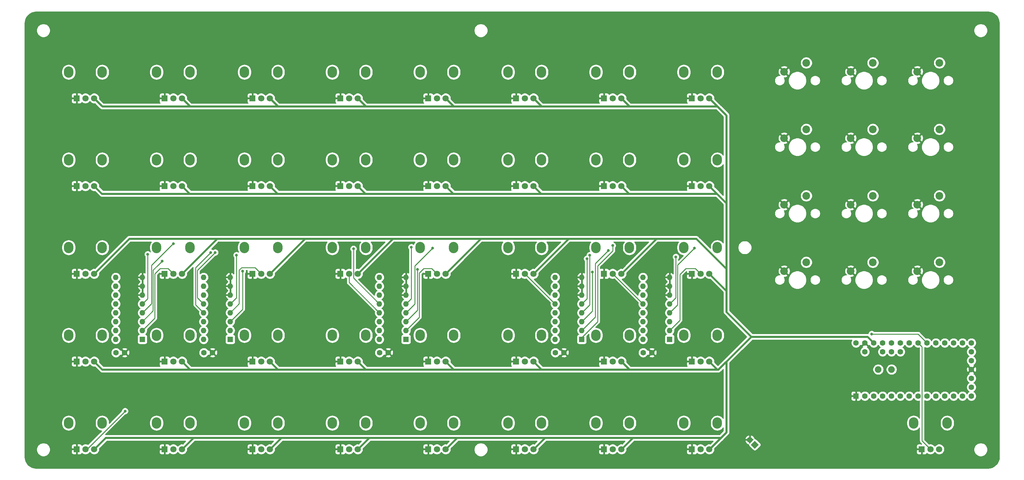
<source format=gbr>
G04 #@! TF.GenerationSoftware,KiCad,Pcbnew,(5.1.6)-1*
G04 #@! TF.CreationDate,2020-07-22T15:23:24-07:00*
G04 #@! TF.ProjectId,MIDI Mixer One v03,4d494449-204d-4697-9865-72204f6e6520,v1.0.0*
G04 #@! TF.SameCoordinates,Original*
G04 #@! TF.FileFunction,Copper,L2,Bot*
G04 #@! TF.FilePolarity,Positive*
%FSLAX46Y46*%
G04 Gerber Fmt 4.6, Leading zero omitted, Abs format (unit mm)*
G04 Created by KiCad (PCBNEW (5.1.6)-1) date 2020-07-22 15:23:24*
%MOMM*%
%LPD*%
G01*
G04 APERTURE LIST*
G04 #@! TA.AperFunction,ComponentPad*
%ADD10C,2.200000*%
G04 #@! TD*
G04 #@! TA.AperFunction,ComponentPad*
%ADD11R,1.800000X1.800000*%
G04 #@! TD*
G04 #@! TA.AperFunction,ComponentPad*
%ADD12C,1.800000*%
G04 #@! TD*
G04 #@! TA.AperFunction,ComponentPad*
%ADD13O,2.720000X3.240000*%
G04 #@! TD*
G04 #@! TA.AperFunction,ComponentPad*
%ADD14O,1.600000X1.600000*%
G04 #@! TD*
G04 #@! TA.AperFunction,ComponentPad*
%ADD15R,1.600000X1.600000*%
G04 #@! TD*
G04 #@! TA.AperFunction,ComponentPad*
%ADD16C,1.600000*%
G04 #@! TD*
G04 #@! TA.AperFunction,ComponentPad*
%ADD17C,0.100000*%
G04 #@! TD*
G04 #@! TA.AperFunction,ComponentPad*
%ADD18C,1.900000*%
G04 #@! TD*
G04 #@! TA.AperFunction,ViaPad*
%ADD19C,0.800000*%
G04 #@! TD*
G04 #@! TA.AperFunction,Conductor*
%ADD20C,0.609600*%
G04 #@! TD*
G04 #@! TA.AperFunction,Conductor*
%ADD21C,0.254000*%
G04 #@! TD*
G04 APERTURE END LIST*
D10*
X318389000Y-117729000D03*
X324739000Y-115189000D03*
D11*
X228727000Y-137541000D03*
D12*
X231227000Y-137541000D03*
X233727000Y-137541000D03*
D13*
X236027000Y-130041000D03*
X226427000Y-130041000D03*
D14*
X214757000Y-156337000D03*
X222377000Y-138557000D03*
X214757000Y-153797000D03*
X222377000Y-141097000D03*
X214757000Y-151257000D03*
X222377000Y-143637000D03*
X214757000Y-148717000D03*
X222377000Y-146177000D03*
X214757000Y-146177000D03*
X222377000Y-148717000D03*
X214757000Y-143637000D03*
X222377000Y-151257000D03*
X214757000Y-141097000D03*
X222377000Y-153797000D03*
X214757000Y-138557000D03*
D15*
X222377000Y-156337000D03*
D11*
X203581000Y-162687000D03*
D12*
X206081000Y-162687000D03*
X208581000Y-162687000D03*
D13*
X210881000Y-155187000D03*
X201281000Y-155187000D03*
D11*
X153289000Y-137541000D03*
D12*
X155789000Y-137541000D03*
X158289000Y-137541000D03*
D13*
X160589000Y-130041000D03*
X150989000Y-130041000D03*
D11*
X178435000Y-137541000D03*
D12*
X180935000Y-137541000D03*
X183435000Y-137541000D03*
D13*
X185735000Y-130041000D03*
X176135000Y-130041000D03*
D11*
X153289000Y-162687000D03*
D12*
X155789000Y-162687000D03*
X158289000Y-162687000D03*
D13*
X160589000Y-155187000D03*
X150989000Y-155187000D03*
D14*
X164465000Y-156337000D03*
X172085000Y-138557000D03*
X164465000Y-153797000D03*
X172085000Y-141097000D03*
X164465000Y-151257000D03*
X172085000Y-143637000D03*
X164465000Y-148717000D03*
X172085000Y-146177000D03*
X164465000Y-146177000D03*
X172085000Y-148717000D03*
X164465000Y-143637000D03*
X172085000Y-151257000D03*
X164465000Y-141097000D03*
X172085000Y-153797000D03*
X164465000Y-138557000D03*
D15*
X172085000Y-156337000D03*
D14*
X89027000Y-156337000D03*
X96647000Y-138557000D03*
X89027000Y-153797000D03*
X96647000Y-141097000D03*
X89027000Y-151257000D03*
X96647000Y-143637000D03*
X89027000Y-148717000D03*
X96647000Y-146177000D03*
X89027000Y-146177000D03*
X96647000Y-148717000D03*
X89027000Y-143637000D03*
X96647000Y-151257000D03*
X89027000Y-141097000D03*
X96647000Y-153797000D03*
X89027000Y-138557000D03*
D15*
X96647000Y-156337000D03*
D11*
X253873000Y-137541000D03*
D12*
X256373000Y-137541000D03*
X258873000Y-137541000D03*
D13*
X261173000Y-130041000D03*
X251573000Y-130041000D03*
D10*
X318389000Y-136779000D03*
X324739000Y-134239000D03*
D16*
X164505000Y-160147000D03*
X167005000Y-160147000D03*
X114213000Y-160147000D03*
X116713000Y-160147000D03*
X89067000Y-160147000D03*
X91567000Y-160147000D03*
X239943000Y-160147000D03*
X242443000Y-160147000D03*
X214797000Y-160147000D03*
X217297000Y-160147000D03*
X270492786Y-185148786D03*
G04 #@! TA.AperFunction,ComponentPad*
D17*
G36*
X273038371Y-186563000D02*
G01*
X271907000Y-187694371D01*
X270775629Y-186563000D01*
X271907000Y-185431629D01*
X273038371Y-186563000D01*
G37*
G04 #@! TD.AperFunction*
D18*
X307213000Y-164973000D03*
X311023000Y-164973000D03*
D15*
X300863000Y-172593000D03*
D16*
X303403000Y-172593000D03*
X305943000Y-172593000D03*
X308483000Y-172593000D03*
X311023000Y-172593000D03*
X313563000Y-172593000D03*
X316103000Y-172593000D03*
X318643000Y-172593000D03*
X321183000Y-172593000D03*
X323723000Y-172593000D03*
X326263000Y-172593000D03*
X328803000Y-172593000D03*
X331343000Y-172593000D03*
X313563000Y-159893000D03*
X311023000Y-159893000D03*
X308483000Y-159893000D03*
X303403000Y-159893000D03*
X300863000Y-157353000D03*
X303403000Y-157353000D03*
X305943000Y-157353000D03*
X308483000Y-157353000D03*
X311023000Y-157353000D03*
X313563000Y-157353000D03*
X316103000Y-157353000D03*
X318643000Y-157353000D03*
X321183000Y-157353000D03*
X323723000Y-157353000D03*
X326263000Y-157353000D03*
X328803000Y-157353000D03*
X331343000Y-157353000D03*
X333883000Y-172593000D03*
X333883000Y-170053000D03*
X333883000Y-167513000D03*
X333883000Y-157353000D03*
X333883000Y-159893000D03*
X333883000Y-162433000D03*
X333883000Y-164973000D03*
D14*
X239903000Y-156337000D03*
X247523000Y-138557000D03*
X239903000Y-153797000D03*
X247523000Y-141097000D03*
X239903000Y-151257000D03*
X247523000Y-143637000D03*
X239903000Y-148717000D03*
X247523000Y-146177000D03*
X239903000Y-146177000D03*
X247523000Y-148717000D03*
X239903000Y-143637000D03*
X247523000Y-151257000D03*
X239903000Y-141097000D03*
X247523000Y-153797000D03*
X239903000Y-138557000D03*
D15*
X247523000Y-156337000D03*
D10*
X299339000Y-136779000D03*
X305689000Y-134239000D03*
X280289000Y-117729000D03*
X286639000Y-115189000D03*
X280289000Y-136779000D03*
X286639000Y-134239000D03*
D11*
X153289000Y-187833000D03*
D12*
X155789000Y-187833000D03*
X158289000Y-187833000D03*
D13*
X160589000Y-180333000D03*
X150989000Y-180333000D03*
D14*
X114173000Y-156337000D03*
X121793000Y-138557000D03*
X114173000Y-153797000D03*
X121793000Y-141097000D03*
X114173000Y-151257000D03*
X121793000Y-143637000D03*
X114173000Y-148717000D03*
X121793000Y-146177000D03*
X114173000Y-146177000D03*
X121793000Y-148717000D03*
X114173000Y-143637000D03*
X121793000Y-151257000D03*
X114173000Y-141097000D03*
X121793000Y-153797000D03*
X114173000Y-138557000D03*
D15*
X121793000Y-156337000D03*
D10*
X299339000Y-117729000D03*
X305689000Y-115189000D03*
X318389000Y-98679000D03*
X324739000Y-96139000D03*
X299339000Y-98679000D03*
X305689000Y-96139000D03*
X280289000Y-98679000D03*
X286639000Y-96139000D03*
X318389000Y-79629000D03*
X324739000Y-77089000D03*
X299339000Y-79629000D03*
X305689000Y-77089000D03*
X280289000Y-79629000D03*
X286639000Y-77089000D03*
D13*
X317359000Y-180333000D03*
X326959000Y-180333000D03*
D12*
X324659000Y-187833000D03*
X322159000Y-187833000D03*
D11*
X319659000Y-187833000D03*
X253873000Y-187833000D03*
D12*
X256373000Y-187833000D03*
X258873000Y-187833000D03*
D13*
X261173000Y-180333000D03*
X251573000Y-180333000D03*
D11*
X253873000Y-162687000D03*
D12*
X256373000Y-162687000D03*
X258873000Y-162687000D03*
D13*
X261173000Y-155187000D03*
X251573000Y-155187000D03*
D11*
X253873000Y-112395000D03*
D12*
X256373000Y-112395000D03*
X258873000Y-112395000D03*
D13*
X261173000Y-104895000D03*
X251573000Y-104895000D03*
D11*
X253873000Y-87249000D03*
D12*
X256373000Y-87249000D03*
X258873000Y-87249000D03*
D13*
X261173000Y-79749000D03*
X251573000Y-79749000D03*
D11*
X228727000Y-187833000D03*
D12*
X231227000Y-187833000D03*
X233727000Y-187833000D03*
D13*
X236027000Y-180333000D03*
X226427000Y-180333000D03*
D11*
X228727000Y-162687000D03*
D12*
X231227000Y-162687000D03*
X233727000Y-162687000D03*
D13*
X236027000Y-155187000D03*
X226427000Y-155187000D03*
D11*
X228727000Y-112395000D03*
D12*
X231227000Y-112395000D03*
X233727000Y-112395000D03*
D13*
X236027000Y-104895000D03*
X226427000Y-104895000D03*
D11*
X228727000Y-87249000D03*
D12*
X231227000Y-87249000D03*
X233727000Y-87249000D03*
D13*
X236027000Y-79749000D03*
X226427000Y-79749000D03*
D11*
X203581000Y-187833000D03*
D12*
X206081000Y-187833000D03*
X208581000Y-187833000D03*
D13*
X210881000Y-180333000D03*
X201281000Y-180333000D03*
D11*
X203581000Y-137541000D03*
D12*
X206081000Y-137541000D03*
X208581000Y-137541000D03*
D13*
X210881000Y-130041000D03*
X201281000Y-130041000D03*
D11*
X203581000Y-112395000D03*
D12*
X206081000Y-112395000D03*
X208581000Y-112395000D03*
D13*
X210881000Y-104895000D03*
X201281000Y-104895000D03*
D11*
X203581000Y-87249000D03*
D12*
X206081000Y-87249000D03*
X208581000Y-87249000D03*
D13*
X210881000Y-79749000D03*
X201281000Y-79749000D03*
D11*
X178435000Y-187833000D03*
D12*
X180935000Y-187833000D03*
X183435000Y-187833000D03*
D13*
X185735000Y-180333000D03*
X176135000Y-180333000D03*
D11*
X178435000Y-162687000D03*
D12*
X180935000Y-162687000D03*
X183435000Y-162687000D03*
D13*
X185735000Y-155187000D03*
X176135000Y-155187000D03*
D11*
X178435000Y-112395000D03*
D12*
X180935000Y-112395000D03*
X183435000Y-112395000D03*
D13*
X185735000Y-104895000D03*
X176135000Y-104895000D03*
D11*
X178435000Y-87249000D03*
D12*
X180935000Y-87249000D03*
X183435000Y-87249000D03*
D13*
X185735000Y-79749000D03*
X176135000Y-79749000D03*
D11*
X153289000Y-112395000D03*
D12*
X155789000Y-112395000D03*
X158289000Y-112395000D03*
D13*
X160589000Y-104895000D03*
X150989000Y-104895000D03*
D11*
X153289000Y-87249000D03*
D12*
X155789000Y-87249000D03*
X158289000Y-87249000D03*
D13*
X160589000Y-79749000D03*
X150989000Y-79749000D03*
D11*
X128143000Y-187833000D03*
D12*
X130643000Y-187833000D03*
X133143000Y-187833000D03*
D13*
X135443000Y-180333000D03*
X125843000Y-180333000D03*
D11*
X128143000Y-162687000D03*
D12*
X130643000Y-162687000D03*
X133143000Y-162687000D03*
D13*
X135443000Y-155187000D03*
X125843000Y-155187000D03*
D11*
X128143000Y-137541000D03*
D12*
X130643000Y-137541000D03*
X133143000Y-137541000D03*
D13*
X135443000Y-130041000D03*
X125843000Y-130041000D03*
D11*
X128143000Y-112395000D03*
D12*
X130643000Y-112395000D03*
X133143000Y-112395000D03*
D13*
X135443000Y-104895000D03*
X125843000Y-104895000D03*
D11*
X128143000Y-87249000D03*
D12*
X130643000Y-87249000D03*
X133143000Y-87249000D03*
D13*
X135443000Y-79749000D03*
X125843000Y-79749000D03*
D11*
X102997000Y-187833000D03*
D12*
X105497000Y-187833000D03*
X107997000Y-187833000D03*
D13*
X110297000Y-180333000D03*
X100697000Y-180333000D03*
D11*
X102997000Y-162687000D03*
D12*
X105497000Y-162687000D03*
X107997000Y-162687000D03*
D13*
X110297000Y-155187000D03*
X100697000Y-155187000D03*
D11*
X102997000Y-137541000D03*
D12*
X105497000Y-137541000D03*
X107997000Y-137541000D03*
D13*
X110297000Y-130041000D03*
X100697000Y-130041000D03*
D11*
X102997000Y-112395000D03*
D12*
X105497000Y-112395000D03*
X107997000Y-112395000D03*
D13*
X110297000Y-104895000D03*
X100697000Y-104895000D03*
D11*
X102997000Y-87249000D03*
D12*
X105497000Y-87249000D03*
X107997000Y-87249000D03*
D13*
X110297000Y-79749000D03*
X100697000Y-79749000D03*
D11*
X77851000Y-187833000D03*
D12*
X80351000Y-187833000D03*
X82851000Y-187833000D03*
D13*
X85151000Y-180333000D03*
X75551000Y-180333000D03*
D11*
X77851000Y-162687000D03*
D12*
X80351000Y-162687000D03*
X82851000Y-162687000D03*
D13*
X85151000Y-155187000D03*
X75551000Y-155187000D03*
D11*
X77851000Y-137541000D03*
D12*
X80351000Y-137541000D03*
X82851000Y-137541000D03*
D13*
X85151000Y-130041000D03*
X75551000Y-130041000D03*
D11*
X77851000Y-112395000D03*
D12*
X80351000Y-112395000D03*
X82851000Y-112395000D03*
D13*
X85151000Y-104895000D03*
X75551000Y-104895000D03*
D11*
X77851000Y-87249000D03*
D12*
X80351000Y-87249000D03*
X82851000Y-87249000D03*
D13*
X85151000Y-79749000D03*
X75551000Y-79749000D03*
D19*
X262255000Y-113665000D03*
X267335000Y-156845000D03*
X269875000Y-159385000D03*
X266065000Y-117475000D03*
X305344146Y-154813000D03*
X225425000Y-137033000D03*
X175387000Y-136271000D03*
X125349000Y-136778990D03*
X102317979Y-133902021D03*
X91694000Y-176911000D03*
X98171006Y-131953000D03*
X105497000Y-128905000D03*
X117475000Y-131445000D03*
X116205000Y-131445000D03*
X123571000Y-132206998D03*
X173609002Y-129921000D03*
X179705000Y-130175000D03*
X224663000Y-132207020D03*
X223861000Y-133223000D03*
X229965201Y-130905201D03*
X231227000Y-129453000D03*
X249301000Y-132715000D03*
X254635000Y-130175000D03*
X157058799Y-130388799D03*
D20*
X263779000Y-162687000D02*
X263779000Y-167513000D01*
X263779000Y-167513000D02*
X263779000Y-182927000D01*
X263779000Y-142447000D02*
X263779000Y-141097000D01*
X82851000Y-187833000D02*
X86153000Y-184531000D01*
X233727000Y-162687000D02*
X235744984Y-164704984D01*
X107997000Y-187833000D02*
X111299000Y-184531000D01*
X111299000Y-184531000D02*
X111379000Y-184531000D01*
X86153000Y-184531000D02*
X111379000Y-184531000D01*
X136445000Y-184531000D02*
X136525000Y-184531000D01*
X133143000Y-187833000D02*
X136445000Y-184531000D01*
X111379000Y-184531000D02*
X136525000Y-184531000D01*
X158289000Y-187833000D02*
X161591000Y-184531000D01*
X161591000Y-184531000D02*
X161671000Y-184531000D01*
X136525000Y-184531000D02*
X161671000Y-184531000D01*
X186737000Y-184531000D02*
X186817000Y-184531000D01*
X183435000Y-187833000D02*
X186737000Y-184531000D01*
X161671000Y-184531000D02*
X186817000Y-184531000D01*
X211883000Y-184531000D02*
X211963000Y-184531000D01*
X208581000Y-187833000D02*
X211883000Y-184531000D01*
X186817000Y-184531000D02*
X211963000Y-184531000D01*
X237029000Y-184531000D02*
X237363000Y-184531000D01*
X233727000Y-187833000D02*
X237029000Y-184531000D01*
X211963000Y-184531000D02*
X237363000Y-184531000D01*
X237363000Y-184531000D02*
X262255000Y-184531000D01*
X262255000Y-184531000D02*
X258873000Y-187833000D01*
X263779000Y-182927000D02*
X262255000Y-184531000D01*
X263779000Y-142621000D02*
X263779000Y-141097000D01*
X261072000Y-114594000D02*
X263445000Y-116967000D01*
X235926000Y-114594000D02*
X233727000Y-112395000D01*
X261072000Y-114594000D02*
X235926000Y-114594000D01*
X258873000Y-112395000D02*
X261072000Y-114594000D01*
X85050000Y-114594000D02*
X82851000Y-112395000D01*
X111466000Y-114594000D02*
X110196000Y-114594000D01*
X110196000Y-114594000D02*
X107997000Y-112395000D01*
X111466000Y-114594000D02*
X85050000Y-114594000D01*
X135342000Y-114594000D02*
X133143000Y-112395000D01*
X135930000Y-114594000D02*
X135342000Y-114594000D01*
X135930000Y-114594000D02*
X111466000Y-114594000D01*
X160488000Y-114594000D02*
X158289000Y-112395000D01*
X161330000Y-114594000D02*
X160488000Y-114594000D01*
X161330000Y-114594000D02*
X135930000Y-114594000D01*
X185634000Y-114594000D02*
X183435000Y-112395000D01*
X186476000Y-114594000D02*
X185634000Y-114594000D01*
X186476000Y-114594000D02*
X161330000Y-114594000D01*
X210780000Y-114594000D02*
X208581000Y-112395000D01*
X211542000Y-114594000D02*
X210780000Y-114594000D01*
X261072000Y-114594000D02*
X211542000Y-114594000D01*
X211542000Y-114594000D02*
X186476000Y-114594000D01*
X260945000Y-89321000D02*
X258873000Y-87249000D01*
X261199000Y-89575000D02*
X260945000Y-89321000D01*
X85177000Y-89575000D02*
X82851000Y-87249000D01*
X261199000Y-89575000D02*
X237403000Y-89575000D01*
X237403000Y-89575000D02*
X236053000Y-89575000D01*
X110149000Y-89401000D02*
X107997000Y-87249000D01*
X110149000Y-89575000D02*
X110149000Y-89401000D01*
X110149000Y-89575000D02*
X85177000Y-89575000D01*
X135723000Y-89575000D02*
X135469000Y-89575000D01*
X135723000Y-89575000D02*
X110149000Y-89575000D01*
X186095000Y-89575000D02*
X185761000Y-89575000D01*
X185761000Y-89575000D02*
X183435000Y-87249000D01*
X210653000Y-89321000D02*
X208581000Y-87249000D01*
X210653000Y-89575000D02*
X210653000Y-89321000D01*
X235879000Y-89401000D02*
X233727000Y-87249000D01*
X235879000Y-89575000D02*
X235879000Y-89401000D01*
X237403000Y-89575000D02*
X235879000Y-89575000D01*
X235879000Y-89575000D02*
X210653000Y-89575000D01*
X263779000Y-140081000D02*
X263779000Y-136779000D01*
X263779000Y-141097000D02*
X263779000Y-140081000D01*
X213661000Y-132461000D02*
X208581000Y-137541000D01*
X188515000Y-132461000D02*
X183435000Y-137541000D01*
X87931000Y-132461000D02*
X82851000Y-137541000D01*
X113077000Y-132461000D02*
X107997000Y-137541000D01*
X138223000Y-132461000D02*
X133143000Y-137541000D01*
X263779000Y-142447000D02*
X263779000Y-142621000D01*
X258873000Y-137541000D02*
X263779000Y-142447000D01*
X263779000Y-136779000D02*
X263779000Y-134747000D01*
X263779000Y-142621000D02*
X263779000Y-138049000D01*
X263779000Y-138049000D02*
X263779000Y-137541000D01*
X263779000Y-136144000D02*
X255143000Y-127508000D01*
X263779000Y-138049000D02*
X263779000Y-136144000D01*
X118030000Y-127508000D02*
X107997000Y-137541000D01*
X255143000Y-127508000D02*
X246761000Y-127508000D01*
X246761000Y-127508000D02*
X242487208Y-127508000D01*
X222250000Y-127508000D02*
X218614000Y-127508000D01*
X218614000Y-127508000D02*
X208581000Y-137541000D01*
X193468000Y-127508000D02*
X183435000Y-137541000D01*
X198120000Y-127508000D02*
X193468000Y-127508000D01*
X222250000Y-127508000D02*
X198120000Y-127508000D01*
X198120000Y-127508000D02*
X171069000Y-127508000D01*
X148590000Y-127508000D02*
X143176000Y-127508000D01*
X143176000Y-127508000D02*
X133143000Y-137541000D01*
X171069000Y-127508000D02*
X148590000Y-127508000D01*
X92884000Y-127508000D02*
X82851000Y-137541000D01*
X122174000Y-127508000D02*
X92884000Y-127508000D01*
X148590000Y-127508000D02*
X122174000Y-127508000D01*
X122174000Y-127508000D02*
X118030000Y-127508000D01*
X160615000Y-89575000D02*
X158289000Y-87249000D01*
X210653000Y-89575000D02*
X192873000Y-89575000D01*
X192873000Y-89575000D02*
X186095000Y-89575000D01*
X164251000Y-89575000D02*
X135469000Y-89575000D01*
X192873000Y-89575000D02*
X164251000Y-89575000D01*
X164251000Y-89575000D02*
X160615000Y-89575000D01*
X135469000Y-89575000D02*
X133143000Y-87249000D01*
X263779000Y-117301000D02*
X263779000Y-117301000D01*
X263779000Y-134747000D02*
X263779000Y-121031000D01*
X263779000Y-117301000D02*
X258873000Y-112395000D01*
X263779000Y-92155000D02*
X261199000Y-89575000D01*
X263779000Y-119761000D02*
X263779000Y-92155000D01*
X263779000Y-119761000D02*
X263779000Y-117301000D01*
X263779000Y-121031000D02*
X263779000Y-119761000D01*
X270891000Y-155575000D02*
X263779000Y-162687000D01*
X263779000Y-147701000D02*
X263779000Y-142621000D01*
X270891000Y-155575000D02*
X263779000Y-148463000D01*
X263779000Y-148463000D02*
X263779000Y-147701000D01*
X227442358Y-127508000D02*
X222250000Y-127508000D01*
X261761016Y-164704984D02*
X263779000Y-162687000D01*
X261493000Y-164973000D02*
X261761016Y-164704984D01*
X211229032Y-164973000D02*
X261493000Y-164973000D01*
X261159000Y-164973000D02*
X261493000Y-164973000D01*
X258873000Y-162687000D02*
X261159000Y-164973000D01*
X210867000Y-164973000D02*
X211229032Y-164973000D01*
X208581000Y-162687000D02*
X210867000Y-164973000D01*
X185721000Y-164973000D02*
X186563000Y-164973000D01*
X183435000Y-162687000D02*
X185721000Y-164973000D01*
X210867000Y-164973000D02*
X186563000Y-164973000D01*
X85137000Y-164973000D02*
X82851000Y-162687000D01*
X110588968Y-164973000D02*
X85137000Y-164973000D01*
X110283000Y-164973000D02*
X107997000Y-162687000D01*
X135429000Y-164973000D02*
X136525000Y-164973000D01*
X133143000Y-162687000D02*
X135429000Y-164973000D01*
X136525000Y-164973000D02*
X110283000Y-164973000D01*
X160575000Y-164973000D02*
X185721000Y-164973000D01*
X158289000Y-162687000D02*
X160575000Y-164973000D01*
X160575000Y-164973000D02*
X136525000Y-164973000D01*
X243760000Y-127508000D02*
X243840000Y-127508000D01*
X233727000Y-137541000D02*
X243760000Y-127508000D01*
X246761000Y-127508000D02*
X243840000Y-127508000D01*
X243840000Y-127508000D02*
X227442358Y-127508000D01*
X158289000Y-137541000D02*
X168322000Y-127508000D01*
X168322000Y-127508000D02*
X168656000Y-127508000D01*
X171069000Y-127508000D02*
X168656000Y-127508000D01*
X305943000Y-157353000D02*
X304165000Y-155575000D01*
X304165000Y-155575000D02*
X270891000Y-155575000D01*
D21*
X319773201Y-185447201D02*
X321259001Y-186933001D01*
X321259001Y-186933001D02*
X322159000Y-187833000D01*
X319773201Y-158483201D02*
X319773201Y-185447201D01*
X318643000Y-157353000D02*
X319773201Y-158483201D01*
X321183000Y-157353000D02*
X318643000Y-154813000D01*
X318643000Y-154813000D02*
X305344146Y-154813000D01*
X225425000Y-148209000D02*
X225425000Y-137033000D01*
X222377000Y-151257000D02*
X225425000Y-148209000D01*
X175387000Y-136525000D02*
X175387000Y-136271000D01*
X175387000Y-147955000D02*
X175387000Y-136525000D01*
X172085000Y-151257000D02*
X175387000Y-147955000D01*
X121793000Y-151257000D02*
X125349000Y-147701000D01*
X125349000Y-147701000D02*
X125349000Y-136778990D01*
X99720420Y-148183580D02*
X99720420Y-136499580D01*
X96647000Y-151257000D02*
X99720420Y-148183580D01*
X100965000Y-135255000D02*
X99720420Y-136499580D01*
X102235000Y-133985000D02*
X100965000Y-135255000D01*
X80772000Y-187833000D02*
X80351000Y-187833000D01*
X91694000Y-176911000D02*
X80772000Y-187833000D01*
X96647000Y-146177000D02*
X98171006Y-144652994D01*
X98171006Y-144652994D02*
X98171006Y-131953000D01*
X96647000Y-148717000D02*
X99263210Y-146100790D01*
X99263210Y-146100790D02*
X99263210Y-138226790D01*
X99263210Y-137363210D02*
X99263210Y-138226790D01*
X99263210Y-136093210D02*
X99263210Y-137363210D01*
X99263210Y-135860790D02*
X99263210Y-136093210D01*
X99263210Y-136093210D02*
X99263210Y-135138790D01*
X105097001Y-129304999D02*
X105497000Y-128905000D01*
X99263210Y-135138790D02*
X105097001Y-129304999D01*
X103973000Y-136017000D02*
X105497000Y-137541000D01*
X96647000Y-153797000D02*
X100177630Y-150266370D01*
X101727000Y-136017000D02*
X103973000Y-136017000D01*
X100177630Y-137566370D02*
X101727000Y-136017000D01*
X100177630Y-150266370D02*
X100177630Y-137566370D01*
X112395000Y-144399000D02*
X114173000Y-146177000D01*
X117475000Y-131445000D02*
X112395000Y-136525000D01*
X112395000Y-136525000D02*
X112395000Y-144399000D01*
X114935000Y-132715000D02*
X116205000Y-131445000D01*
X111887000Y-135763000D02*
X114935000Y-132715000D01*
X114173000Y-148717000D02*
X111887000Y-146431000D01*
X111887000Y-146431000D02*
X111887000Y-135763000D01*
X130619500Y-137564500D02*
X130643000Y-137541000D01*
X128896799Y-135794799D02*
X130643000Y-137541000D01*
X125063201Y-135794799D02*
X128896799Y-135794799D01*
X124364799Y-136493201D02*
X125063201Y-135794799D01*
X121793000Y-148717000D02*
X124364799Y-146145201D01*
X124364799Y-146145201D02*
X124364799Y-136493201D01*
X123571000Y-144399000D02*
X123571000Y-132206998D01*
X121793000Y-146177000D02*
X123571000Y-144399000D01*
X155789000Y-140041000D02*
X155789000Y-137541000D01*
X164465000Y-148717000D02*
X155789000Y-140041000D01*
X173609002Y-144652998D02*
X173609002Y-129921000D01*
X172085000Y-146177000D02*
X173609002Y-144652998D01*
X179705000Y-130175000D02*
X174625000Y-135255000D01*
X174625000Y-146177000D02*
X172085000Y-148717000D01*
X174625000Y-135255000D02*
X174625000Y-146177000D01*
X177165000Y-136017000D02*
X179411000Y-136017000D01*
X175895000Y-137287000D02*
X177165000Y-136017000D01*
X172085000Y-153797000D02*
X175895000Y-149987000D01*
X179411000Y-136017000D02*
X180935000Y-137541000D01*
X175895000Y-149987000D02*
X175895000Y-137287000D01*
X222377000Y-148717000D02*
X224663000Y-146431000D01*
X224663000Y-146431000D02*
X224663000Y-132207020D01*
X222377000Y-146177000D02*
X223861000Y-144693000D01*
X223861000Y-144693000D02*
X223861000Y-133223000D01*
X214717000Y-146177000D02*
X214757000Y-146177000D01*
X206081000Y-137541000D02*
X214717000Y-146177000D01*
X222377000Y-153797000D02*
X226237789Y-149936211D01*
X226237789Y-149936211D02*
X226237789Y-134632613D01*
X226237789Y-134632613D02*
X229965201Y-130905201D01*
X231227000Y-130018685D02*
X231227000Y-129453000D01*
X222377000Y-156337000D02*
X222377000Y-155829000D01*
X226949000Y-135255000D02*
X231227000Y-130977000D01*
X226949000Y-151257000D02*
X226949000Y-135255000D01*
X222377000Y-155829000D02*
X226949000Y-151257000D01*
X231227000Y-130977000D02*
X231227000Y-130018685D01*
X231267000Y-137541000D02*
X231227000Y-137541000D01*
X239903000Y-146177000D02*
X231267000Y-137541000D01*
X249301000Y-144399000D02*
X249301000Y-132715000D01*
X247523000Y-146177000D02*
X249301000Y-144399000D01*
X249809000Y-135001000D02*
X254635000Y-130175000D01*
X247523000Y-148717000D02*
X249809000Y-146431000D01*
X249809000Y-146431000D02*
X249809000Y-135001000D01*
X250469420Y-150850580D02*
X250469420Y-137722178D01*
X247523000Y-153797000D02*
X250469420Y-150850580D01*
X250469420Y-137722178D02*
X252174598Y-136017000D01*
X252174598Y-136017000D02*
X254849000Y-136017000D01*
X254849000Y-136017000D02*
X256373000Y-137541000D01*
X164465000Y-146177000D02*
X157058799Y-138770799D01*
X157058799Y-138770799D02*
X157058799Y-130388799D01*
G36*
X339217891Y-62574515D02*
G01*
X339829565Y-62759190D01*
X340393710Y-63059151D01*
X340888856Y-63462982D01*
X341296133Y-63955297D01*
X341600026Y-64517336D01*
X341788969Y-65127709D01*
X341859001Y-65794022D01*
X341859000Y-189959721D01*
X341793485Y-190627892D01*
X341608812Y-191239561D01*
X341308848Y-191803711D01*
X340905018Y-192298855D01*
X340412703Y-192706133D01*
X339850664Y-193010026D01*
X339240292Y-193198969D01*
X338573988Y-193269000D01*
X66326279Y-193269000D01*
X65658108Y-193203485D01*
X65046439Y-193018812D01*
X64482289Y-192718848D01*
X63987145Y-192315018D01*
X63579867Y-191822703D01*
X63275974Y-191260664D01*
X63087031Y-190650292D01*
X63017000Y-189983988D01*
X63017000Y-187764495D01*
X66341000Y-187764495D01*
X66341000Y-188155505D01*
X66417282Y-188539003D01*
X66566915Y-188900250D01*
X66784149Y-189225364D01*
X67060636Y-189501851D01*
X67385750Y-189719085D01*
X67746997Y-189868718D01*
X68130495Y-189945000D01*
X68521505Y-189945000D01*
X68905003Y-189868718D01*
X69266250Y-189719085D01*
X69591364Y-189501851D01*
X69867851Y-189225364D01*
X70085085Y-188900250D01*
X70154362Y-188733000D01*
X76312928Y-188733000D01*
X76325188Y-188857482D01*
X76361498Y-188977180D01*
X76420463Y-189087494D01*
X76499815Y-189184185D01*
X76596506Y-189263537D01*
X76706820Y-189322502D01*
X76826518Y-189358812D01*
X76951000Y-189371072D01*
X77565250Y-189368000D01*
X77724000Y-189209250D01*
X77724000Y-187960000D01*
X76474750Y-187960000D01*
X76316000Y-188118750D01*
X76312928Y-188733000D01*
X70154362Y-188733000D01*
X70234718Y-188539003D01*
X70311000Y-188155505D01*
X70311000Y-187764495D01*
X70234718Y-187380997D01*
X70085085Y-187019750D01*
X70027121Y-186933000D01*
X76312928Y-186933000D01*
X76316000Y-187547250D01*
X76474750Y-187706000D01*
X77724000Y-187706000D01*
X77724000Y-186456750D01*
X77565250Y-186298000D01*
X76951000Y-186294928D01*
X76826518Y-186307188D01*
X76706820Y-186343498D01*
X76596506Y-186402463D01*
X76499815Y-186481815D01*
X76420463Y-186578506D01*
X76361498Y-186688820D01*
X76325188Y-186808518D01*
X76312928Y-186933000D01*
X70027121Y-186933000D01*
X69867851Y-186694636D01*
X69591364Y-186418149D01*
X69266250Y-186200915D01*
X68905003Y-186051282D01*
X68521505Y-185975000D01*
X68130495Y-185975000D01*
X67746997Y-186051282D01*
X67385750Y-186200915D01*
X67060636Y-186418149D01*
X66784149Y-186694636D01*
X66566915Y-187019750D01*
X66417282Y-187380997D01*
X66341000Y-187764495D01*
X63017000Y-187764495D01*
X63017000Y-179975002D01*
X73556000Y-179975002D01*
X73556000Y-180690997D01*
X73584867Y-180984087D01*
X73698943Y-181360146D01*
X73884193Y-181706725D01*
X74133497Y-182010503D01*
X74437275Y-182259807D01*
X74783853Y-182445057D01*
X75159912Y-182559133D01*
X75551000Y-182597652D01*
X75942087Y-182559133D01*
X76318146Y-182445057D01*
X76664725Y-182259807D01*
X76968503Y-182010503D01*
X77217807Y-181706725D01*
X77403057Y-181360147D01*
X77517133Y-180984088D01*
X77546000Y-180690998D01*
X77546000Y-179975003D01*
X77517133Y-179681913D01*
X77403057Y-179305853D01*
X77217807Y-178959275D01*
X76968503Y-178655497D01*
X76664725Y-178406193D01*
X76318147Y-178220943D01*
X75942088Y-178106867D01*
X75551000Y-178068348D01*
X75159913Y-178106867D01*
X74783854Y-178220943D01*
X74437276Y-178406193D01*
X74133498Y-178655497D01*
X73884193Y-178959275D01*
X73698943Y-179305853D01*
X73584867Y-179681912D01*
X73556000Y-179975002D01*
X63017000Y-179975002D01*
X63017000Y-163587000D01*
X76312928Y-163587000D01*
X76325188Y-163711482D01*
X76361498Y-163831180D01*
X76420463Y-163941494D01*
X76499815Y-164038185D01*
X76596506Y-164117537D01*
X76706820Y-164176502D01*
X76826518Y-164212812D01*
X76951000Y-164225072D01*
X77565250Y-164222000D01*
X77724000Y-164063250D01*
X77724000Y-162814000D01*
X76474750Y-162814000D01*
X76316000Y-162972750D01*
X76312928Y-163587000D01*
X63017000Y-163587000D01*
X63017000Y-161787000D01*
X76312928Y-161787000D01*
X76316000Y-162401250D01*
X76474750Y-162560000D01*
X77724000Y-162560000D01*
X77724000Y-161310750D01*
X77565250Y-161152000D01*
X76951000Y-161148928D01*
X76826518Y-161161188D01*
X76706820Y-161197498D01*
X76596506Y-161256463D01*
X76499815Y-161335815D01*
X76420463Y-161432506D01*
X76361498Y-161542820D01*
X76325188Y-161662518D01*
X76312928Y-161787000D01*
X63017000Y-161787000D01*
X63017000Y-160005665D01*
X87632000Y-160005665D01*
X87632000Y-160288335D01*
X87687147Y-160565574D01*
X87795320Y-160826727D01*
X87952363Y-161061759D01*
X88152241Y-161261637D01*
X88387273Y-161418680D01*
X88648426Y-161526853D01*
X88925665Y-161582000D01*
X89208335Y-161582000D01*
X89485574Y-161526853D01*
X89746727Y-161418680D01*
X89981759Y-161261637D01*
X90103694Y-161139702D01*
X90753903Y-161139702D01*
X90825486Y-161383671D01*
X91080996Y-161504571D01*
X91355184Y-161573300D01*
X91637512Y-161587217D01*
X91917130Y-161545787D01*
X92183292Y-161450603D01*
X92308514Y-161383671D01*
X92380097Y-161139702D01*
X91567000Y-160326605D01*
X90753903Y-161139702D01*
X90103694Y-161139702D01*
X90181637Y-161061759D01*
X90315692Y-160861131D01*
X90330329Y-160888514D01*
X90574298Y-160960097D01*
X91387395Y-160147000D01*
X91746605Y-160147000D01*
X92559702Y-160960097D01*
X92803671Y-160888514D01*
X92924571Y-160633004D01*
X92993300Y-160358816D01*
X93007217Y-160076488D01*
X92996724Y-160005665D01*
X112778000Y-160005665D01*
X112778000Y-160288335D01*
X112833147Y-160565574D01*
X112941320Y-160826727D01*
X113098363Y-161061759D01*
X113298241Y-161261637D01*
X113533273Y-161418680D01*
X113794426Y-161526853D01*
X114071665Y-161582000D01*
X114354335Y-161582000D01*
X114631574Y-161526853D01*
X114892727Y-161418680D01*
X115127759Y-161261637D01*
X115249694Y-161139702D01*
X115899903Y-161139702D01*
X115971486Y-161383671D01*
X116226996Y-161504571D01*
X116501184Y-161573300D01*
X116783512Y-161587217D01*
X117063130Y-161545787D01*
X117329292Y-161450603D01*
X117454514Y-161383671D01*
X117526097Y-161139702D01*
X116713000Y-160326605D01*
X115899903Y-161139702D01*
X115249694Y-161139702D01*
X115327637Y-161061759D01*
X115461692Y-160861131D01*
X115476329Y-160888514D01*
X115720298Y-160960097D01*
X116533395Y-160147000D01*
X116892605Y-160147000D01*
X117705702Y-160960097D01*
X117949671Y-160888514D01*
X118070571Y-160633004D01*
X118139300Y-160358816D01*
X118153217Y-160076488D01*
X118142724Y-160005665D01*
X163070000Y-160005665D01*
X163070000Y-160288335D01*
X163125147Y-160565574D01*
X163233320Y-160826727D01*
X163390363Y-161061759D01*
X163590241Y-161261637D01*
X163825273Y-161418680D01*
X164086426Y-161526853D01*
X164363665Y-161582000D01*
X164646335Y-161582000D01*
X164923574Y-161526853D01*
X165184727Y-161418680D01*
X165419759Y-161261637D01*
X165541694Y-161139702D01*
X166191903Y-161139702D01*
X166263486Y-161383671D01*
X166518996Y-161504571D01*
X166793184Y-161573300D01*
X167075512Y-161587217D01*
X167355130Y-161545787D01*
X167621292Y-161450603D01*
X167746514Y-161383671D01*
X167818097Y-161139702D01*
X167005000Y-160326605D01*
X166191903Y-161139702D01*
X165541694Y-161139702D01*
X165619637Y-161061759D01*
X165753692Y-160861131D01*
X165768329Y-160888514D01*
X166012298Y-160960097D01*
X166825395Y-160147000D01*
X167184605Y-160147000D01*
X167997702Y-160960097D01*
X168241671Y-160888514D01*
X168362571Y-160633004D01*
X168431300Y-160358816D01*
X168445217Y-160076488D01*
X168434724Y-160005665D01*
X213362000Y-160005665D01*
X213362000Y-160288335D01*
X213417147Y-160565574D01*
X213525320Y-160826727D01*
X213682363Y-161061759D01*
X213882241Y-161261637D01*
X214117273Y-161418680D01*
X214378426Y-161526853D01*
X214655665Y-161582000D01*
X214938335Y-161582000D01*
X215215574Y-161526853D01*
X215476727Y-161418680D01*
X215711759Y-161261637D01*
X215833694Y-161139702D01*
X216483903Y-161139702D01*
X216555486Y-161383671D01*
X216810996Y-161504571D01*
X217085184Y-161573300D01*
X217367512Y-161587217D01*
X217647130Y-161545787D01*
X217913292Y-161450603D01*
X218038514Y-161383671D01*
X218110097Y-161139702D01*
X217297000Y-160326605D01*
X216483903Y-161139702D01*
X215833694Y-161139702D01*
X215911637Y-161061759D01*
X216045692Y-160861131D01*
X216060329Y-160888514D01*
X216304298Y-160960097D01*
X217117395Y-160147000D01*
X217476605Y-160147000D01*
X218289702Y-160960097D01*
X218533671Y-160888514D01*
X218654571Y-160633004D01*
X218723300Y-160358816D01*
X218737217Y-160076488D01*
X218726724Y-160005665D01*
X238508000Y-160005665D01*
X238508000Y-160288335D01*
X238563147Y-160565574D01*
X238671320Y-160826727D01*
X238828363Y-161061759D01*
X239028241Y-161261637D01*
X239263273Y-161418680D01*
X239524426Y-161526853D01*
X239801665Y-161582000D01*
X240084335Y-161582000D01*
X240361574Y-161526853D01*
X240622727Y-161418680D01*
X240857759Y-161261637D01*
X240979694Y-161139702D01*
X241629903Y-161139702D01*
X241701486Y-161383671D01*
X241956996Y-161504571D01*
X242231184Y-161573300D01*
X242513512Y-161587217D01*
X242793130Y-161545787D01*
X243059292Y-161450603D01*
X243184514Y-161383671D01*
X243256097Y-161139702D01*
X242443000Y-160326605D01*
X241629903Y-161139702D01*
X240979694Y-161139702D01*
X241057637Y-161061759D01*
X241191692Y-160861131D01*
X241206329Y-160888514D01*
X241450298Y-160960097D01*
X242263395Y-160147000D01*
X242622605Y-160147000D01*
X243435702Y-160960097D01*
X243679671Y-160888514D01*
X243800571Y-160633004D01*
X243869300Y-160358816D01*
X243883217Y-160076488D01*
X243841787Y-159796870D01*
X243746603Y-159530708D01*
X243679671Y-159405486D01*
X243435702Y-159333903D01*
X242622605Y-160147000D01*
X242263395Y-160147000D01*
X241450298Y-159333903D01*
X241206329Y-159405486D01*
X241192676Y-159434341D01*
X241057637Y-159232241D01*
X240979694Y-159154298D01*
X241629903Y-159154298D01*
X242443000Y-159967395D01*
X243256097Y-159154298D01*
X243184514Y-158910329D01*
X242929004Y-158789429D01*
X242654816Y-158720700D01*
X242372488Y-158706783D01*
X242092870Y-158748213D01*
X241826708Y-158843397D01*
X241701486Y-158910329D01*
X241629903Y-159154298D01*
X240979694Y-159154298D01*
X240857759Y-159032363D01*
X240622727Y-158875320D01*
X240361574Y-158767147D01*
X240084335Y-158712000D01*
X239801665Y-158712000D01*
X239524426Y-158767147D01*
X239263273Y-158875320D01*
X239028241Y-159032363D01*
X238828363Y-159232241D01*
X238671320Y-159467273D01*
X238563147Y-159728426D01*
X238508000Y-160005665D01*
X218726724Y-160005665D01*
X218695787Y-159796870D01*
X218600603Y-159530708D01*
X218533671Y-159405486D01*
X218289702Y-159333903D01*
X217476605Y-160147000D01*
X217117395Y-160147000D01*
X216304298Y-159333903D01*
X216060329Y-159405486D01*
X216046676Y-159434341D01*
X215911637Y-159232241D01*
X215833694Y-159154298D01*
X216483903Y-159154298D01*
X217297000Y-159967395D01*
X218110097Y-159154298D01*
X218038514Y-158910329D01*
X217783004Y-158789429D01*
X217508816Y-158720700D01*
X217226488Y-158706783D01*
X216946870Y-158748213D01*
X216680708Y-158843397D01*
X216555486Y-158910329D01*
X216483903Y-159154298D01*
X215833694Y-159154298D01*
X215711759Y-159032363D01*
X215476727Y-158875320D01*
X215215574Y-158767147D01*
X214938335Y-158712000D01*
X214655665Y-158712000D01*
X214378426Y-158767147D01*
X214117273Y-158875320D01*
X213882241Y-159032363D01*
X213682363Y-159232241D01*
X213525320Y-159467273D01*
X213417147Y-159728426D01*
X213362000Y-160005665D01*
X168434724Y-160005665D01*
X168403787Y-159796870D01*
X168308603Y-159530708D01*
X168241671Y-159405486D01*
X167997702Y-159333903D01*
X167184605Y-160147000D01*
X166825395Y-160147000D01*
X166012298Y-159333903D01*
X165768329Y-159405486D01*
X165754676Y-159434341D01*
X165619637Y-159232241D01*
X165541694Y-159154298D01*
X166191903Y-159154298D01*
X167005000Y-159967395D01*
X167818097Y-159154298D01*
X167746514Y-158910329D01*
X167491004Y-158789429D01*
X167216816Y-158720700D01*
X166934488Y-158706783D01*
X166654870Y-158748213D01*
X166388708Y-158843397D01*
X166263486Y-158910329D01*
X166191903Y-159154298D01*
X165541694Y-159154298D01*
X165419759Y-159032363D01*
X165184727Y-158875320D01*
X164923574Y-158767147D01*
X164646335Y-158712000D01*
X164363665Y-158712000D01*
X164086426Y-158767147D01*
X163825273Y-158875320D01*
X163590241Y-159032363D01*
X163390363Y-159232241D01*
X163233320Y-159467273D01*
X163125147Y-159728426D01*
X163070000Y-160005665D01*
X118142724Y-160005665D01*
X118111787Y-159796870D01*
X118016603Y-159530708D01*
X117949671Y-159405486D01*
X117705702Y-159333903D01*
X116892605Y-160147000D01*
X116533395Y-160147000D01*
X115720298Y-159333903D01*
X115476329Y-159405486D01*
X115462676Y-159434341D01*
X115327637Y-159232241D01*
X115249694Y-159154298D01*
X115899903Y-159154298D01*
X116713000Y-159967395D01*
X117526097Y-159154298D01*
X117454514Y-158910329D01*
X117199004Y-158789429D01*
X116924816Y-158720700D01*
X116642488Y-158706783D01*
X116362870Y-158748213D01*
X116096708Y-158843397D01*
X115971486Y-158910329D01*
X115899903Y-159154298D01*
X115249694Y-159154298D01*
X115127759Y-159032363D01*
X114892727Y-158875320D01*
X114631574Y-158767147D01*
X114354335Y-158712000D01*
X114071665Y-158712000D01*
X113794426Y-158767147D01*
X113533273Y-158875320D01*
X113298241Y-159032363D01*
X113098363Y-159232241D01*
X112941320Y-159467273D01*
X112833147Y-159728426D01*
X112778000Y-160005665D01*
X92996724Y-160005665D01*
X92965787Y-159796870D01*
X92870603Y-159530708D01*
X92803671Y-159405486D01*
X92559702Y-159333903D01*
X91746605Y-160147000D01*
X91387395Y-160147000D01*
X90574298Y-159333903D01*
X90330329Y-159405486D01*
X90316676Y-159434341D01*
X90181637Y-159232241D01*
X90103694Y-159154298D01*
X90753903Y-159154298D01*
X91567000Y-159967395D01*
X92380097Y-159154298D01*
X92308514Y-158910329D01*
X92053004Y-158789429D01*
X91778816Y-158720700D01*
X91496488Y-158706783D01*
X91216870Y-158748213D01*
X90950708Y-158843397D01*
X90825486Y-158910329D01*
X90753903Y-159154298D01*
X90103694Y-159154298D01*
X89981759Y-159032363D01*
X89746727Y-158875320D01*
X89485574Y-158767147D01*
X89208335Y-158712000D01*
X88925665Y-158712000D01*
X88648426Y-158767147D01*
X88387273Y-158875320D01*
X88152241Y-159032363D01*
X87952363Y-159232241D01*
X87795320Y-159467273D01*
X87687147Y-159728426D01*
X87632000Y-160005665D01*
X63017000Y-160005665D01*
X63017000Y-154829002D01*
X73556000Y-154829002D01*
X73556000Y-155544997D01*
X73584867Y-155838087D01*
X73698943Y-156214146D01*
X73884193Y-156560725D01*
X74133497Y-156864503D01*
X74437275Y-157113807D01*
X74783853Y-157299057D01*
X75159912Y-157413133D01*
X75551000Y-157451652D01*
X75942087Y-157413133D01*
X76318146Y-157299057D01*
X76664725Y-157113807D01*
X76968503Y-156864503D01*
X77217807Y-156560725D01*
X77403057Y-156214147D01*
X77517133Y-155838088D01*
X77546000Y-155544998D01*
X77546000Y-154829003D01*
X77546000Y-154829002D01*
X83156000Y-154829002D01*
X83156000Y-155544997D01*
X83184867Y-155838087D01*
X83298943Y-156214146D01*
X83484193Y-156560725D01*
X83733497Y-156864503D01*
X84037275Y-157113807D01*
X84383853Y-157299057D01*
X84759912Y-157413133D01*
X85151000Y-157451652D01*
X85542087Y-157413133D01*
X85918146Y-157299057D01*
X86264725Y-157113807D01*
X86568503Y-156864503D01*
X86817807Y-156560725D01*
X87003057Y-156214147D01*
X87117133Y-155838088D01*
X87146000Y-155544998D01*
X87146000Y-154829003D01*
X87117133Y-154535913D01*
X87003057Y-154159853D01*
X86817807Y-153813275D01*
X86568503Y-153509497D01*
X86264725Y-153260193D01*
X85918147Y-153074943D01*
X85542088Y-152960867D01*
X85151000Y-152922348D01*
X84759913Y-152960867D01*
X84383854Y-153074943D01*
X84037276Y-153260193D01*
X83733498Y-153509497D01*
X83484193Y-153813275D01*
X83298943Y-154159853D01*
X83184867Y-154535912D01*
X83156000Y-154829002D01*
X77546000Y-154829002D01*
X77517133Y-154535913D01*
X77403057Y-154159853D01*
X77217807Y-153813275D01*
X76968503Y-153509497D01*
X76664725Y-153260193D01*
X76318147Y-153074943D01*
X75942088Y-152960867D01*
X75551000Y-152922348D01*
X75159913Y-152960867D01*
X74783854Y-153074943D01*
X74437276Y-153260193D01*
X74133498Y-153509497D01*
X73884193Y-153813275D01*
X73698943Y-154159853D01*
X73584867Y-154535912D01*
X73556000Y-154829002D01*
X63017000Y-154829002D01*
X63017000Y-138441000D01*
X76312928Y-138441000D01*
X76325188Y-138565482D01*
X76361498Y-138685180D01*
X76420463Y-138795494D01*
X76499815Y-138892185D01*
X76596506Y-138971537D01*
X76706820Y-139030502D01*
X76826518Y-139066812D01*
X76951000Y-139079072D01*
X77565250Y-139076000D01*
X77724000Y-138917250D01*
X77724000Y-137668000D01*
X76474750Y-137668000D01*
X76316000Y-137826750D01*
X76312928Y-138441000D01*
X63017000Y-138441000D01*
X63017000Y-136641000D01*
X76312928Y-136641000D01*
X76316000Y-137255250D01*
X76474750Y-137414000D01*
X77724000Y-137414000D01*
X77724000Y-136164750D01*
X77565250Y-136006000D01*
X76951000Y-136002928D01*
X76826518Y-136015188D01*
X76706820Y-136051498D01*
X76596506Y-136110463D01*
X76499815Y-136189815D01*
X76420463Y-136286506D01*
X76361498Y-136396820D01*
X76325188Y-136516518D01*
X76312928Y-136641000D01*
X63017000Y-136641000D01*
X63017000Y-129683002D01*
X73556000Y-129683002D01*
X73556000Y-130398997D01*
X73584867Y-130692087D01*
X73698943Y-131068146D01*
X73884193Y-131414725D01*
X74133497Y-131718503D01*
X74437275Y-131967807D01*
X74783853Y-132153057D01*
X75159912Y-132267133D01*
X75551000Y-132305652D01*
X75942087Y-132267133D01*
X76318146Y-132153057D01*
X76664725Y-131967807D01*
X76968503Y-131718503D01*
X77217807Y-131414725D01*
X77403057Y-131068147D01*
X77517133Y-130692088D01*
X77546000Y-130398998D01*
X77546000Y-129683003D01*
X77546000Y-129683002D01*
X83156000Y-129683002D01*
X83156000Y-130398997D01*
X83184867Y-130692087D01*
X83298943Y-131068146D01*
X83484193Y-131414725D01*
X83733497Y-131718503D01*
X84037275Y-131967807D01*
X84383853Y-132153057D01*
X84759912Y-132267133D01*
X85151000Y-132305652D01*
X85542087Y-132267133D01*
X85918146Y-132153057D01*
X86264725Y-131967807D01*
X86568503Y-131718503D01*
X86817807Y-131414725D01*
X87003057Y-131068147D01*
X87117133Y-130692088D01*
X87146000Y-130398998D01*
X87146000Y-129683003D01*
X87117133Y-129389913D01*
X87003057Y-129013853D01*
X86817807Y-128667275D01*
X86568503Y-128363497D01*
X86264725Y-128114193D01*
X85918147Y-127928943D01*
X85542088Y-127814867D01*
X85151000Y-127776348D01*
X84759913Y-127814867D01*
X84383854Y-127928943D01*
X84037276Y-128114193D01*
X83733498Y-128363497D01*
X83484193Y-128667275D01*
X83298943Y-129013853D01*
X83184867Y-129389912D01*
X83156000Y-129683002D01*
X77546000Y-129683002D01*
X77517133Y-129389913D01*
X77403057Y-129013853D01*
X77217807Y-128667275D01*
X76968503Y-128363497D01*
X76664725Y-128114193D01*
X76318147Y-127928943D01*
X75942088Y-127814867D01*
X75551000Y-127776348D01*
X75159913Y-127814867D01*
X74783854Y-127928943D01*
X74437276Y-128114193D01*
X74133498Y-128363497D01*
X73884193Y-128667275D01*
X73698943Y-129013853D01*
X73584867Y-129389912D01*
X73556000Y-129683002D01*
X63017000Y-129683002D01*
X63017000Y-113295000D01*
X76312928Y-113295000D01*
X76325188Y-113419482D01*
X76361498Y-113539180D01*
X76420463Y-113649494D01*
X76499815Y-113746185D01*
X76596506Y-113825537D01*
X76706820Y-113884502D01*
X76826518Y-113920812D01*
X76951000Y-113933072D01*
X77565250Y-113930000D01*
X77724000Y-113771250D01*
X77724000Y-112522000D01*
X76474750Y-112522000D01*
X76316000Y-112680750D01*
X76312928Y-113295000D01*
X63017000Y-113295000D01*
X63017000Y-111495000D01*
X76312928Y-111495000D01*
X76316000Y-112109250D01*
X76474750Y-112268000D01*
X77724000Y-112268000D01*
X77724000Y-111018750D01*
X77565250Y-110860000D01*
X76951000Y-110856928D01*
X76826518Y-110869188D01*
X76706820Y-110905498D01*
X76596506Y-110964463D01*
X76499815Y-111043815D01*
X76420463Y-111140506D01*
X76361498Y-111250820D01*
X76325188Y-111370518D01*
X76312928Y-111495000D01*
X63017000Y-111495000D01*
X63017000Y-104537002D01*
X73556000Y-104537002D01*
X73556000Y-105252997D01*
X73584867Y-105546087D01*
X73698943Y-105922146D01*
X73884193Y-106268725D01*
X74133497Y-106572503D01*
X74437275Y-106821807D01*
X74783853Y-107007057D01*
X75159912Y-107121133D01*
X75551000Y-107159652D01*
X75942087Y-107121133D01*
X76318146Y-107007057D01*
X76664725Y-106821807D01*
X76968503Y-106572503D01*
X77217807Y-106268725D01*
X77403057Y-105922147D01*
X77517133Y-105546088D01*
X77546000Y-105252998D01*
X77546000Y-104537003D01*
X77546000Y-104537002D01*
X83156000Y-104537002D01*
X83156000Y-105252997D01*
X83184867Y-105546087D01*
X83298943Y-105922146D01*
X83484193Y-106268725D01*
X83733497Y-106572503D01*
X84037275Y-106821807D01*
X84383853Y-107007057D01*
X84759912Y-107121133D01*
X85151000Y-107159652D01*
X85542087Y-107121133D01*
X85918146Y-107007057D01*
X86264725Y-106821807D01*
X86568503Y-106572503D01*
X86817807Y-106268725D01*
X87003057Y-105922147D01*
X87117133Y-105546088D01*
X87146000Y-105252998D01*
X87146000Y-104537003D01*
X87146000Y-104537002D01*
X98702000Y-104537002D01*
X98702000Y-105252997D01*
X98730867Y-105546087D01*
X98844943Y-105922146D01*
X99030193Y-106268725D01*
X99279497Y-106572503D01*
X99583275Y-106821807D01*
X99929853Y-107007057D01*
X100305912Y-107121133D01*
X100697000Y-107159652D01*
X101088087Y-107121133D01*
X101464146Y-107007057D01*
X101810725Y-106821807D01*
X102114503Y-106572503D01*
X102363807Y-106268725D01*
X102549057Y-105922147D01*
X102663133Y-105546088D01*
X102692000Y-105252998D01*
X102692000Y-104537003D01*
X102692000Y-104537002D01*
X108302000Y-104537002D01*
X108302000Y-105252997D01*
X108330867Y-105546087D01*
X108444943Y-105922146D01*
X108630193Y-106268725D01*
X108879497Y-106572503D01*
X109183275Y-106821807D01*
X109529853Y-107007057D01*
X109905912Y-107121133D01*
X110297000Y-107159652D01*
X110688087Y-107121133D01*
X111064146Y-107007057D01*
X111410725Y-106821807D01*
X111714503Y-106572503D01*
X111963807Y-106268725D01*
X112149057Y-105922147D01*
X112263133Y-105546088D01*
X112292000Y-105252998D01*
X112292000Y-104537003D01*
X112292000Y-104537002D01*
X123848000Y-104537002D01*
X123848000Y-105252997D01*
X123876867Y-105546087D01*
X123990943Y-105922146D01*
X124176193Y-106268725D01*
X124425497Y-106572503D01*
X124729275Y-106821807D01*
X125075853Y-107007057D01*
X125451912Y-107121133D01*
X125843000Y-107159652D01*
X126234087Y-107121133D01*
X126610146Y-107007057D01*
X126956725Y-106821807D01*
X127260503Y-106572503D01*
X127509807Y-106268725D01*
X127695057Y-105922147D01*
X127809133Y-105546088D01*
X127838000Y-105252998D01*
X127838000Y-104537003D01*
X127838000Y-104537002D01*
X133448000Y-104537002D01*
X133448000Y-105252997D01*
X133476867Y-105546087D01*
X133590943Y-105922146D01*
X133776193Y-106268725D01*
X134025497Y-106572503D01*
X134329275Y-106821807D01*
X134675853Y-107007057D01*
X135051912Y-107121133D01*
X135443000Y-107159652D01*
X135834087Y-107121133D01*
X136210146Y-107007057D01*
X136556725Y-106821807D01*
X136860503Y-106572503D01*
X137109807Y-106268725D01*
X137295057Y-105922147D01*
X137409133Y-105546088D01*
X137438000Y-105252998D01*
X137438000Y-104537003D01*
X137438000Y-104537002D01*
X148994000Y-104537002D01*
X148994000Y-105252997D01*
X149022867Y-105546087D01*
X149136943Y-105922146D01*
X149322193Y-106268725D01*
X149571497Y-106572503D01*
X149875275Y-106821807D01*
X150221853Y-107007057D01*
X150597912Y-107121133D01*
X150989000Y-107159652D01*
X151380087Y-107121133D01*
X151756146Y-107007057D01*
X152102725Y-106821807D01*
X152406503Y-106572503D01*
X152655807Y-106268725D01*
X152841057Y-105922147D01*
X152955133Y-105546088D01*
X152984000Y-105252998D01*
X152984000Y-104537003D01*
X152984000Y-104537002D01*
X158594000Y-104537002D01*
X158594000Y-105252997D01*
X158622867Y-105546087D01*
X158736943Y-105922146D01*
X158922193Y-106268725D01*
X159171497Y-106572503D01*
X159475275Y-106821807D01*
X159821853Y-107007057D01*
X160197912Y-107121133D01*
X160589000Y-107159652D01*
X160980087Y-107121133D01*
X161356146Y-107007057D01*
X161702725Y-106821807D01*
X162006503Y-106572503D01*
X162255807Y-106268725D01*
X162441057Y-105922147D01*
X162555133Y-105546088D01*
X162584000Y-105252998D01*
X162584000Y-104537003D01*
X162584000Y-104537002D01*
X174140000Y-104537002D01*
X174140000Y-105252997D01*
X174168867Y-105546087D01*
X174282943Y-105922146D01*
X174468193Y-106268725D01*
X174717497Y-106572503D01*
X175021275Y-106821807D01*
X175367853Y-107007057D01*
X175743912Y-107121133D01*
X176135000Y-107159652D01*
X176526087Y-107121133D01*
X176902146Y-107007057D01*
X177248725Y-106821807D01*
X177552503Y-106572503D01*
X177801807Y-106268725D01*
X177987057Y-105922147D01*
X178101133Y-105546088D01*
X178130000Y-105252998D01*
X178130000Y-104537003D01*
X178130000Y-104537002D01*
X183740000Y-104537002D01*
X183740000Y-105252997D01*
X183768867Y-105546087D01*
X183882943Y-105922146D01*
X184068193Y-106268725D01*
X184317497Y-106572503D01*
X184621275Y-106821807D01*
X184967853Y-107007057D01*
X185343912Y-107121133D01*
X185735000Y-107159652D01*
X186126087Y-107121133D01*
X186502146Y-107007057D01*
X186848725Y-106821807D01*
X187152503Y-106572503D01*
X187401807Y-106268725D01*
X187587057Y-105922147D01*
X187701133Y-105546088D01*
X187730000Y-105252998D01*
X187730000Y-104537003D01*
X187730000Y-104537002D01*
X199286000Y-104537002D01*
X199286000Y-105252997D01*
X199314867Y-105546087D01*
X199428943Y-105922146D01*
X199614193Y-106268725D01*
X199863497Y-106572503D01*
X200167275Y-106821807D01*
X200513853Y-107007057D01*
X200889912Y-107121133D01*
X201281000Y-107159652D01*
X201672087Y-107121133D01*
X202048146Y-107007057D01*
X202394725Y-106821807D01*
X202698503Y-106572503D01*
X202947807Y-106268725D01*
X203133057Y-105922147D01*
X203247133Y-105546088D01*
X203276000Y-105252998D01*
X203276000Y-104537003D01*
X203276000Y-104537002D01*
X208886000Y-104537002D01*
X208886000Y-105252997D01*
X208914867Y-105546087D01*
X209028943Y-105922146D01*
X209214193Y-106268725D01*
X209463497Y-106572503D01*
X209767275Y-106821807D01*
X210113853Y-107007057D01*
X210489912Y-107121133D01*
X210881000Y-107159652D01*
X211272087Y-107121133D01*
X211648146Y-107007057D01*
X211994725Y-106821807D01*
X212298503Y-106572503D01*
X212547807Y-106268725D01*
X212733057Y-105922147D01*
X212847133Y-105546088D01*
X212876000Y-105252998D01*
X212876000Y-104537003D01*
X212876000Y-104537002D01*
X224432000Y-104537002D01*
X224432000Y-105252997D01*
X224460867Y-105546087D01*
X224574943Y-105922146D01*
X224760193Y-106268725D01*
X225009497Y-106572503D01*
X225313275Y-106821807D01*
X225659853Y-107007057D01*
X226035912Y-107121133D01*
X226427000Y-107159652D01*
X226818087Y-107121133D01*
X227194146Y-107007057D01*
X227540725Y-106821807D01*
X227844503Y-106572503D01*
X228093807Y-106268725D01*
X228279057Y-105922147D01*
X228393133Y-105546088D01*
X228422000Y-105252998D01*
X228422000Y-104537003D01*
X228422000Y-104537002D01*
X234032000Y-104537002D01*
X234032000Y-105252997D01*
X234060867Y-105546087D01*
X234174943Y-105922146D01*
X234360193Y-106268725D01*
X234609497Y-106572503D01*
X234913275Y-106821807D01*
X235259853Y-107007057D01*
X235635912Y-107121133D01*
X236027000Y-107159652D01*
X236418087Y-107121133D01*
X236794146Y-107007057D01*
X237140725Y-106821807D01*
X237444503Y-106572503D01*
X237693807Y-106268725D01*
X237879057Y-105922147D01*
X237993133Y-105546088D01*
X238022000Y-105252998D01*
X238022000Y-104537003D01*
X238022000Y-104537002D01*
X249578000Y-104537002D01*
X249578000Y-105252997D01*
X249606867Y-105546087D01*
X249720943Y-105922146D01*
X249906193Y-106268725D01*
X250155497Y-106572503D01*
X250459275Y-106821807D01*
X250805853Y-107007057D01*
X251181912Y-107121133D01*
X251573000Y-107159652D01*
X251964087Y-107121133D01*
X252340146Y-107007057D01*
X252686725Y-106821807D01*
X252990503Y-106572503D01*
X253239807Y-106268725D01*
X253425057Y-105922147D01*
X253539133Y-105546088D01*
X253568000Y-105252998D01*
X253568000Y-104537003D01*
X253539133Y-104243913D01*
X253425057Y-103867853D01*
X253239807Y-103521275D01*
X252990503Y-103217497D01*
X252686725Y-102968193D01*
X252340147Y-102782943D01*
X251964088Y-102668867D01*
X251573000Y-102630348D01*
X251181913Y-102668867D01*
X250805854Y-102782943D01*
X250459276Y-102968193D01*
X250155498Y-103217497D01*
X249906193Y-103521275D01*
X249720943Y-103867853D01*
X249606867Y-104243912D01*
X249578000Y-104537002D01*
X238022000Y-104537002D01*
X237993133Y-104243913D01*
X237879057Y-103867853D01*
X237693807Y-103521275D01*
X237444503Y-103217497D01*
X237140725Y-102968193D01*
X236794147Y-102782943D01*
X236418088Y-102668867D01*
X236027000Y-102630348D01*
X235635913Y-102668867D01*
X235259854Y-102782943D01*
X234913276Y-102968193D01*
X234609498Y-103217497D01*
X234360193Y-103521275D01*
X234174943Y-103867853D01*
X234060867Y-104243912D01*
X234032000Y-104537002D01*
X228422000Y-104537002D01*
X228393133Y-104243913D01*
X228279057Y-103867853D01*
X228093807Y-103521275D01*
X227844503Y-103217497D01*
X227540725Y-102968193D01*
X227194147Y-102782943D01*
X226818088Y-102668867D01*
X226427000Y-102630348D01*
X226035913Y-102668867D01*
X225659854Y-102782943D01*
X225313276Y-102968193D01*
X225009498Y-103217497D01*
X224760193Y-103521275D01*
X224574943Y-103867853D01*
X224460867Y-104243912D01*
X224432000Y-104537002D01*
X212876000Y-104537002D01*
X212847133Y-104243913D01*
X212733057Y-103867853D01*
X212547807Y-103521275D01*
X212298503Y-103217497D01*
X211994725Y-102968193D01*
X211648147Y-102782943D01*
X211272088Y-102668867D01*
X210881000Y-102630348D01*
X210489913Y-102668867D01*
X210113854Y-102782943D01*
X209767276Y-102968193D01*
X209463498Y-103217497D01*
X209214193Y-103521275D01*
X209028943Y-103867853D01*
X208914867Y-104243912D01*
X208886000Y-104537002D01*
X203276000Y-104537002D01*
X203247133Y-104243913D01*
X203133057Y-103867853D01*
X202947807Y-103521275D01*
X202698503Y-103217497D01*
X202394725Y-102968193D01*
X202048147Y-102782943D01*
X201672088Y-102668867D01*
X201281000Y-102630348D01*
X200889913Y-102668867D01*
X200513854Y-102782943D01*
X200167276Y-102968193D01*
X199863498Y-103217497D01*
X199614193Y-103521275D01*
X199428943Y-103867853D01*
X199314867Y-104243912D01*
X199286000Y-104537002D01*
X187730000Y-104537002D01*
X187701133Y-104243913D01*
X187587057Y-103867853D01*
X187401807Y-103521275D01*
X187152503Y-103217497D01*
X186848725Y-102968193D01*
X186502147Y-102782943D01*
X186126088Y-102668867D01*
X185735000Y-102630348D01*
X185343913Y-102668867D01*
X184967854Y-102782943D01*
X184621276Y-102968193D01*
X184317498Y-103217497D01*
X184068193Y-103521275D01*
X183882943Y-103867853D01*
X183768867Y-104243912D01*
X183740000Y-104537002D01*
X178130000Y-104537002D01*
X178101133Y-104243913D01*
X177987057Y-103867853D01*
X177801807Y-103521275D01*
X177552503Y-103217497D01*
X177248725Y-102968193D01*
X176902147Y-102782943D01*
X176526088Y-102668867D01*
X176135000Y-102630348D01*
X175743913Y-102668867D01*
X175367854Y-102782943D01*
X175021276Y-102968193D01*
X174717498Y-103217497D01*
X174468193Y-103521275D01*
X174282943Y-103867853D01*
X174168867Y-104243912D01*
X174140000Y-104537002D01*
X162584000Y-104537002D01*
X162555133Y-104243913D01*
X162441057Y-103867853D01*
X162255807Y-103521275D01*
X162006503Y-103217497D01*
X161702725Y-102968193D01*
X161356147Y-102782943D01*
X160980088Y-102668867D01*
X160589000Y-102630348D01*
X160197913Y-102668867D01*
X159821854Y-102782943D01*
X159475276Y-102968193D01*
X159171498Y-103217497D01*
X158922193Y-103521275D01*
X158736943Y-103867853D01*
X158622867Y-104243912D01*
X158594000Y-104537002D01*
X152984000Y-104537002D01*
X152955133Y-104243913D01*
X152841057Y-103867853D01*
X152655807Y-103521275D01*
X152406503Y-103217497D01*
X152102725Y-102968193D01*
X151756147Y-102782943D01*
X151380088Y-102668867D01*
X150989000Y-102630348D01*
X150597913Y-102668867D01*
X150221854Y-102782943D01*
X149875276Y-102968193D01*
X149571498Y-103217497D01*
X149322193Y-103521275D01*
X149136943Y-103867853D01*
X149022867Y-104243912D01*
X148994000Y-104537002D01*
X137438000Y-104537002D01*
X137409133Y-104243913D01*
X137295057Y-103867853D01*
X137109807Y-103521275D01*
X136860503Y-103217497D01*
X136556725Y-102968193D01*
X136210147Y-102782943D01*
X135834088Y-102668867D01*
X135443000Y-102630348D01*
X135051913Y-102668867D01*
X134675854Y-102782943D01*
X134329276Y-102968193D01*
X134025498Y-103217497D01*
X133776193Y-103521275D01*
X133590943Y-103867853D01*
X133476867Y-104243912D01*
X133448000Y-104537002D01*
X127838000Y-104537002D01*
X127809133Y-104243913D01*
X127695057Y-103867853D01*
X127509807Y-103521275D01*
X127260503Y-103217497D01*
X126956725Y-102968193D01*
X126610147Y-102782943D01*
X126234088Y-102668867D01*
X125843000Y-102630348D01*
X125451913Y-102668867D01*
X125075854Y-102782943D01*
X124729276Y-102968193D01*
X124425498Y-103217497D01*
X124176193Y-103521275D01*
X123990943Y-103867853D01*
X123876867Y-104243912D01*
X123848000Y-104537002D01*
X112292000Y-104537002D01*
X112263133Y-104243913D01*
X112149057Y-103867853D01*
X111963807Y-103521275D01*
X111714503Y-103217497D01*
X111410725Y-102968193D01*
X111064147Y-102782943D01*
X110688088Y-102668867D01*
X110297000Y-102630348D01*
X109905913Y-102668867D01*
X109529854Y-102782943D01*
X109183276Y-102968193D01*
X108879498Y-103217497D01*
X108630193Y-103521275D01*
X108444943Y-103867853D01*
X108330867Y-104243912D01*
X108302000Y-104537002D01*
X102692000Y-104537002D01*
X102663133Y-104243913D01*
X102549057Y-103867853D01*
X102363807Y-103521275D01*
X102114503Y-103217497D01*
X101810725Y-102968193D01*
X101464147Y-102782943D01*
X101088088Y-102668867D01*
X100697000Y-102630348D01*
X100305913Y-102668867D01*
X99929854Y-102782943D01*
X99583276Y-102968193D01*
X99279498Y-103217497D01*
X99030193Y-103521275D01*
X98844943Y-103867853D01*
X98730867Y-104243912D01*
X98702000Y-104537002D01*
X87146000Y-104537002D01*
X87117133Y-104243913D01*
X87003057Y-103867853D01*
X86817807Y-103521275D01*
X86568503Y-103217497D01*
X86264725Y-102968193D01*
X85918147Y-102782943D01*
X85542088Y-102668867D01*
X85151000Y-102630348D01*
X84759913Y-102668867D01*
X84383854Y-102782943D01*
X84037276Y-102968193D01*
X83733498Y-103217497D01*
X83484193Y-103521275D01*
X83298943Y-103867853D01*
X83184867Y-104243912D01*
X83156000Y-104537002D01*
X77546000Y-104537002D01*
X77517133Y-104243913D01*
X77403057Y-103867853D01*
X77217807Y-103521275D01*
X76968503Y-103217497D01*
X76664725Y-102968193D01*
X76318147Y-102782943D01*
X75942088Y-102668867D01*
X75551000Y-102630348D01*
X75159913Y-102668867D01*
X74783854Y-102782943D01*
X74437276Y-102968193D01*
X74133498Y-103217497D01*
X73884193Y-103521275D01*
X73698943Y-103867853D01*
X73584867Y-104243912D01*
X73556000Y-104537002D01*
X63017000Y-104537002D01*
X63017000Y-88149000D01*
X76312928Y-88149000D01*
X76325188Y-88273482D01*
X76361498Y-88393180D01*
X76420463Y-88503494D01*
X76499815Y-88600185D01*
X76596506Y-88679537D01*
X76706820Y-88738502D01*
X76826518Y-88774812D01*
X76951000Y-88787072D01*
X77565250Y-88784000D01*
X77724000Y-88625250D01*
X77724000Y-87376000D01*
X76474750Y-87376000D01*
X76316000Y-87534750D01*
X76312928Y-88149000D01*
X63017000Y-88149000D01*
X63017000Y-86349000D01*
X76312928Y-86349000D01*
X76316000Y-86963250D01*
X76474750Y-87122000D01*
X77724000Y-87122000D01*
X77724000Y-85872750D01*
X77978000Y-85872750D01*
X77978000Y-87122000D01*
X77998000Y-87122000D01*
X77998000Y-87376000D01*
X77978000Y-87376000D01*
X77978000Y-88625250D01*
X78136750Y-88784000D01*
X78751000Y-88787072D01*
X78875482Y-88774812D01*
X78995180Y-88738502D01*
X79105494Y-88679537D01*
X79202185Y-88600185D01*
X79281537Y-88503494D01*
X79334880Y-88403697D01*
X79372495Y-88441312D01*
X79623905Y-88609299D01*
X79903257Y-88725011D01*
X80199816Y-88784000D01*
X80502184Y-88784000D01*
X80798743Y-88725011D01*
X81078095Y-88609299D01*
X81329505Y-88441312D01*
X81543312Y-88227505D01*
X81601000Y-88141169D01*
X81658688Y-88227505D01*
X81872495Y-88441312D01*
X82123905Y-88609299D01*
X82403257Y-88725011D01*
X82699816Y-88784000D01*
X83002184Y-88784000D01*
X83047841Y-88774918D01*
X84479818Y-90206896D01*
X84509246Y-90242754D01*
X84545104Y-90272182D01*
X84545106Y-90272184D01*
X84652348Y-90360196D01*
X84815612Y-90447462D01*
X84815614Y-90447463D01*
X84992767Y-90501202D01*
X85130833Y-90514800D01*
X85130843Y-90514800D01*
X85177000Y-90519346D01*
X85223157Y-90514800D01*
X110102833Y-90514800D01*
X110149000Y-90519347D01*
X110195167Y-90514800D01*
X135422843Y-90514800D01*
X135469000Y-90519346D01*
X135515157Y-90514800D01*
X160568843Y-90514800D01*
X160615000Y-90519346D01*
X160661157Y-90514800D01*
X185714843Y-90514800D01*
X185761000Y-90519346D01*
X185807157Y-90514800D01*
X210606833Y-90514800D01*
X210653000Y-90519347D01*
X210699167Y-90514800D01*
X235832833Y-90514800D01*
X235879000Y-90519347D01*
X235925167Y-90514800D01*
X260809724Y-90514800D01*
X262839201Y-92544278D01*
X262839201Y-103520536D01*
X262590503Y-103217497D01*
X262286725Y-102968193D01*
X261940147Y-102782943D01*
X261564088Y-102668867D01*
X261173000Y-102630348D01*
X260781913Y-102668867D01*
X260405854Y-102782943D01*
X260059276Y-102968193D01*
X259755498Y-103217497D01*
X259506193Y-103521275D01*
X259320943Y-103867853D01*
X259206867Y-104243912D01*
X259178000Y-104537002D01*
X259178000Y-105252997D01*
X259206867Y-105546087D01*
X259320943Y-105922146D01*
X259506193Y-106268725D01*
X259755497Y-106572503D01*
X260059275Y-106821807D01*
X260405853Y-107007057D01*
X260781912Y-107121133D01*
X261173000Y-107159652D01*
X261564087Y-107121133D01*
X261940146Y-107007057D01*
X262286725Y-106821807D01*
X262590503Y-106572503D01*
X262839200Y-106269464D01*
X262839200Y-115032123D01*
X261769189Y-113962112D01*
X261769184Y-113962106D01*
X261769182Y-113962104D01*
X261739754Y-113926246D01*
X261703895Y-113896817D01*
X260398918Y-112591841D01*
X260408000Y-112546184D01*
X260408000Y-112243816D01*
X260349011Y-111947257D01*
X260233299Y-111667905D01*
X260065312Y-111416495D01*
X259851505Y-111202688D01*
X259600095Y-111034701D01*
X259320743Y-110918989D01*
X259024184Y-110860000D01*
X258721816Y-110860000D01*
X258425257Y-110918989D01*
X258145905Y-111034701D01*
X257894495Y-111202688D01*
X257680688Y-111416495D01*
X257623000Y-111502831D01*
X257565312Y-111416495D01*
X257351505Y-111202688D01*
X257100095Y-111034701D01*
X256820743Y-110918989D01*
X256524184Y-110860000D01*
X256221816Y-110860000D01*
X255925257Y-110918989D01*
X255645905Y-111034701D01*
X255394495Y-111202688D01*
X255356880Y-111240303D01*
X255303537Y-111140506D01*
X255224185Y-111043815D01*
X255127494Y-110964463D01*
X255017180Y-110905498D01*
X254897482Y-110869188D01*
X254773000Y-110856928D01*
X254158750Y-110860000D01*
X254000000Y-111018750D01*
X254000000Y-112268000D01*
X254020000Y-112268000D01*
X254020000Y-112522000D01*
X254000000Y-112522000D01*
X254000000Y-112542000D01*
X253746000Y-112542000D01*
X253746000Y-112522000D01*
X252496750Y-112522000D01*
X252338000Y-112680750D01*
X252334928Y-113295000D01*
X252347188Y-113419482D01*
X252383498Y-113539180D01*
X252442463Y-113649494D01*
X252446325Y-113654200D01*
X236315278Y-113654200D01*
X235252918Y-112591841D01*
X235262000Y-112546184D01*
X235262000Y-112243816D01*
X235203011Y-111947257D01*
X235087299Y-111667905D01*
X234971768Y-111495000D01*
X252334928Y-111495000D01*
X252338000Y-112109250D01*
X252496750Y-112268000D01*
X253746000Y-112268000D01*
X253746000Y-111018750D01*
X253587250Y-110860000D01*
X252973000Y-110856928D01*
X252848518Y-110869188D01*
X252728820Y-110905498D01*
X252618506Y-110964463D01*
X252521815Y-111043815D01*
X252442463Y-111140506D01*
X252383498Y-111250820D01*
X252347188Y-111370518D01*
X252334928Y-111495000D01*
X234971768Y-111495000D01*
X234919312Y-111416495D01*
X234705505Y-111202688D01*
X234454095Y-111034701D01*
X234174743Y-110918989D01*
X233878184Y-110860000D01*
X233575816Y-110860000D01*
X233279257Y-110918989D01*
X232999905Y-111034701D01*
X232748495Y-111202688D01*
X232534688Y-111416495D01*
X232477000Y-111502831D01*
X232419312Y-111416495D01*
X232205505Y-111202688D01*
X231954095Y-111034701D01*
X231674743Y-110918989D01*
X231378184Y-110860000D01*
X231075816Y-110860000D01*
X230779257Y-110918989D01*
X230499905Y-111034701D01*
X230248495Y-111202688D01*
X230210880Y-111240303D01*
X230157537Y-111140506D01*
X230078185Y-111043815D01*
X229981494Y-110964463D01*
X229871180Y-110905498D01*
X229751482Y-110869188D01*
X229627000Y-110856928D01*
X229012750Y-110860000D01*
X228854000Y-111018750D01*
X228854000Y-112268000D01*
X228874000Y-112268000D01*
X228874000Y-112522000D01*
X228854000Y-112522000D01*
X228854000Y-112542000D01*
X228600000Y-112542000D01*
X228600000Y-112522000D01*
X227350750Y-112522000D01*
X227192000Y-112680750D01*
X227188928Y-113295000D01*
X227201188Y-113419482D01*
X227237498Y-113539180D01*
X227296463Y-113649494D01*
X227300325Y-113654200D01*
X211169278Y-113654200D01*
X210106918Y-112591841D01*
X210116000Y-112546184D01*
X210116000Y-112243816D01*
X210057011Y-111947257D01*
X209941299Y-111667905D01*
X209825768Y-111495000D01*
X227188928Y-111495000D01*
X227192000Y-112109250D01*
X227350750Y-112268000D01*
X228600000Y-112268000D01*
X228600000Y-111018750D01*
X228441250Y-110860000D01*
X227827000Y-110856928D01*
X227702518Y-110869188D01*
X227582820Y-110905498D01*
X227472506Y-110964463D01*
X227375815Y-111043815D01*
X227296463Y-111140506D01*
X227237498Y-111250820D01*
X227201188Y-111370518D01*
X227188928Y-111495000D01*
X209825768Y-111495000D01*
X209773312Y-111416495D01*
X209559505Y-111202688D01*
X209308095Y-111034701D01*
X209028743Y-110918989D01*
X208732184Y-110860000D01*
X208429816Y-110860000D01*
X208133257Y-110918989D01*
X207853905Y-111034701D01*
X207602495Y-111202688D01*
X207388688Y-111416495D01*
X207331000Y-111502831D01*
X207273312Y-111416495D01*
X207059505Y-111202688D01*
X206808095Y-111034701D01*
X206528743Y-110918989D01*
X206232184Y-110860000D01*
X205929816Y-110860000D01*
X205633257Y-110918989D01*
X205353905Y-111034701D01*
X205102495Y-111202688D01*
X205064880Y-111240303D01*
X205011537Y-111140506D01*
X204932185Y-111043815D01*
X204835494Y-110964463D01*
X204725180Y-110905498D01*
X204605482Y-110869188D01*
X204481000Y-110856928D01*
X203866750Y-110860000D01*
X203708000Y-111018750D01*
X203708000Y-112268000D01*
X203728000Y-112268000D01*
X203728000Y-112522000D01*
X203708000Y-112522000D01*
X203708000Y-112542000D01*
X203454000Y-112542000D01*
X203454000Y-112522000D01*
X202204750Y-112522000D01*
X202046000Y-112680750D01*
X202042928Y-113295000D01*
X202055188Y-113419482D01*
X202091498Y-113539180D01*
X202150463Y-113649494D01*
X202154325Y-113654200D01*
X186023278Y-113654200D01*
X184960918Y-112591841D01*
X184970000Y-112546184D01*
X184970000Y-112243816D01*
X184911011Y-111947257D01*
X184795299Y-111667905D01*
X184679768Y-111495000D01*
X202042928Y-111495000D01*
X202046000Y-112109250D01*
X202204750Y-112268000D01*
X203454000Y-112268000D01*
X203454000Y-111018750D01*
X203295250Y-110860000D01*
X202681000Y-110856928D01*
X202556518Y-110869188D01*
X202436820Y-110905498D01*
X202326506Y-110964463D01*
X202229815Y-111043815D01*
X202150463Y-111140506D01*
X202091498Y-111250820D01*
X202055188Y-111370518D01*
X202042928Y-111495000D01*
X184679768Y-111495000D01*
X184627312Y-111416495D01*
X184413505Y-111202688D01*
X184162095Y-111034701D01*
X183882743Y-110918989D01*
X183586184Y-110860000D01*
X183283816Y-110860000D01*
X182987257Y-110918989D01*
X182707905Y-111034701D01*
X182456495Y-111202688D01*
X182242688Y-111416495D01*
X182185000Y-111502831D01*
X182127312Y-111416495D01*
X181913505Y-111202688D01*
X181662095Y-111034701D01*
X181382743Y-110918989D01*
X181086184Y-110860000D01*
X180783816Y-110860000D01*
X180487257Y-110918989D01*
X180207905Y-111034701D01*
X179956495Y-111202688D01*
X179918880Y-111240303D01*
X179865537Y-111140506D01*
X179786185Y-111043815D01*
X179689494Y-110964463D01*
X179579180Y-110905498D01*
X179459482Y-110869188D01*
X179335000Y-110856928D01*
X178720750Y-110860000D01*
X178562000Y-111018750D01*
X178562000Y-112268000D01*
X178582000Y-112268000D01*
X178582000Y-112522000D01*
X178562000Y-112522000D01*
X178562000Y-112542000D01*
X178308000Y-112542000D01*
X178308000Y-112522000D01*
X177058750Y-112522000D01*
X176900000Y-112680750D01*
X176896928Y-113295000D01*
X176909188Y-113419482D01*
X176945498Y-113539180D01*
X177004463Y-113649494D01*
X177008325Y-113654200D01*
X160877278Y-113654200D01*
X159814918Y-112591841D01*
X159824000Y-112546184D01*
X159824000Y-112243816D01*
X159765011Y-111947257D01*
X159649299Y-111667905D01*
X159533768Y-111495000D01*
X176896928Y-111495000D01*
X176900000Y-112109250D01*
X177058750Y-112268000D01*
X178308000Y-112268000D01*
X178308000Y-111018750D01*
X178149250Y-110860000D01*
X177535000Y-110856928D01*
X177410518Y-110869188D01*
X177290820Y-110905498D01*
X177180506Y-110964463D01*
X177083815Y-111043815D01*
X177004463Y-111140506D01*
X176945498Y-111250820D01*
X176909188Y-111370518D01*
X176896928Y-111495000D01*
X159533768Y-111495000D01*
X159481312Y-111416495D01*
X159267505Y-111202688D01*
X159016095Y-111034701D01*
X158736743Y-110918989D01*
X158440184Y-110860000D01*
X158137816Y-110860000D01*
X157841257Y-110918989D01*
X157561905Y-111034701D01*
X157310495Y-111202688D01*
X157096688Y-111416495D01*
X157039000Y-111502831D01*
X156981312Y-111416495D01*
X156767505Y-111202688D01*
X156516095Y-111034701D01*
X156236743Y-110918989D01*
X155940184Y-110860000D01*
X155637816Y-110860000D01*
X155341257Y-110918989D01*
X155061905Y-111034701D01*
X154810495Y-111202688D01*
X154772880Y-111240303D01*
X154719537Y-111140506D01*
X154640185Y-111043815D01*
X154543494Y-110964463D01*
X154433180Y-110905498D01*
X154313482Y-110869188D01*
X154189000Y-110856928D01*
X153574750Y-110860000D01*
X153416000Y-111018750D01*
X153416000Y-112268000D01*
X153436000Y-112268000D01*
X153436000Y-112522000D01*
X153416000Y-112522000D01*
X153416000Y-112542000D01*
X153162000Y-112542000D01*
X153162000Y-112522000D01*
X151912750Y-112522000D01*
X151754000Y-112680750D01*
X151750928Y-113295000D01*
X151763188Y-113419482D01*
X151799498Y-113539180D01*
X151858463Y-113649494D01*
X151862325Y-113654200D01*
X135731278Y-113654200D01*
X134668918Y-112591841D01*
X134678000Y-112546184D01*
X134678000Y-112243816D01*
X134619011Y-111947257D01*
X134503299Y-111667905D01*
X134387768Y-111495000D01*
X151750928Y-111495000D01*
X151754000Y-112109250D01*
X151912750Y-112268000D01*
X153162000Y-112268000D01*
X153162000Y-111018750D01*
X153003250Y-110860000D01*
X152389000Y-110856928D01*
X152264518Y-110869188D01*
X152144820Y-110905498D01*
X152034506Y-110964463D01*
X151937815Y-111043815D01*
X151858463Y-111140506D01*
X151799498Y-111250820D01*
X151763188Y-111370518D01*
X151750928Y-111495000D01*
X134387768Y-111495000D01*
X134335312Y-111416495D01*
X134121505Y-111202688D01*
X133870095Y-111034701D01*
X133590743Y-110918989D01*
X133294184Y-110860000D01*
X132991816Y-110860000D01*
X132695257Y-110918989D01*
X132415905Y-111034701D01*
X132164495Y-111202688D01*
X131950688Y-111416495D01*
X131893000Y-111502831D01*
X131835312Y-111416495D01*
X131621505Y-111202688D01*
X131370095Y-111034701D01*
X131090743Y-110918989D01*
X130794184Y-110860000D01*
X130491816Y-110860000D01*
X130195257Y-110918989D01*
X129915905Y-111034701D01*
X129664495Y-111202688D01*
X129626880Y-111240303D01*
X129573537Y-111140506D01*
X129494185Y-111043815D01*
X129397494Y-110964463D01*
X129287180Y-110905498D01*
X129167482Y-110869188D01*
X129043000Y-110856928D01*
X128428750Y-110860000D01*
X128270000Y-111018750D01*
X128270000Y-112268000D01*
X128290000Y-112268000D01*
X128290000Y-112522000D01*
X128270000Y-112522000D01*
X128270000Y-112542000D01*
X128016000Y-112542000D01*
X128016000Y-112522000D01*
X126766750Y-112522000D01*
X126608000Y-112680750D01*
X126604928Y-113295000D01*
X126617188Y-113419482D01*
X126653498Y-113539180D01*
X126712463Y-113649494D01*
X126716325Y-113654200D01*
X110585278Y-113654200D01*
X109522918Y-112591841D01*
X109532000Y-112546184D01*
X109532000Y-112243816D01*
X109473011Y-111947257D01*
X109357299Y-111667905D01*
X109241768Y-111495000D01*
X126604928Y-111495000D01*
X126608000Y-112109250D01*
X126766750Y-112268000D01*
X128016000Y-112268000D01*
X128016000Y-111018750D01*
X127857250Y-110860000D01*
X127243000Y-110856928D01*
X127118518Y-110869188D01*
X126998820Y-110905498D01*
X126888506Y-110964463D01*
X126791815Y-111043815D01*
X126712463Y-111140506D01*
X126653498Y-111250820D01*
X126617188Y-111370518D01*
X126604928Y-111495000D01*
X109241768Y-111495000D01*
X109189312Y-111416495D01*
X108975505Y-111202688D01*
X108724095Y-111034701D01*
X108444743Y-110918989D01*
X108148184Y-110860000D01*
X107845816Y-110860000D01*
X107549257Y-110918989D01*
X107269905Y-111034701D01*
X107018495Y-111202688D01*
X106804688Y-111416495D01*
X106747000Y-111502831D01*
X106689312Y-111416495D01*
X106475505Y-111202688D01*
X106224095Y-111034701D01*
X105944743Y-110918989D01*
X105648184Y-110860000D01*
X105345816Y-110860000D01*
X105049257Y-110918989D01*
X104769905Y-111034701D01*
X104518495Y-111202688D01*
X104480880Y-111240303D01*
X104427537Y-111140506D01*
X104348185Y-111043815D01*
X104251494Y-110964463D01*
X104141180Y-110905498D01*
X104021482Y-110869188D01*
X103897000Y-110856928D01*
X103282750Y-110860000D01*
X103124000Y-111018750D01*
X103124000Y-112268000D01*
X103144000Y-112268000D01*
X103144000Y-112522000D01*
X103124000Y-112522000D01*
X103124000Y-112542000D01*
X102870000Y-112542000D01*
X102870000Y-112522000D01*
X101620750Y-112522000D01*
X101462000Y-112680750D01*
X101458928Y-113295000D01*
X101471188Y-113419482D01*
X101507498Y-113539180D01*
X101566463Y-113649494D01*
X101570325Y-113654200D01*
X85439278Y-113654200D01*
X84376918Y-112591841D01*
X84386000Y-112546184D01*
X84386000Y-112243816D01*
X84327011Y-111947257D01*
X84211299Y-111667905D01*
X84095768Y-111495000D01*
X101458928Y-111495000D01*
X101462000Y-112109250D01*
X101620750Y-112268000D01*
X102870000Y-112268000D01*
X102870000Y-111018750D01*
X102711250Y-110860000D01*
X102097000Y-110856928D01*
X101972518Y-110869188D01*
X101852820Y-110905498D01*
X101742506Y-110964463D01*
X101645815Y-111043815D01*
X101566463Y-111140506D01*
X101507498Y-111250820D01*
X101471188Y-111370518D01*
X101458928Y-111495000D01*
X84095768Y-111495000D01*
X84043312Y-111416495D01*
X83829505Y-111202688D01*
X83578095Y-111034701D01*
X83298743Y-110918989D01*
X83002184Y-110860000D01*
X82699816Y-110860000D01*
X82403257Y-110918989D01*
X82123905Y-111034701D01*
X81872495Y-111202688D01*
X81658688Y-111416495D01*
X81601000Y-111502831D01*
X81543312Y-111416495D01*
X81329505Y-111202688D01*
X81078095Y-111034701D01*
X80798743Y-110918989D01*
X80502184Y-110860000D01*
X80199816Y-110860000D01*
X79903257Y-110918989D01*
X79623905Y-111034701D01*
X79372495Y-111202688D01*
X79334880Y-111240303D01*
X79281537Y-111140506D01*
X79202185Y-111043815D01*
X79105494Y-110964463D01*
X78995180Y-110905498D01*
X78875482Y-110869188D01*
X78751000Y-110856928D01*
X78136750Y-110860000D01*
X77978000Y-111018750D01*
X77978000Y-112268000D01*
X77998000Y-112268000D01*
X77998000Y-112522000D01*
X77978000Y-112522000D01*
X77978000Y-113771250D01*
X78136750Y-113930000D01*
X78751000Y-113933072D01*
X78875482Y-113920812D01*
X78995180Y-113884502D01*
X79105494Y-113825537D01*
X79202185Y-113746185D01*
X79281537Y-113649494D01*
X79334880Y-113549697D01*
X79372495Y-113587312D01*
X79623905Y-113755299D01*
X79903257Y-113871011D01*
X80199816Y-113930000D01*
X80502184Y-113930000D01*
X80798743Y-113871011D01*
X81078095Y-113755299D01*
X81329505Y-113587312D01*
X81543312Y-113373505D01*
X81601000Y-113287169D01*
X81658688Y-113373505D01*
X81872495Y-113587312D01*
X82123905Y-113755299D01*
X82403257Y-113871011D01*
X82699816Y-113930000D01*
X83002184Y-113930000D01*
X83047841Y-113920918D01*
X84352818Y-115225896D01*
X84382246Y-115261754D01*
X84418104Y-115291182D01*
X84418106Y-115291184D01*
X84525348Y-115379196D01*
X84688614Y-115466463D01*
X84865767Y-115520202D01*
X85003833Y-115533800D01*
X85003835Y-115533800D01*
X85050000Y-115538347D01*
X85096165Y-115533800D01*
X110149835Y-115533800D01*
X110196000Y-115538347D01*
X110242165Y-115533800D01*
X135295835Y-115533800D01*
X135342000Y-115538347D01*
X135388165Y-115533800D01*
X160441835Y-115533800D01*
X160488000Y-115538347D01*
X160534165Y-115533800D01*
X185587835Y-115533800D01*
X185634000Y-115538347D01*
X185680165Y-115533800D01*
X210733835Y-115533800D01*
X210780000Y-115538347D01*
X210826165Y-115533800D01*
X235879835Y-115533800D01*
X235926000Y-115538347D01*
X235972165Y-115533800D01*
X260682723Y-115533800D01*
X262839200Y-117690278D01*
X262839200Y-119807166D01*
X262839201Y-119807175D01*
X262839200Y-121077166D01*
X262839201Y-121077176D01*
X262839200Y-128666536D01*
X262590503Y-128363497D01*
X262286725Y-128114193D01*
X261940147Y-127928943D01*
X261564088Y-127814867D01*
X261173000Y-127776348D01*
X260781913Y-127814867D01*
X260405854Y-127928943D01*
X260059276Y-128114193D01*
X259755498Y-128363497D01*
X259506193Y-128667275D01*
X259320943Y-129013853D01*
X259206867Y-129389912D01*
X259178000Y-129683002D01*
X259178000Y-130213923D01*
X255840191Y-126876115D01*
X255810754Y-126840246D01*
X255667651Y-126722804D01*
X255504386Y-126635537D01*
X255327233Y-126581798D01*
X255189167Y-126568200D01*
X255189157Y-126568200D01*
X255143000Y-126563654D01*
X255096843Y-126568200D01*
X243806157Y-126568200D01*
X243760000Y-126563654D01*
X243713843Y-126568200D01*
X218660157Y-126568200D01*
X218614000Y-126563654D01*
X218567843Y-126568200D01*
X193514157Y-126568200D01*
X193468000Y-126563654D01*
X193421843Y-126568200D01*
X168368157Y-126568200D01*
X168322000Y-126563654D01*
X168275843Y-126568200D01*
X143222157Y-126568200D01*
X143176000Y-126563654D01*
X143129843Y-126568200D01*
X118076157Y-126568200D01*
X118030000Y-126563654D01*
X117983843Y-126568200D01*
X92930157Y-126568200D01*
X92884000Y-126563654D01*
X92837843Y-126568200D01*
X92837833Y-126568200D01*
X92699767Y-126581798D01*
X92522614Y-126635537D01*
X92359348Y-126722804D01*
X92252106Y-126810816D01*
X92216246Y-126840246D01*
X92186818Y-126876104D01*
X87299111Y-131763812D01*
X87299106Y-131763816D01*
X83428569Y-135634355D01*
X83047842Y-136015082D01*
X83002184Y-136006000D01*
X82699816Y-136006000D01*
X82403257Y-136064989D01*
X82123905Y-136180701D01*
X81872495Y-136348688D01*
X81658688Y-136562495D01*
X81601000Y-136648831D01*
X81543312Y-136562495D01*
X81329505Y-136348688D01*
X81078095Y-136180701D01*
X80798743Y-136064989D01*
X80502184Y-136006000D01*
X80199816Y-136006000D01*
X79903257Y-136064989D01*
X79623905Y-136180701D01*
X79372495Y-136348688D01*
X79334880Y-136386303D01*
X79281537Y-136286506D01*
X79202185Y-136189815D01*
X79105494Y-136110463D01*
X78995180Y-136051498D01*
X78875482Y-136015188D01*
X78751000Y-136002928D01*
X78136750Y-136006000D01*
X77978000Y-136164750D01*
X77978000Y-137414000D01*
X77998000Y-137414000D01*
X77998000Y-137668000D01*
X77978000Y-137668000D01*
X77978000Y-138917250D01*
X78136750Y-139076000D01*
X78751000Y-139079072D01*
X78875482Y-139066812D01*
X78995180Y-139030502D01*
X79105494Y-138971537D01*
X79202185Y-138892185D01*
X79281537Y-138795494D01*
X79334880Y-138695697D01*
X79372495Y-138733312D01*
X79623905Y-138901299D01*
X79903257Y-139017011D01*
X80199816Y-139076000D01*
X80502184Y-139076000D01*
X80798743Y-139017011D01*
X81078095Y-138901299D01*
X81329505Y-138733312D01*
X81543312Y-138519505D01*
X81601000Y-138433169D01*
X81658688Y-138519505D01*
X81872495Y-138733312D01*
X82123905Y-138901299D01*
X82403257Y-139017011D01*
X82699816Y-139076000D01*
X83002184Y-139076000D01*
X83298743Y-139017011D01*
X83578095Y-138901299D01*
X83829505Y-138733312D01*
X84043312Y-138519505D01*
X84112695Y-138415665D01*
X87592000Y-138415665D01*
X87592000Y-138698335D01*
X87647147Y-138975574D01*
X87755320Y-139236727D01*
X87912363Y-139471759D01*
X88112241Y-139671637D01*
X88344759Y-139827000D01*
X88112241Y-139982363D01*
X87912363Y-140182241D01*
X87755320Y-140417273D01*
X87647147Y-140678426D01*
X87592000Y-140955665D01*
X87592000Y-141238335D01*
X87647147Y-141515574D01*
X87755320Y-141776727D01*
X87912363Y-142011759D01*
X88112241Y-142211637D01*
X88344759Y-142367000D01*
X88112241Y-142522363D01*
X87912363Y-142722241D01*
X87755320Y-142957273D01*
X87647147Y-143218426D01*
X87592000Y-143495665D01*
X87592000Y-143778335D01*
X87647147Y-144055574D01*
X87755320Y-144316727D01*
X87912363Y-144551759D01*
X88112241Y-144751637D01*
X88344759Y-144907000D01*
X88112241Y-145062363D01*
X87912363Y-145262241D01*
X87755320Y-145497273D01*
X87647147Y-145758426D01*
X87592000Y-146035665D01*
X87592000Y-146318335D01*
X87647147Y-146595574D01*
X87755320Y-146856727D01*
X87912363Y-147091759D01*
X88112241Y-147291637D01*
X88344759Y-147447000D01*
X88112241Y-147602363D01*
X87912363Y-147802241D01*
X87755320Y-148037273D01*
X87647147Y-148298426D01*
X87592000Y-148575665D01*
X87592000Y-148858335D01*
X87647147Y-149135574D01*
X87755320Y-149396727D01*
X87912363Y-149631759D01*
X88112241Y-149831637D01*
X88344759Y-149987000D01*
X88112241Y-150142363D01*
X87912363Y-150342241D01*
X87755320Y-150577273D01*
X87647147Y-150838426D01*
X87592000Y-151115665D01*
X87592000Y-151398335D01*
X87647147Y-151675574D01*
X87755320Y-151936727D01*
X87912363Y-152171759D01*
X88112241Y-152371637D01*
X88344759Y-152527000D01*
X88112241Y-152682363D01*
X87912363Y-152882241D01*
X87755320Y-153117273D01*
X87647147Y-153378426D01*
X87592000Y-153655665D01*
X87592000Y-153938335D01*
X87647147Y-154215574D01*
X87755320Y-154476727D01*
X87912363Y-154711759D01*
X88112241Y-154911637D01*
X88344759Y-155067000D01*
X88112241Y-155222363D01*
X87912363Y-155422241D01*
X87755320Y-155657273D01*
X87647147Y-155918426D01*
X87592000Y-156195665D01*
X87592000Y-156478335D01*
X87647147Y-156755574D01*
X87755320Y-157016727D01*
X87912363Y-157251759D01*
X88112241Y-157451637D01*
X88347273Y-157608680D01*
X88608426Y-157716853D01*
X88885665Y-157772000D01*
X89168335Y-157772000D01*
X89445574Y-157716853D01*
X89706727Y-157608680D01*
X89941759Y-157451637D01*
X90141637Y-157251759D01*
X90298680Y-157016727D01*
X90406853Y-156755574D01*
X90462000Y-156478335D01*
X90462000Y-156195665D01*
X90406853Y-155918426D01*
X90298680Y-155657273D01*
X90141637Y-155422241D01*
X89941759Y-155222363D01*
X89709241Y-155067000D01*
X89941759Y-154911637D01*
X90141637Y-154711759D01*
X90298680Y-154476727D01*
X90406853Y-154215574D01*
X90462000Y-153938335D01*
X90462000Y-153655665D01*
X90406853Y-153378426D01*
X90298680Y-153117273D01*
X90141637Y-152882241D01*
X89941759Y-152682363D01*
X89709241Y-152527000D01*
X89941759Y-152371637D01*
X90141637Y-152171759D01*
X90298680Y-151936727D01*
X90406853Y-151675574D01*
X90462000Y-151398335D01*
X90462000Y-151115665D01*
X90406853Y-150838426D01*
X90298680Y-150577273D01*
X90141637Y-150342241D01*
X89941759Y-150142363D01*
X89709241Y-149987000D01*
X89941759Y-149831637D01*
X90141637Y-149631759D01*
X90298680Y-149396727D01*
X90406853Y-149135574D01*
X90462000Y-148858335D01*
X90462000Y-148575665D01*
X90406853Y-148298426D01*
X90298680Y-148037273D01*
X90141637Y-147802241D01*
X89941759Y-147602363D01*
X89709241Y-147447000D01*
X89941759Y-147291637D01*
X90141637Y-147091759D01*
X90298680Y-146856727D01*
X90406853Y-146595574D01*
X90462000Y-146318335D01*
X90462000Y-146035665D01*
X90406853Y-145758426D01*
X90298680Y-145497273D01*
X90141637Y-145262241D01*
X89941759Y-145062363D01*
X89709241Y-144907000D01*
X89941759Y-144751637D01*
X90141637Y-144551759D01*
X90298680Y-144316727D01*
X90406853Y-144055574D01*
X90462000Y-143778335D01*
X90462000Y-143495665D01*
X90406853Y-143218426D01*
X90298680Y-142957273D01*
X90141637Y-142722241D01*
X89941759Y-142522363D01*
X89709241Y-142367000D01*
X89941759Y-142211637D01*
X90141637Y-142011759D01*
X90298680Y-141776727D01*
X90406853Y-141515574D01*
X90420684Y-141446039D01*
X95255096Y-141446039D01*
X95295754Y-141580087D01*
X95415963Y-141834420D01*
X95583481Y-142060414D01*
X95791869Y-142249385D01*
X95987982Y-142367000D01*
X95791869Y-142484615D01*
X95583481Y-142673586D01*
X95415963Y-142899580D01*
X95295754Y-143153913D01*
X95255096Y-143287961D01*
X95377085Y-143510000D01*
X96520000Y-143510000D01*
X96520000Y-141224000D01*
X95377085Y-141224000D01*
X95255096Y-141446039D01*
X90420684Y-141446039D01*
X90462000Y-141238335D01*
X90462000Y-140955665D01*
X90406853Y-140678426D01*
X90298680Y-140417273D01*
X90141637Y-140182241D01*
X89941759Y-139982363D01*
X89709241Y-139827000D01*
X89941759Y-139671637D01*
X90141637Y-139471759D01*
X90298680Y-139236727D01*
X90406853Y-138975574D01*
X90420684Y-138906039D01*
X95255096Y-138906039D01*
X95295754Y-139040087D01*
X95415963Y-139294420D01*
X95583481Y-139520414D01*
X95791869Y-139709385D01*
X95987982Y-139827000D01*
X95791869Y-139944615D01*
X95583481Y-140133586D01*
X95415963Y-140359580D01*
X95295754Y-140613913D01*
X95255096Y-140747961D01*
X95377085Y-140970000D01*
X96520000Y-140970000D01*
X96520000Y-138684000D01*
X95377085Y-138684000D01*
X95255096Y-138906039D01*
X90420684Y-138906039D01*
X90462000Y-138698335D01*
X90462000Y-138415665D01*
X90420685Y-138207961D01*
X95255096Y-138207961D01*
X95377085Y-138430000D01*
X96520000Y-138430000D01*
X96520000Y-137286376D01*
X96297960Y-137165091D01*
X96033119Y-137259930D01*
X95791869Y-137404615D01*
X95583481Y-137593586D01*
X95415963Y-137819580D01*
X95295754Y-138073913D01*
X95255096Y-138207961D01*
X90420685Y-138207961D01*
X90406853Y-138138426D01*
X90298680Y-137877273D01*
X90141637Y-137642241D01*
X89941759Y-137442363D01*
X89706727Y-137285320D01*
X89445574Y-137177147D01*
X89168335Y-137122000D01*
X88885665Y-137122000D01*
X88608426Y-137177147D01*
X88347273Y-137285320D01*
X88112241Y-137442363D01*
X87912363Y-137642241D01*
X87755320Y-137877273D01*
X87647147Y-138138426D01*
X87592000Y-138415665D01*
X84112695Y-138415665D01*
X84211299Y-138268095D01*
X84327011Y-137988743D01*
X84386000Y-137692184D01*
X84386000Y-137389816D01*
X84376918Y-137344158D01*
X88628184Y-133092894D01*
X88628188Y-133092889D01*
X93273278Y-128447800D01*
X99210312Y-128447800D01*
X99030193Y-128667275D01*
X98844943Y-129013853D01*
X98730867Y-129389912D01*
X98702000Y-129683002D01*
X98702000Y-130398997D01*
X98730867Y-130692087D01*
X98844943Y-131068146D01*
X98954121Y-131272404D01*
X98830780Y-131149063D01*
X98661262Y-131035795D01*
X98472904Y-130957774D01*
X98272945Y-130918000D01*
X98069067Y-130918000D01*
X97869108Y-130957774D01*
X97680750Y-131035795D01*
X97511232Y-131149063D01*
X97367069Y-131293226D01*
X97253801Y-131462744D01*
X97175780Y-131651102D01*
X97136006Y-131851061D01*
X97136006Y-132054939D01*
X97175780Y-132254898D01*
X97253801Y-132443256D01*
X97367069Y-132612774D01*
X97409007Y-132654712D01*
X97409007Y-137348765D01*
X97260881Y-137259930D01*
X96996040Y-137165091D01*
X96774000Y-137286376D01*
X96774000Y-138430000D01*
X96794000Y-138430000D01*
X96794000Y-138684000D01*
X96774000Y-138684000D01*
X96774000Y-140970000D01*
X96794000Y-140970000D01*
X96794000Y-141224000D01*
X96774000Y-141224000D01*
X96774000Y-143510000D01*
X96794000Y-143510000D01*
X96794000Y-143764000D01*
X96774000Y-143764000D01*
X96774000Y-143784000D01*
X96520000Y-143784000D01*
X96520000Y-143764000D01*
X95377085Y-143764000D01*
X95255096Y-143986039D01*
X95295754Y-144120087D01*
X95415963Y-144374420D01*
X95583481Y-144600414D01*
X95791869Y-144789385D01*
X95977865Y-144900933D01*
X95967273Y-144905320D01*
X95732241Y-145062363D01*
X95532363Y-145262241D01*
X95375320Y-145497273D01*
X95267147Y-145758426D01*
X95212000Y-146035665D01*
X95212000Y-146318335D01*
X95267147Y-146595574D01*
X95375320Y-146856727D01*
X95532363Y-147091759D01*
X95732241Y-147291637D01*
X95964759Y-147447000D01*
X95732241Y-147602363D01*
X95532363Y-147802241D01*
X95375320Y-148037273D01*
X95267147Y-148298426D01*
X95212000Y-148575665D01*
X95212000Y-148858335D01*
X95267147Y-149135574D01*
X95375320Y-149396727D01*
X95532363Y-149631759D01*
X95732241Y-149831637D01*
X95964759Y-149987000D01*
X95732241Y-150142363D01*
X95532363Y-150342241D01*
X95375320Y-150577273D01*
X95267147Y-150838426D01*
X95212000Y-151115665D01*
X95212000Y-151398335D01*
X95267147Y-151675574D01*
X95375320Y-151936727D01*
X95532363Y-152171759D01*
X95732241Y-152371637D01*
X95964759Y-152527000D01*
X95732241Y-152682363D01*
X95532363Y-152882241D01*
X95375320Y-153117273D01*
X95267147Y-153378426D01*
X95212000Y-153655665D01*
X95212000Y-153938335D01*
X95267147Y-154215574D01*
X95375320Y-154476727D01*
X95532363Y-154711759D01*
X95730961Y-154910357D01*
X95722518Y-154911188D01*
X95602820Y-154947498D01*
X95492506Y-155006463D01*
X95395815Y-155085815D01*
X95316463Y-155182506D01*
X95257498Y-155292820D01*
X95221188Y-155412518D01*
X95208928Y-155537000D01*
X95208928Y-157137000D01*
X95221188Y-157261482D01*
X95257498Y-157381180D01*
X95316463Y-157491494D01*
X95395815Y-157588185D01*
X95492506Y-157667537D01*
X95602820Y-157726502D01*
X95722518Y-157762812D01*
X95847000Y-157775072D01*
X97447000Y-157775072D01*
X97571482Y-157762812D01*
X97691180Y-157726502D01*
X97801494Y-157667537D01*
X97898185Y-157588185D01*
X97977537Y-157491494D01*
X98036502Y-157381180D01*
X98072812Y-157261482D01*
X98085072Y-157137000D01*
X98085072Y-155537000D01*
X98072812Y-155412518D01*
X98036502Y-155292820D01*
X97977537Y-155182506D01*
X97898185Y-155085815D01*
X97801494Y-155006463D01*
X97691180Y-154947498D01*
X97571482Y-154911188D01*
X97563039Y-154910357D01*
X97644394Y-154829002D01*
X98702000Y-154829002D01*
X98702000Y-155544997D01*
X98730867Y-155838087D01*
X98844943Y-156214146D01*
X99030193Y-156560725D01*
X99279497Y-156864503D01*
X99583275Y-157113807D01*
X99929853Y-157299057D01*
X100305912Y-157413133D01*
X100697000Y-157451652D01*
X101088087Y-157413133D01*
X101464146Y-157299057D01*
X101810725Y-157113807D01*
X102114503Y-156864503D01*
X102363807Y-156560725D01*
X102549057Y-156214147D01*
X102663133Y-155838088D01*
X102692000Y-155544998D01*
X102692000Y-154829003D01*
X102692000Y-154829002D01*
X108302000Y-154829002D01*
X108302000Y-155544997D01*
X108330867Y-155838087D01*
X108444943Y-156214146D01*
X108630193Y-156560725D01*
X108879497Y-156864503D01*
X109183275Y-157113807D01*
X109529853Y-157299057D01*
X109905912Y-157413133D01*
X110297000Y-157451652D01*
X110688087Y-157413133D01*
X111064146Y-157299057D01*
X111410725Y-157113807D01*
X111714503Y-156864503D01*
X111963807Y-156560725D01*
X112149057Y-156214147D01*
X112263133Y-155838088D01*
X112292000Y-155544998D01*
X112292000Y-154829003D01*
X112263133Y-154535913D01*
X112149057Y-154159853D01*
X111963807Y-153813275D01*
X111714503Y-153509497D01*
X111410725Y-153260193D01*
X111064147Y-153074943D01*
X110688088Y-152960867D01*
X110297000Y-152922348D01*
X109905913Y-152960867D01*
X109529854Y-153074943D01*
X109183276Y-153260193D01*
X108879498Y-153509497D01*
X108630193Y-153813275D01*
X108444943Y-154159853D01*
X108330867Y-154535912D01*
X108302000Y-154829002D01*
X102692000Y-154829002D01*
X102663133Y-154535913D01*
X102549057Y-154159853D01*
X102363807Y-153813275D01*
X102114503Y-153509497D01*
X101810725Y-153260193D01*
X101464147Y-153074943D01*
X101088088Y-152960867D01*
X100697000Y-152922348D01*
X100305913Y-152960867D01*
X99929854Y-153074943D01*
X99583276Y-153260193D01*
X99279498Y-153509497D01*
X99030193Y-153813275D01*
X98844943Y-154159853D01*
X98730867Y-154535912D01*
X98702000Y-154829002D01*
X97644394Y-154829002D01*
X97761637Y-154711759D01*
X97918680Y-154476727D01*
X98026853Y-154215574D01*
X98082000Y-153938335D01*
X98082000Y-153655665D01*
X98046157Y-153475473D01*
X100689983Y-150831648D01*
X100719052Y-150807792D01*
X100776350Y-150737974D01*
X100814275Y-150691763D01*
X100852442Y-150620356D01*
X100885032Y-150559385D01*
X100928604Y-150415748D01*
X100939630Y-150303796D01*
X100939630Y-150303793D01*
X100943316Y-150266370D01*
X100939630Y-150228947D01*
X100939630Y-138441000D01*
X101458928Y-138441000D01*
X101471188Y-138565482D01*
X101507498Y-138685180D01*
X101566463Y-138795494D01*
X101645815Y-138892185D01*
X101742506Y-138971537D01*
X101852820Y-139030502D01*
X101972518Y-139066812D01*
X102097000Y-139079072D01*
X102711250Y-139076000D01*
X102870000Y-138917250D01*
X102870000Y-137668000D01*
X101620750Y-137668000D01*
X101462000Y-137826750D01*
X101458928Y-138441000D01*
X100939630Y-138441000D01*
X100939630Y-137882000D01*
X101514190Y-137307440D01*
X101620750Y-137414000D01*
X102870000Y-137414000D01*
X102870000Y-137394000D01*
X103124000Y-137394000D01*
X103124000Y-137414000D01*
X103144000Y-137414000D01*
X103144000Y-137668000D01*
X103124000Y-137668000D01*
X103124000Y-138917250D01*
X103282750Y-139076000D01*
X103897000Y-139079072D01*
X104021482Y-139066812D01*
X104141180Y-139030502D01*
X104251494Y-138971537D01*
X104348185Y-138892185D01*
X104427537Y-138795494D01*
X104480880Y-138695697D01*
X104518495Y-138733312D01*
X104769905Y-138901299D01*
X105049257Y-139017011D01*
X105345816Y-139076000D01*
X105648184Y-139076000D01*
X105944743Y-139017011D01*
X106224095Y-138901299D01*
X106475505Y-138733312D01*
X106689312Y-138519505D01*
X106747000Y-138433169D01*
X106804688Y-138519505D01*
X107018495Y-138733312D01*
X107269905Y-138901299D01*
X107549257Y-139017011D01*
X107845816Y-139076000D01*
X108148184Y-139076000D01*
X108444743Y-139017011D01*
X108724095Y-138901299D01*
X108975505Y-138733312D01*
X109189312Y-138519505D01*
X109357299Y-138268095D01*
X109473011Y-137988743D01*
X109532000Y-137692184D01*
X109532000Y-137389816D01*
X109522918Y-137344158D01*
X111123197Y-135743880D01*
X111121314Y-135763000D01*
X111125001Y-135800433D01*
X111125000Y-146393577D01*
X111121314Y-146431000D01*
X111125000Y-146468423D01*
X111125000Y-146468425D01*
X111136026Y-146580377D01*
X111179598Y-146724014D01*
X111179599Y-146724015D01*
X111250355Y-146856392D01*
X111283004Y-146896175D01*
X111345578Y-146972422D01*
X111374654Y-146996284D01*
X112773843Y-148395473D01*
X112738000Y-148575665D01*
X112738000Y-148858335D01*
X112793147Y-149135574D01*
X112901320Y-149396727D01*
X113058363Y-149631759D01*
X113258241Y-149831637D01*
X113490759Y-149987000D01*
X113258241Y-150142363D01*
X113058363Y-150342241D01*
X112901320Y-150577273D01*
X112793147Y-150838426D01*
X112738000Y-151115665D01*
X112738000Y-151398335D01*
X112793147Y-151675574D01*
X112901320Y-151936727D01*
X113058363Y-152171759D01*
X113258241Y-152371637D01*
X113490759Y-152527000D01*
X113258241Y-152682363D01*
X113058363Y-152882241D01*
X112901320Y-153117273D01*
X112793147Y-153378426D01*
X112738000Y-153655665D01*
X112738000Y-153938335D01*
X112793147Y-154215574D01*
X112901320Y-154476727D01*
X113058363Y-154711759D01*
X113258241Y-154911637D01*
X113490759Y-155067000D01*
X113258241Y-155222363D01*
X113058363Y-155422241D01*
X112901320Y-155657273D01*
X112793147Y-155918426D01*
X112738000Y-156195665D01*
X112738000Y-156478335D01*
X112793147Y-156755574D01*
X112901320Y-157016727D01*
X113058363Y-157251759D01*
X113258241Y-157451637D01*
X113493273Y-157608680D01*
X113754426Y-157716853D01*
X114031665Y-157772000D01*
X114314335Y-157772000D01*
X114591574Y-157716853D01*
X114852727Y-157608680D01*
X115087759Y-157451637D01*
X115287637Y-157251759D01*
X115444680Y-157016727D01*
X115552853Y-156755574D01*
X115608000Y-156478335D01*
X115608000Y-156195665D01*
X115552853Y-155918426D01*
X115444680Y-155657273D01*
X115287637Y-155422241D01*
X115087759Y-155222363D01*
X114855241Y-155067000D01*
X115087759Y-154911637D01*
X115287637Y-154711759D01*
X115444680Y-154476727D01*
X115552853Y-154215574D01*
X115608000Y-153938335D01*
X115608000Y-153655665D01*
X115552853Y-153378426D01*
X115444680Y-153117273D01*
X115287637Y-152882241D01*
X115087759Y-152682363D01*
X114855241Y-152527000D01*
X115087759Y-152371637D01*
X115287637Y-152171759D01*
X115444680Y-151936727D01*
X115552853Y-151675574D01*
X115608000Y-151398335D01*
X115608000Y-151115665D01*
X115552853Y-150838426D01*
X115444680Y-150577273D01*
X115287637Y-150342241D01*
X115087759Y-150142363D01*
X114855241Y-149987000D01*
X115087759Y-149831637D01*
X115287637Y-149631759D01*
X115444680Y-149396727D01*
X115552853Y-149135574D01*
X115608000Y-148858335D01*
X115608000Y-148575665D01*
X115552853Y-148298426D01*
X115444680Y-148037273D01*
X115287637Y-147802241D01*
X115087759Y-147602363D01*
X114855241Y-147447000D01*
X115087759Y-147291637D01*
X115287637Y-147091759D01*
X115444680Y-146856727D01*
X115552853Y-146595574D01*
X115608000Y-146318335D01*
X115608000Y-146035665D01*
X115552853Y-145758426D01*
X115444680Y-145497273D01*
X115287637Y-145262241D01*
X115087759Y-145062363D01*
X114855241Y-144907000D01*
X115087759Y-144751637D01*
X115287637Y-144551759D01*
X115444680Y-144316727D01*
X115552853Y-144055574D01*
X115608000Y-143778335D01*
X115608000Y-143495665D01*
X115552853Y-143218426D01*
X115444680Y-142957273D01*
X115287637Y-142722241D01*
X115087759Y-142522363D01*
X114855241Y-142367000D01*
X115087759Y-142211637D01*
X115287637Y-142011759D01*
X115444680Y-141776727D01*
X115552853Y-141515574D01*
X115566684Y-141446039D01*
X120401096Y-141446039D01*
X120441754Y-141580087D01*
X120561963Y-141834420D01*
X120729481Y-142060414D01*
X120937869Y-142249385D01*
X121133982Y-142367000D01*
X120937869Y-142484615D01*
X120729481Y-142673586D01*
X120561963Y-142899580D01*
X120441754Y-143153913D01*
X120401096Y-143287961D01*
X120523085Y-143510000D01*
X121666000Y-143510000D01*
X121666000Y-141224000D01*
X120523085Y-141224000D01*
X120401096Y-141446039D01*
X115566684Y-141446039D01*
X115608000Y-141238335D01*
X115608000Y-140955665D01*
X115552853Y-140678426D01*
X115444680Y-140417273D01*
X115287637Y-140182241D01*
X115087759Y-139982363D01*
X114855241Y-139827000D01*
X115087759Y-139671637D01*
X115287637Y-139471759D01*
X115444680Y-139236727D01*
X115552853Y-138975574D01*
X115566684Y-138906039D01*
X120401096Y-138906039D01*
X120441754Y-139040087D01*
X120561963Y-139294420D01*
X120729481Y-139520414D01*
X120937869Y-139709385D01*
X121133982Y-139827000D01*
X120937869Y-139944615D01*
X120729481Y-140133586D01*
X120561963Y-140359580D01*
X120441754Y-140613913D01*
X120401096Y-140747961D01*
X120523085Y-140970000D01*
X121666000Y-140970000D01*
X121666000Y-138684000D01*
X120523085Y-138684000D01*
X120401096Y-138906039D01*
X115566684Y-138906039D01*
X115608000Y-138698335D01*
X115608000Y-138415665D01*
X115566685Y-138207961D01*
X120401096Y-138207961D01*
X120523085Y-138430000D01*
X121666000Y-138430000D01*
X121666000Y-137286376D01*
X121443960Y-137165091D01*
X121179119Y-137259930D01*
X120937869Y-137404615D01*
X120729481Y-137593586D01*
X120561963Y-137819580D01*
X120441754Y-138073913D01*
X120401096Y-138207961D01*
X115566685Y-138207961D01*
X115552853Y-138138426D01*
X115444680Y-137877273D01*
X115287637Y-137642241D01*
X115087759Y-137442363D01*
X114852727Y-137285320D01*
X114591574Y-137177147D01*
X114314335Y-137122000D01*
X114031665Y-137122000D01*
X113754426Y-137177147D01*
X113493273Y-137285320D01*
X113258241Y-137442363D01*
X113157000Y-137543604D01*
X113157000Y-136840630D01*
X117517631Y-132480000D01*
X117576939Y-132480000D01*
X117776898Y-132440226D01*
X117965256Y-132362205D01*
X118134774Y-132248937D01*
X118278937Y-132104774D01*
X118392205Y-131935256D01*
X118470226Y-131746898D01*
X118510000Y-131546939D01*
X118510000Y-131343061D01*
X118470226Y-131143102D01*
X118392205Y-130954744D01*
X118278937Y-130785226D01*
X118134774Y-130641063D01*
X117965256Y-130527795D01*
X117776898Y-130449774D01*
X117576939Y-130410000D01*
X117373061Y-130410000D01*
X117173102Y-130449774D01*
X116984744Y-130527795D01*
X116840000Y-130624510D01*
X116695256Y-130527795D01*
X116506898Y-130449774D01*
X116432168Y-130434909D01*
X118419278Y-128447800D01*
X124356312Y-128447800D01*
X124176193Y-128667275D01*
X123990943Y-129013853D01*
X123876867Y-129389912D01*
X123848000Y-129683002D01*
X123848000Y-130398997D01*
X123876867Y-130692087D01*
X123990943Y-131068146D01*
X124136171Y-131339850D01*
X124061256Y-131289793D01*
X123872898Y-131211772D01*
X123672939Y-131171998D01*
X123469061Y-131171998D01*
X123269102Y-131211772D01*
X123080744Y-131289793D01*
X122911226Y-131403061D01*
X122767063Y-131547224D01*
X122653795Y-131716742D01*
X122575774Y-131905100D01*
X122536000Y-132105059D01*
X122536000Y-132308937D01*
X122575774Y-132508896D01*
X122653795Y-132697254D01*
X122767063Y-132866772D01*
X122809001Y-132908710D01*
X122809001Y-137550495D01*
X122648131Y-137404615D01*
X122406881Y-137259930D01*
X122142040Y-137165091D01*
X121920000Y-137286376D01*
X121920000Y-138430000D01*
X121940000Y-138430000D01*
X121940000Y-138684000D01*
X121920000Y-138684000D01*
X121920000Y-140970000D01*
X121940000Y-140970000D01*
X121940000Y-141224000D01*
X121920000Y-141224000D01*
X121920000Y-143510000D01*
X121940000Y-143510000D01*
X121940000Y-143764000D01*
X121920000Y-143764000D01*
X121920000Y-143784000D01*
X121666000Y-143784000D01*
X121666000Y-143764000D01*
X120523085Y-143764000D01*
X120401096Y-143986039D01*
X120441754Y-144120087D01*
X120561963Y-144374420D01*
X120729481Y-144600414D01*
X120937869Y-144789385D01*
X121123865Y-144900933D01*
X121113273Y-144905320D01*
X120878241Y-145062363D01*
X120678363Y-145262241D01*
X120521320Y-145497273D01*
X120413147Y-145758426D01*
X120358000Y-146035665D01*
X120358000Y-146318335D01*
X120413147Y-146595574D01*
X120521320Y-146856727D01*
X120678363Y-147091759D01*
X120878241Y-147291637D01*
X121110759Y-147447000D01*
X120878241Y-147602363D01*
X120678363Y-147802241D01*
X120521320Y-148037273D01*
X120413147Y-148298426D01*
X120358000Y-148575665D01*
X120358000Y-148858335D01*
X120413147Y-149135574D01*
X120521320Y-149396727D01*
X120678363Y-149631759D01*
X120878241Y-149831637D01*
X121110759Y-149987000D01*
X120878241Y-150142363D01*
X120678363Y-150342241D01*
X120521320Y-150577273D01*
X120413147Y-150838426D01*
X120358000Y-151115665D01*
X120358000Y-151398335D01*
X120413147Y-151675574D01*
X120521320Y-151936727D01*
X120678363Y-152171759D01*
X120878241Y-152371637D01*
X121110759Y-152527000D01*
X120878241Y-152682363D01*
X120678363Y-152882241D01*
X120521320Y-153117273D01*
X120413147Y-153378426D01*
X120358000Y-153655665D01*
X120358000Y-153938335D01*
X120413147Y-154215574D01*
X120521320Y-154476727D01*
X120678363Y-154711759D01*
X120876961Y-154910357D01*
X120868518Y-154911188D01*
X120748820Y-154947498D01*
X120638506Y-155006463D01*
X120541815Y-155085815D01*
X120462463Y-155182506D01*
X120403498Y-155292820D01*
X120367188Y-155412518D01*
X120354928Y-155537000D01*
X120354928Y-157137000D01*
X120367188Y-157261482D01*
X120403498Y-157381180D01*
X120462463Y-157491494D01*
X120541815Y-157588185D01*
X120638506Y-157667537D01*
X120748820Y-157726502D01*
X120868518Y-157762812D01*
X120993000Y-157775072D01*
X122593000Y-157775072D01*
X122717482Y-157762812D01*
X122837180Y-157726502D01*
X122947494Y-157667537D01*
X123044185Y-157588185D01*
X123123537Y-157491494D01*
X123182502Y-157381180D01*
X123218812Y-157261482D01*
X123231072Y-157137000D01*
X123231072Y-155537000D01*
X123218812Y-155412518D01*
X123182502Y-155292820D01*
X123123537Y-155182506D01*
X123044185Y-155085815D01*
X122947494Y-155006463D01*
X122837180Y-154947498D01*
X122717482Y-154911188D01*
X122709039Y-154910357D01*
X122790394Y-154829002D01*
X123848000Y-154829002D01*
X123848000Y-155544997D01*
X123876867Y-155838087D01*
X123990943Y-156214146D01*
X124176193Y-156560725D01*
X124425497Y-156864503D01*
X124729275Y-157113807D01*
X125075853Y-157299057D01*
X125451912Y-157413133D01*
X125843000Y-157451652D01*
X126234087Y-157413133D01*
X126610146Y-157299057D01*
X126956725Y-157113807D01*
X127260503Y-156864503D01*
X127509807Y-156560725D01*
X127695057Y-156214147D01*
X127809133Y-155838088D01*
X127838000Y-155544998D01*
X127838000Y-154829003D01*
X127838000Y-154829002D01*
X133448000Y-154829002D01*
X133448000Y-155544997D01*
X133476867Y-155838087D01*
X133590943Y-156214146D01*
X133776193Y-156560725D01*
X134025497Y-156864503D01*
X134329275Y-157113807D01*
X134675853Y-157299057D01*
X135051912Y-157413133D01*
X135443000Y-157451652D01*
X135834087Y-157413133D01*
X136210146Y-157299057D01*
X136556725Y-157113807D01*
X136860503Y-156864503D01*
X137109807Y-156560725D01*
X137295057Y-156214147D01*
X137409133Y-155838088D01*
X137438000Y-155544998D01*
X137438000Y-154829003D01*
X137438000Y-154829002D01*
X148994000Y-154829002D01*
X148994000Y-155544997D01*
X149022867Y-155838087D01*
X149136943Y-156214146D01*
X149322193Y-156560725D01*
X149571497Y-156864503D01*
X149875275Y-157113807D01*
X150221853Y-157299057D01*
X150597912Y-157413133D01*
X150989000Y-157451652D01*
X151380087Y-157413133D01*
X151756146Y-157299057D01*
X152102725Y-157113807D01*
X152406503Y-156864503D01*
X152655807Y-156560725D01*
X152841057Y-156214147D01*
X152955133Y-155838088D01*
X152984000Y-155544998D01*
X152984000Y-154829003D01*
X152984000Y-154829002D01*
X158594000Y-154829002D01*
X158594000Y-155544997D01*
X158622867Y-155838087D01*
X158736943Y-156214146D01*
X158922193Y-156560725D01*
X159171497Y-156864503D01*
X159475275Y-157113807D01*
X159821853Y-157299057D01*
X160197912Y-157413133D01*
X160589000Y-157451652D01*
X160980087Y-157413133D01*
X161356146Y-157299057D01*
X161702725Y-157113807D01*
X162006503Y-156864503D01*
X162255807Y-156560725D01*
X162441057Y-156214147D01*
X162555133Y-155838088D01*
X162584000Y-155544998D01*
X162584000Y-154829003D01*
X162555133Y-154535913D01*
X162441057Y-154159853D01*
X162255807Y-153813275D01*
X162006503Y-153509497D01*
X161702725Y-153260193D01*
X161356147Y-153074943D01*
X160980088Y-152960867D01*
X160589000Y-152922348D01*
X160197913Y-152960867D01*
X159821854Y-153074943D01*
X159475276Y-153260193D01*
X159171498Y-153509497D01*
X158922193Y-153813275D01*
X158736943Y-154159853D01*
X158622867Y-154535912D01*
X158594000Y-154829002D01*
X152984000Y-154829002D01*
X152955133Y-154535913D01*
X152841057Y-154159853D01*
X152655807Y-153813275D01*
X152406503Y-153509497D01*
X152102725Y-153260193D01*
X151756147Y-153074943D01*
X151380088Y-152960867D01*
X150989000Y-152922348D01*
X150597913Y-152960867D01*
X150221854Y-153074943D01*
X149875276Y-153260193D01*
X149571498Y-153509497D01*
X149322193Y-153813275D01*
X149136943Y-154159853D01*
X149022867Y-154535912D01*
X148994000Y-154829002D01*
X137438000Y-154829002D01*
X137409133Y-154535913D01*
X137295057Y-154159853D01*
X137109807Y-153813275D01*
X136860503Y-153509497D01*
X136556725Y-153260193D01*
X136210147Y-153074943D01*
X135834088Y-152960867D01*
X135443000Y-152922348D01*
X135051913Y-152960867D01*
X134675854Y-153074943D01*
X134329276Y-153260193D01*
X134025498Y-153509497D01*
X133776193Y-153813275D01*
X133590943Y-154159853D01*
X133476867Y-154535912D01*
X133448000Y-154829002D01*
X127838000Y-154829002D01*
X127809133Y-154535913D01*
X127695057Y-154159853D01*
X127509807Y-153813275D01*
X127260503Y-153509497D01*
X126956725Y-153260193D01*
X126610147Y-153074943D01*
X126234088Y-152960867D01*
X125843000Y-152922348D01*
X125451913Y-152960867D01*
X125075854Y-153074943D01*
X124729276Y-153260193D01*
X124425498Y-153509497D01*
X124176193Y-153813275D01*
X123990943Y-154159853D01*
X123876867Y-154535912D01*
X123848000Y-154829002D01*
X122790394Y-154829002D01*
X122907637Y-154711759D01*
X123064680Y-154476727D01*
X123172853Y-154215574D01*
X123228000Y-153938335D01*
X123228000Y-153655665D01*
X123172853Y-153378426D01*
X123064680Y-153117273D01*
X122907637Y-152882241D01*
X122707759Y-152682363D01*
X122475241Y-152527000D01*
X122707759Y-152371637D01*
X122907637Y-152171759D01*
X123064680Y-151936727D01*
X123172853Y-151675574D01*
X123228000Y-151398335D01*
X123228000Y-151115665D01*
X123192157Y-150935473D01*
X125861353Y-148266278D01*
X125890422Y-148242422D01*
X125985645Y-148126392D01*
X126056402Y-147994015D01*
X126099974Y-147850378D01*
X126111000Y-147738426D01*
X126111000Y-147738424D01*
X126114686Y-147701001D01*
X126111000Y-147663578D01*
X126111000Y-138441000D01*
X126604928Y-138441000D01*
X126617188Y-138565482D01*
X126653498Y-138685180D01*
X126712463Y-138795494D01*
X126791815Y-138892185D01*
X126888506Y-138971537D01*
X126998820Y-139030502D01*
X127118518Y-139066812D01*
X127243000Y-139079072D01*
X127857250Y-139076000D01*
X128016000Y-138917250D01*
X128016000Y-137668000D01*
X126766750Y-137668000D01*
X126608000Y-137826750D01*
X126604928Y-138441000D01*
X126111000Y-138441000D01*
X126111000Y-137480701D01*
X126152937Y-137438764D01*
X126266205Y-137269246D01*
X126344226Y-137080888D01*
X126384000Y-136880929D01*
X126384000Y-136677051D01*
X126360081Y-136556799D01*
X126613221Y-136556799D01*
X126604928Y-136641000D01*
X126608000Y-137255250D01*
X126766750Y-137414000D01*
X128016000Y-137414000D01*
X128016000Y-137394000D01*
X128270000Y-137394000D01*
X128270000Y-137414000D01*
X128290000Y-137414000D01*
X128290000Y-137668000D01*
X128270000Y-137668000D01*
X128270000Y-138917250D01*
X128428750Y-139076000D01*
X129043000Y-139079072D01*
X129167482Y-139066812D01*
X129287180Y-139030502D01*
X129397494Y-138971537D01*
X129494185Y-138892185D01*
X129573537Y-138795494D01*
X129626880Y-138695697D01*
X129664495Y-138733312D01*
X129915905Y-138901299D01*
X130195257Y-139017011D01*
X130491816Y-139076000D01*
X130794184Y-139076000D01*
X131090743Y-139017011D01*
X131370095Y-138901299D01*
X131621505Y-138733312D01*
X131835312Y-138519505D01*
X131893000Y-138433169D01*
X131950688Y-138519505D01*
X132164495Y-138733312D01*
X132415905Y-138901299D01*
X132695257Y-139017011D01*
X132991816Y-139076000D01*
X133294184Y-139076000D01*
X133590743Y-139017011D01*
X133870095Y-138901299D01*
X134121505Y-138733312D01*
X134335312Y-138519505D01*
X134387767Y-138441000D01*
X151750928Y-138441000D01*
X151763188Y-138565482D01*
X151799498Y-138685180D01*
X151858463Y-138795494D01*
X151937815Y-138892185D01*
X152034506Y-138971537D01*
X152144820Y-139030502D01*
X152264518Y-139066812D01*
X152389000Y-139079072D01*
X153003250Y-139076000D01*
X153162000Y-138917250D01*
X153162000Y-137668000D01*
X151912750Y-137668000D01*
X151754000Y-137826750D01*
X151750928Y-138441000D01*
X134387767Y-138441000D01*
X134503299Y-138268095D01*
X134619011Y-137988743D01*
X134678000Y-137692184D01*
X134678000Y-137389816D01*
X134668918Y-137344158D01*
X135372076Y-136641000D01*
X151750928Y-136641000D01*
X151754000Y-137255250D01*
X151912750Y-137414000D01*
X153162000Y-137414000D01*
X153162000Y-136164750D01*
X153003250Y-136006000D01*
X152389000Y-136002928D01*
X152264518Y-136015188D01*
X152144820Y-136051498D01*
X152034506Y-136110463D01*
X151937815Y-136189815D01*
X151858463Y-136286506D01*
X151799498Y-136396820D01*
X151763188Y-136516518D01*
X151750928Y-136641000D01*
X135372076Y-136641000D01*
X138920184Y-133092894D01*
X138920188Y-133092889D01*
X143565278Y-128447800D01*
X149502312Y-128447800D01*
X149322193Y-128667275D01*
X149136943Y-129013853D01*
X149022867Y-129389912D01*
X148994000Y-129683002D01*
X148994000Y-130398997D01*
X149022867Y-130692087D01*
X149136943Y-131068146D01*
X149322193Y-131414725D01*
X149571497Y-131718503D01*
X149875275Y-131967807D01*
X150221853Y-132153057D01*
X150597912Y-132267133D01*
X150989000Y-132305652D01*
X151380087Y-132267133D01*
X151756146Y-132153057D01*
X152102725Y-131967807D01*
X152406503Y-131718503D01*
X152655807Y-131414725D01*
X152841057Y-131068147D01*
X152955133Y-130692088D01*
X152984000Y-130398998D01*
X152984000Y-129683003D01*
X152955133Y-129389913D01*
X152841057Y-129013853D01*
X152655807Y-128667275D01*
X152475689Y-128447800D01*
X159102312Y-128447800D01*
X158922193Y-128667275D01*
X158736943Y-129013853D01*
X158622867Y-129389912D01*
X158594000Y-129683002D01*
X158594000Y-130398997D01*
X158622867Y-130692087D01*
X158736943Y-131068146D01*
X158922193Y-131414725D01*
X159171497Y-131718503D01*
X159475275Y-131967807D01*
X159821853Y-132153057D01*
X160197912Y-132267133D01*
X160589000Y-132305652D01*
X160980087Y-132267133D01*
X161356146Y-132153057D01*
X161702725Y-131967807D01*
X162006503Y-131718503D01*
X162255807Y-131414725D01*
X162441057Y-131068147D01*
X162555133Y-130692088D01*
X162584000Y-130398998D01*
X162584000Y-129683003D01*
X162555133Y-129389913D01*
X162441057Y-129013853D01*
X162255807Y-128667275D01*
X162075689Y-128447800D01*
X166053122Y-128447800D01*
X158485842Y-136015082D01*
X158440184Y-136006000D01*
X158137816Y-136006000D01*
X157841257Y-136064989D01*
X157820799Y-136073463D01*
X157820799Y-131090510D01*
X157862736Y-131048573D01*
X157976004Y-130879055D01*
X158054025Y-130690697D01*
X158093799Y-130490738D01*
X158093799Y-130286860D01*
X158054025Y-130086901D01*
X157976004Y-129898543D01*
X157862736Y-129729025D01*
X157718573Y-129584862D01*
X157549055Y-129471594D01*
X157360697Y-129393573D01*
X157160738Y-129353799D01*
X156956860Y-129353799D01*
X156756901Y-129393573D01*
X156568543Y-129471594D01*
X156399025Y-129584862D01*
X156254862Y-129729025D01*
X156141594Y-129898543D01*
X156063573Y-130086901D01*
X156023799Y-130286860D01*
X156023799Y-130490738D01*
X156063573Y-130690697D01*
X156141594Y-130879055D01*
X156254862Y-131048573D01*
X156296800Y-131090511D01*
X156296799Y-136089865D01*
X156236743Y-136064989D01*
X155940184Y-136006000D01*
X155637816Y-136006000D01*
X155341257Y-136064989D01*
X155061905Y-136180701D01*
X154810495Y-136348688D01*
X154772880Y-136386303D01*
X154719537Y-136286506D01*
X154640185Y-136189815D01*
X154543494Y-136110463D01*
X154433180Y-136051498D01*
X154313482Y-136015188D01*
X154189000Y-136002928D01*
X153574750Y-136006000D01*
X153416000Y-136164750D01*
X153416000Y-137414000D01*
X153436000Y-137414000D01*
X153436000Y-137668000D01*
X153416000Y-137668000D01*
X153416000Y-138917250D01*
X153574750Y-139076000D01*
X154189000Y-139079072D01*
X154313482Y-139066812D01*
X154433180Y-139030502D01*
X154543494Y-138971537D01*
X154640185Y-138892185D01*
X154719537Y-138795494D01*
X154772880Y-138695697D01*
X154810495Y-138733312D01*
X155027000Y-138877977D01*
X155027000Y-140003577D01*
X155023314Y-140041000D01*
X155027000Y-140078423D01*
X155027000Y-140078425D01*
X155038026Y-140190377D01*
X155081598Y-140334014D01*
X155114535Y-140395635D01*
X155152355Y-140466392D01*
X155191983Y-140514678D01*
X155247578Y-140582422D01*
X155276654Y-140606284D01*
X163065843Y-148395474D01*
X163030000Y-148575665D01*
X163030000Y-148858335D01*
X163085147Y-149135574D01*
X163193320Y-149396727D01*
X163350363Y-149631759D01*
X163550241Y-149831637D01*
X163782759Y-149987000D01*
X163550241Y-150142363D01*
X163350363Y-150342241D01*
X163193320Y-150577273D01*
X163085147Y-150838426D01*
X163030000Y-151115665D01*
X163030000Y-151398335D01*
X163085147Y-151675574D01*
X163193320Y-151936727D01*
X163350363Y-152171759D01*
X163550241Y-152371637D01*
X163782759Y-152527000D01*
X163550241Y-152682363D01*
X163350363Y-152882241D01*
X163193320Y-153117273D01*
X163085147Y-153378426D01*
X163030000Y-153655665D01*
X163030000Y-153938335D01*
X163085147Y-154215574D01*
X163193320Y-154476727D01*
X163350363Y-154711759D01*
X163550241Y-154911637D01*
X163782759Y-155067000D01*
X163550241Y-155222363D01*
X163350363Y-155422241D01*
X163193320Y-155657273D01*
X163085147Y-155918426D01*
X163030000Y-156195665D01*
X163030000Y-156478335D01*
X163085147Y-156755574D01*
X163193320Y-157016727D01*
X163350363Y-157251759D01*
X163550241Y-157451637D01*
X163785273Y-157608680D01*
X164046426Y-157716853D01*
X164323665Y-157772000D01*
X164606335Y-157772000D01*
X164883574Y-157716853D01*
X165144727Y-157608680D01*
X165379759Y-157451637D01*
X165579637Y-157251759D01*
X165736680Y-157016727D01*
X165844853Y-156755574D01*
X165900000Y-156478335D01*
X165900000Y-156195665D01*
X165844853Y-155918426D01*
X165736680Y-155657273D01*
X165579637Y-155422241D01*
X165379759Y-155222363D01*
X165147241Y-155067000D01*
X165379759Y-154911637D01*
X165579637Y-154711759D01*
X165736680Y-154476727D01*
X165844853Y-154215574D01*
X165900000Y-153938335D01*
X165900000Y-153655665D01*
X165844853Y-153378426D01*
X165736680Y-153117273D01*
X165579637Y-152882241D01*
X165379759Y-152682363D01*
X165147241Y-152527000D01*
X165379759Y-152371637D01*
X165579637Y-152171759D01*
X165736680Y-151936727D01*
X165844853Y-151675574D01*
X165900000Y-151398335D01*
X165900000Y-151115665D01*
X165844853Y-150838426D01*
X165736680Y-150577273D01*
X165579637Y-150342241D01*
X165379759Y-150142363D01*
X165147241Y-149987000D01*
X165379759Y-149831637D01*
X165579637Y-149631759D01*
X165736680Y-149396727D01*
X165844853Y-149135574D01*
X165900000Y-148858335D01*
X165900000Y-148575665D01*
X165844853Y-148298426D01*
X165736680Y-148037273D01*
X165579637Y-147802241D01*
X165379759Y-147602363D01*
X165147241Y-147447000D01*
X165379759Y-147291637D01*
X165579637Y-147091759D01*
X165736680Y-146856727D01*
X165844853Y-146595574D01*
X165900000Y-146318335D01*
X165900000Y-146035665D01*
X165844853Y-145758426D01*
X165736680Y-145497273D01*
X165579637Y-145262241D01*
X165379759Y-145062363D01*
X165147241Y-144907000D01*
X165379759Y-144751637D01*
X165579637Y-144551759D01*
X165736680Y-144316727D01*
X165844853Y-144055574D01*
X165900000Y-143778335D01*
X165900000Y-143495665D01*
X165844853Y-143218426D01*
X165736680Y-142957273D01*
X165579637Y-142722241D01*
X165379759Y-142522363D01*
X165147241Y-142367000D01*
X165379759Y-142211637D01*
X165579637Y-142011759D01*
X165736680Y-141776727D01*
X165844853Y-141515574D01*
X165858684Y-141446039D01*
X170693096Y-141446039D01*
X170733754Y-141580087D01*
X170853963Y-141834420D01*
X171021481Y-142060414D01*
X171229869Y-142249385D01*
X171425982Y-142367000D01*
X171229869Y-142484615D01*
X171021481Y-142673586D01*
X170853963Y-142899580D01*
X170733754Y-143153913D01*
X170693096Y-143287961D01*
X170815085Y-143510000D01*
X171958000Y-143510000D01*
X171958000Y-141224000D01*
X170815085Y-141224000D01*
X170693096Y-141446039D01*
X165858684Y-141446039D01*
X165900000Y-141238335D01*
X165900000Y-140955665D01*
X165844853Y-140678426D01*
X165736680Y-140417273D01*
X165579637Y-140182241D01*
X165379759Y-139982363D01*
X165147241Y-139827000D01*
X165379759Y-139671637D01*
X165579637Y-139471759D01*
X165736680Y-139236727D01*
X165844853Y-138975574D01*
X165858684Y-138906039D01*
X170693096Y-138906039D01*
X170733754Y-139040087D01*
X170853963Y-139294420D01*
X171021481Y-139520414D01*
X171229869Y-139709385D01*
X171425982Y-139827000D01*
X171229869Y-139944615D01*
X171021481Y-140133586D01*
X170853963Y-140359580D01*
X170733754Y-140613913D01*
X170693096Y-140747961D01*
X170815085Y-140970000D01*
X171958000Y-140970000D01*
X171958000Y-138684000D01*
X170815085Y-138684000D01*
X170693096Y-138906039D01*
X165858684Y-138906039D01*
X165900000Y-138698335D01*
X165900000Y-138415665D01*
X165858685Y-138207961D01*
X170693096Y-138207961D01*
X170815085Y-138430000D01*
X171958000Y-138430000D01*
X171958000Y-137286376D01*
X171735960Y-137165091D01*
X171471119Y-137259930D01*
X171229869Y-137404615D01*
X171021481Y-137593586D01*
X170853963Y-137819580D01*
X170733754Y-138073913D01*
X170693096Y-138207961D01*
X165858685Y-138207961D01*
X165844853Y-138138426D01*
X165736680Y-137877273D01*
X165579637Y-137642241D01*
X165379759Y-137442363D01*
X165144727Y-137285320D01*
X164883574Y-137177147D01*
X164606335Y-137122000D01*
X164323665Y-137122000D01*
X164046426Y-137177147D01*
X163785273Y-137285320D01*
X163550241Y-137442363D01*
X163350363Y-137642241D01*
X163193320Y-137877273D01*
X163085147Y-138138426D01*
X163030000Y-138415665D01*
X163030000Y-138698335D01*
X163085147Y-138975574D01*
X163193320Y-139236727D01*
X163350363Y-139471759D01*
X163550241Y-139671637D01*
X163782759Y-139827000D01*
X163550241Y-139982363D01*
X163350363Y-140182241D01*
X163193320Y-140417273D01*
X163085147Y-140678426D01*
X163030000Y-140955665D01*
X163030000Y-141238335D01*
X163085147Y-141515574D01*
X163193320Y-141776727D01*
X163350363Y-142011759D01*
X163550241Y-142211637D01*
X163782759Y-142367000D01*
X163550241Y-142522363D01*
X163350363Y-142722241D01*
X163193320Y-142957273D01*
X163085147Y-143218426D01*
X163030000Y-143495665D01*
X163030000Y-143664369D01*
X158441390Y-139075760D01*
X158736743Y-139017011D01*
X159016095Y-138901299D01*
X159267505Y-138733312D01*
X159481312Y-138519505D01*
X159649299Y-138268095D01*
X159765011Y-137988743D01*
X159824000Y-137692184D01*
X159824000Y-137389816D01*
X159814918Y-137344158D01*
X168711278Y-128447800D01*
X174648312Y-128447800D01*
X174468193Y-128667275D01*
X174282943Y-129013853D01*
X174254523Y-129107540D01*
X174099258Y-129003795D01*
X173910900Y-128925774D01*
X173710941Y-128886000D01*
X173507063Y-128886000D01*
X173307104Y-128925774D01*
X173118746Y-129003795D01*
X172949228Y-129117063D01*
X172805065Y-129261226D01*
X172691797Y-129430744D01*
X172613776Y-129619102D01*
X172574002Y-129819061D01*
X172574002Y-130022939D01*
X172613776Y-130222898D01*
X172691797Y-130411256D01*
X172805065Y-130580774D01*
X172847003Y-130622712D01*
X172847002Y-137348763D01*
X172698881Y-137259930D01*
X172434040Y-137165091D01*
X172212000Y-137286376D01*
X172212000Y-138430000D01*
X172232000Y-138430000D01*
X172232000Y-138684000D01*
X172212000Y-138684000D01*
X172212000Y-140970000D01*
X172232000Y-140970000D01*
X172232000Y-141224000D01*
X172212000Y-141224000D01*
X172212000Y-143510000D01*
X172232000Y-143510000D01*
X172232000Y-143764000D01*
X172212000Y-143764000D01*
X172212000Y-143784000D01*
X171958000Y-143784000D01*
X171958000Y-143764000D01*
X170815085Y-143764000D01*
X170693096Y-143986039D01*
X170733754Y-144120087D01*
X170853963Y-144374420D01*
X171021481Y-144600414D01*
X171229869Y-144789385D01*
X171415865Y-144900933D01*
X171405273Y-144905320D01*
X171170241Y-145062363D01*
X170970363Y-145262241D01*
X170813320Y-145497273D01*
X170705147Y-145758426D01*
X170650000Y-146035665D01*
X170650000Y-146318335D01*
X170705147Y-146595574D01*
X170813320Y-146856727D01*
X170970363Y-147091759D01*
X171170241Y-147291637D01*
X171402759Y-147447000D01*
X171170241Y-147602363D01*
X170970363Y-147802241D01*
X170813320Y-148037273D01*
X170705147Y-148298426D01*
X170650000Y-148575665D01*
X170650000Y-148858335D01*
X170705147Y-149135574D01*
X170813320Y-149396727D01*
X170970363Y-149631759D01*
X171170241Y-149831637D01*
X171402759Y-149987000D01*
X171170241Y-150142363D01*
X170970363Y-150342241D01*
X170813320Y-150577273D01*
X170705147Y-150838426D01*
X170650000Y-151115665D01*
X170650000Y-151398335D01*
X170705147Y-151675574D01*
X170813320Y-151936727D01*
X170970363Y-152171759D01*
X171170241Y-152371637D01*
X171402759Y-152527000D01*
X171170241Y-152682363D01*
X170970363Y-152882241D01*
X170813320Y-153117273D01*
X170705147Y-153378426D01*
X170650000Y-153655665D01*
X170650000Y-153938335D01*
X170705147Y-154215574D01*
X170813320Y-154476727D01*
X170970363Y-154711759D01*
X171168961Y-154910357D01*
X171160518Y-154911188D01*
X171040820Y-154947498D01*
X170930506Y-155006463D01*
X170833815Y-155085815D01*
X170754463Y-155182506D01*
X170695498Y-155292820D01*
X170659188Y-155412518D01*
X170646928Y-155537000D01*
X170646928Y-157137000D01*
X170659188Y-157261482D01*
X170695498Y-157381180D01*
X170754463Y-157491494D01*
X170833815Y-157588185D01*
X170930506Y-157667537D01*
X171040820Y-157726502D01*
X171160518Y-157762812D01*
X171285000Y-157775072D01*
X172885000Y-157775072D01*
X173009482Y-157762812D01*
X173129180Y-157726502D01*
X173239494Y-157667537D01*
X173336185Y-157588185D01*
X173415537Y-157491494D01*
X173474502Y-157381180D01*
X173510812Y-157261482D01*
X173523072Y-157137000D01*
X173523072Y-155537000D01*
X173510812Y-155412518D01*
X173474502Y-155292820D01*
X173415537Y-155182506D01*
X173336185Y-155085815D01*
X173239494Y-155006463D01*
X173129180Y-154947498D01*
X173009482Y-154911188D01*
X173001039Y-154910357D01*
X173082394Y-154829002D01*
X174140000Y-154829002D01*
X174140000Y-155544997D01*
X174168867Y-155838087D01*
X174282943Y-156214146D01*
X174468193Y-156560725D01*
X174717497Y-156864503D01*
X175021275Y-157113807D01*
X175367853Y-157299057D01*
X175743912Y-157413133D01*
X176135000Y-157451652D01*
X176526087Y-157413133D01*
X176902146Y-157299057D01*
X177248725Y-157113807D01*
X177552503Y-156864503D01*
X177801807Y-156560725D01*
X177987057Y-156214147D01*
X178101133Y-155838088D01*
X178130000Y-155544998D01*
X178130000Y-154829003D01*
X178130000Y-154829002D01*
X183740000Y-154829002D01*
X183740000Y-155544997D01*
X183768867Y-155838087D01*
X183882943Y-156214146D01*
X184068193Y-156560725D01*
X184317497Y-156864503D01*
X184621275Y-157113807D01*
X184967853Y-157299057D01*
X185343912Y-157413133D01*
X185735000Y-157451652D01*
X186126087Y-157413133D01*
X186502146Y-157299057D01*
X186848725Y-157113807D01*
X187152503Y-156864503D01*
X187401807Y-156560725D01*
X187587057Y-156214147D01*
X187701133Y-155838088D01*
X187730000Y-155544998D01*
X187730000Y-154829003D01*
X187730000Y-154829002D01*
X199286000Y-154829002D01*
X199286000Y-155544997D01*
X199314867Y-155838087D01*
X199428943Y-156214146D01*
X199614193Y-156560725D01*
X199863497Y-156864503D01*
X200167275Y-157113807D01*
X200513853Y-157299057D01*
X200889912Y-157413133D01*
X201281000Y-157451652D01*
X201672087Y-157413133D01*
X202048146Y-157299057D01*
X202394725Y-157113807D01*
X202698503Y-156864503D01*
X202947807Y-156560725D01*
X203133057Y-156214147D01*
X203247133Y-155838088D01*
X203276000Y-155544998D01*
X203276000Y-154829003D01*
X203276000Y-154829002D01*
X208886000Y-154829002D01*
X208886000Y-155544997D01*
X208914867Y-155838087D01*
X209028943Y-156214146D01*
X209214193Y-156560725D01*
X209463497Y-156864503D01*
X209767275Y-157113807D01*
X210113853Y-157299057D01*
X210489912Y-157413133D01*
X210881000Y-157451652D01*
X211272087Y-157413133D01*
X211648146Y-157299057D01*
X211994725Y-157113807D01*
X212298503Y-156864503D01*
X212547807Y-156560725D01*
X212733057Y-156214147D01*
X212847133Y-155838088D01*
X212876000Y-155544998D01*
X212876000Y-154829003D01*
X212847133Y-154535913D01*
X212733057Y-154159853D01*
X212547807Y-153813275D01*
X212298503Y-153509497D01*
X211994725Y-153260193D01*
X211648147Y-153074943D01*
X211272088Y-152960867D01*
X210881000Y-152922348D01*
X210489913Y-152960867D01*
X210113854Y-153074943D01*
X209767276Y-153260193D01*
X209463498Y-153509497D01*
X209214193Y-153813275D01*
X209028943Y-154159853D01*
X208914867Y-154535912D01*
X208886000Y-154829002D01*
X203276000Y-154829002D01*
X203247133Y-154535913D01*
X203133057Y-154159853D01*
X202947807Y-153813275D01*
X202698503Y-153509497D01*
X202394725Y-153260193D01*
X202048147Y-153074943D01*
X201672088Y-152960867D01*
X201281000Y-152922348D01*
X200889913Y-152960867D01*
X200513854Y-153074943D01*
X200167276Y-153260193D01*
X199863498Y-153509497D01*
X199614193Y-153813275D01*
X199428943Y-154159853D01*
X199314867Y-154535912D01*
X199286000Y-154829002D01*
X187730000Y-154829002D01*
X187701133Y-154535913D01*
X187587057Y-154159853D01*
X187401807Y-153813275D01*
X187152503Y-153509497D01*
X186848725Y-153260193D01*
X186502147Y-153074943D01*
X186126088Y-152960867D01*
X185735000Y-152922348D01*
X185343913Y-152960867D01*
X184967854Y-153074943D01*
X184621276Y-153260193D01*
X184317498Y-153509497D01*
X184068193Y-153813275D01*
X183882943Y-154159853D01*
X183768867Y-154535912D01*
X183740000Y-154829002D01*
X178130000Y-154829002D01*
X178101133Y-154535913D01*
X177987057Y-154159853D01*
X177801807Y-153813275D01*
X177552503Y-153509497D01*
X177248725Y-153260193D01*
X176902147Y-153074943D01*
X176526088Y-152960867D01*
X176135000Y-152922348D01*
X175743913Y-152960867D01*
X175367854Y-153074943D01*
X175021276Y-153260193D01*
X174717498Y-153509497D01*
X174468193Y-153813275D01*
X174282943Y-154159853D01*
X174168867Y-154535912D01*
X174140000Y-154829002D01*
X173082394Y-154829002D01*
X173199637Y-154711759D01*
X173356680Y-154476727D01*
X173464853Y-154215574D01*
X173520000Y-153938335D01*
X173520000Y-153655665D01*
X173484157Y-153475473D01*
X176407347Y-150552283D01*
X176436422Y-150528422D01*
X176521144Y-150425188D01*
X176531645Y-150412393D01*
X176589691Y-150303795D01*
X176602402Y-150280015D01*
X176645974Y-150136378D01*
X176657000Y-150024426D01*
X176657000Y-150024423D01*
X176660686Y-149987000D01*
X176657000Y-149949577D01*
X176657000Y-138441000D01*
X176896928Y-138441000D01*
X176909188Y-138565482D01*
X176945498Y-138685180D01*
X177004463Y-138795494D01*
X177083815Y-138892185D01*
X177180506Y-138971537D01*
X177290820Y-139030502D01*
X177410518Y-139066812D01*
X177535000Y-139079072D01*
X178149250Y-139076000D01*
X178308000Y-138917250D01*
X178308000Y-137668000D01*
X177058750Y-137668000D01*
X176900000Y-137826750D01*
X176896928Y-138441000D01*
X176657000Y-138441000D01*
X176657000Y-137602630D01*
X176952190Y-137307440D01*
X177058750Y-137414000D01*
X178308000Y-137414000D01*
X178308000Y-137394000D01*
X178562000Y-137394000D01*
X178562000Y-137414000D01*
X178582000Y-137414000D01*
X178582000Y-137668000D01*
X178562000Y-137668000D01*
X178562000Y-138917250D01*
X178720750Y-139076000D01*
X179335000Y-139079072D01*
X179459482Y-139066812D01*
X179579180Y-139030502D01*
X179689494Y-138971537D01*
X179786185Y-138892185D01*
X179865537Y-138795494D01*
X179918880Y-138695697D01*
X179956495Y-138733312D01*
X180207905Y-138901299D01*
X180487257Y-139017011D01*
X180783816Y-139076000D01*
X181086184Y-139076000D01*
X181382743Y-139017011D01*
X181662095Y-138901299D01*
X181913505Y-138733312D01*
X182127312Y-138519505D01*
X182185000Y-138433169D01*
X182242688Y-138519505D01*
X182456495Y-138733312D01*
X182707905Y-138901299D01*
X182987257Y-139017011D01*
X183283816Y-139076000D01*
X183586184Y-139076000D01*
X183882743Y-139017011D01*
X184162095Y-138901299D01*
X184413505Y-138733312D01*
X184627312Y-138519505D01*
X184679767Y-138441000D01*
X202042928Y-138441000D01*
X202055188Y-138565482D01*
X202091498Y-138685180D01*
X202150463Y-138795494D01*
X202229815Y-138892185D01*
X202326506Y-138971537D01*
X202436820Y-139030502D01*
X202556518Y-139066812D01*
X202681000Y-139079072D01*
X203295250Y-139076000D01*
X203454000Y-138917250D01*
X203454000Y-137668000D01*
X202204750Y-137668000D01*
X202046000Y-137826750D01*
X202042928Y-138441000D01*
X184679767Y-138441000D01*
X184795299Y-138268095D01*
X184911011Y-137988743D01*
X184970000Y-137692184D01*
X184970000Y-137389816D01*
X184960918Y-137344158D01*
X185664076Y-136641000D01*
X202042928Y-136641000D01*
X202046000Y-137255250D01*
X202204750Y-137414000D01*
X203454000Y-137414000D01*
X203454000Y-136164750D01*
X203295250Y-136006000D01*
X202681000Y-136002928D01*
X202556518Y-136015188D01*
X202436820Y-136051498D01*
X202326506Y-136110463D01*
X202229815Y-136189815D01*
X202150463Y-136286506D01*
X202091498Y-136396820D01*
X202055188Y-136516518D01*
X202042928Y-136641000D01*
X185664076Y-136641000D01*
X189212184Y-133092894D01*
X189212188Y-133092889D01*
X193857278Y-128447800D01*
X199794312Y-128447800D01*
X199614193Y-128667275D01*
X199428943Y-129013853D01*
X199314867Y-129389912D01*
X199286000Y-129683002D01*
X199286000Y-130398997D01*
X199314867Y-130692087D01*
X199428943Y-131068146D01*
X199614193Y-131414725D01*
X199863497Y-131718503D01*
X200167275Y-131967807D01*
X200513853Y-132153057D01*
X200889912Y-132267133D01*
X201281000Y-132305652D01*
X201672087Y-132267133D01*
X202048146Y-132153057D01*
X202394725Y-131967807D01*
X202698503Y-131718503D01*
X202947807Y-131414725D01*
X203133057Y-131068147D01*
X203247133Y-130692088D01*
X203276000Y-130398998D01*
X203276000Y-129683003D01*
X203247133Y-129389913D01*
X203133057Y-129013853D01*
X202947807Y-128667275D01*
X202767689Y-128447800D01*
X209394312Y-128447800D01*
X209214193Y-128667275D01*
X209028943Y-129013853D01*
X208914867Y-129389912D01*
X208886000Y-129683002D01*
X208886000Y-130398997D01*
X208914867Y-130692087D01*
X209028943Y-131068146D01*
X209214193Y-131414725D01*
X209463497Y-131718503D01*
X209767275Y-131967807D01*
X210113853Y-132153057D01*
X210489912Y-132267133D01*
X210881000Y-132305652D01*
X211272087Y-132267133D01*
X211648146Y-132153057D01*
X211994725Y-131967807D01*
X212298503Y-131718503D01*
X212547807Y-131414725D01*
X212733057Y-131068147D01*
X212847133Y-130692088D01*
X212876000Y-130398998D01*
X212876000Y-129683003D01*
X212847133Y-129389913D01*
X212733057Y-129013853D01*
X212547807Y-128667275D01*
X212367689Y-128447800D01*
X216345122Y-128447800D01*
X213029111Y-131763812D01*
X213029106Y-131763816D01*
X209158569Y-135634355D01*
X208777842Y-136015082D01*
X208732184Y-136006000D01*
X208429816Y-136006000D01*
X208133257Y-136064989D01*
X207853905Y-136180701D01*
X207602495Y-136348688D01*
X207388688Y-136562495D01*
X207331000Y-136648831D01*
X207273312Y-136562495D01*
X207059505Y-136348688D01*
X206808095Y-136180701D01*
X206528743Y-136064989D01*
X206232184Y-136006000D01*
X205929816Y-136006000D01*
X205633257Y-136064989D01*
X205353905Y-136180701D01*
X205102495Y-136348688D01*
X205064880Y-136386303D01*
X205011537Y-136286506D01*
X204932185Y-136189815D01*
X204835494Y-136110463D01*
X204725180Y-136051498D01*
X204605482Y-136015188D01*
X204481000Y-136002928D01*
X203866750Y-136006000D01*
X203708000Y-136164750D01*
X203708000Y-137414000D01*
X203728000Y-137414000D01*
X203728000Y-137668000D01*
X203708000Y-137668000D01*
X203708000Y-138917250D01*
X203866750Y-139076000D01*
X204481000Y-139079072D01*
X204605482Y-139066812D01*
X204725180Y-139030502D01*
X204835494Y-138971537D01*
X204932185Y-138892185D01*
X205011537Y-138795494D01*
X205064880Y-138695697D01*
X205102495Y-138733312D01*
X205353905Y-138901299D01*
X205633257Y-139017011D01*
X205929816Y-139076000D01*
X206232184Y-139076000D01*
X206487571Y-139025201D01*
X213351206Y-145888837D01*
X213322000Y-146035665D01*
X213322000Y-146318335D01*
X213377147Y-146595574D01*
X213485320Y-146856727D01*
X213642363Y-147091759D01*
X213842241Y-147291637D01*
X214074759Y-147447000D01*
X213842241Y-147602363D01*
X213642363Y-147802241D01*
X213485320Y-148037273D01*
X213377147Y-148298426D01*
X213322000Y-148575665D01*
X213322000Y-148858335D01*
X213377147Y-149135574D01*
X213485320Y-149396727D01*
X213642363Y-149631759D01*
X213842241Y-149831637D01*
X214074759Y-149987000D01*
X213842241Y-150142363D01*
X213642363Y-150342241D01*
X213485320Y-150577273D01*
X213377147Y-150838426D01*
X213322000Y-151115665D01*
X213322000Y-151398335D01*
X213377147Y-151675574D01*
X213485320Y-151936727D01*
X213642363Y-152171759D01*
X213842241Y-152371637D01*
X214074759Y-152527000D01*
X213842241Y-152682363D01*
X213642363Y-152882241D01*
X213485320Y-153117273D01*
X213377147Y-153378426D01*
X213322000Y-153655665D01*
X213322000Y-153938335D01*
X213377147Y-154215574D01*
X213485320Y-154476727D01*
X213642363Y-154711759D01*
X213842241Y-154911637D01*
X214074759Y-155067000D01*
X213842241Y-155222363D01*
X213642363Y-155422241D01*
X213485320Y-155657273D01*
X213377147Y-155918426D01*
X213322000Y-156195665D01*
X213322000Y-156478335D01*
X213377147Y-156755574D01*
X213485320Y-157016727D01*
X213642363Y-157251759D01*
X213842241Y-157451637D01*
X214077273Y-157608680D01*
X214338426Y-157716853D01*
X214615665Y-157772000D01*
X214898335Y-157772000D01*
X215175574Y-157716853D01*
X215436727Y-157608680D01*
X215671759Y-157451637D01*
X215871637Y-157251759D01*
X216028680Y-157016727D01*
X216136853Y-156755574D01*
X216192000Y-156478335D01*
X216192000Y-156195665D01*
X216136853Y-155918426D01*
X216028680Y-155657273D01*
X215871637Y-155422241D01*
X215671759Y-155222363D01*
X215439241Y-155067000D01*
X215671759Y-154911637D01*
X215871637Y-154711759D01*
X216028680Y-154476727D01*
X216136853Y-154215574D01*
X216192000Y-153938335D01*
X216192000Y-153655665D01*
X216136853Y-153378426D01*
X216028680Y-153117273D01*
X215871637Y-152882241D01*
X215671759Y-152682363D01*
X215439241Y-152527000D01*
X215671759Y-152371637D01*
X215871637Y-152171759D01*
X216028680Y-151936727D01*
X216136853Y-151675574D01*
X216192000Y-151398335D01*
X216192000Y-151115665D01*
X216136853Y-150838426D01*
X216028680Y-150577273D01*
X215871637Y-150342241D01*
X215671759Y-150142363D01*
X215439241Y-149987000D01*
X215671759Y-149831637D01*
X215871637Y-149631759D01*
X216028680Y-149396727D01*
X216136853Y-149135574D01*
X216192000Y-148858335D01*
X216192000Y-148575665D01*
X216136853Y-148298426D01*
X216028680Y-148037273D01*
X215871637Y-147802241D01*
X215671759Y-147602363D01*
X215439241Y-147447000D01*
X215671759Y-147291637D01*
X215871637Y-147091759D01*
X216028680Y-146856727D01*
X216136853Y-146595574D01*
X216192000Y-146318335D01*
X216192000Y-146035665D01*
X216136853Y-145758426D01*
X216028680Y-145497273D01*
X215871637Y-145262241D01*
X215671759Y-145062363D01*
X215439241Y-144907000D01*
X215671759Y-144751637D01*
X215871637Y-144551759D01*
X216028680Y-144316727D01*
X216136853Y-144055574D01*
X216192000Y-143778335D01*
X216192000Y-143495665D01*
X216136853Y-143218426D01*
X216028680Y-142957273D01*
X215871637Y-142722241D01*
X215671759Y-142522363D01*
X215439241Y-142367000D01*
X215671759Y-142211637D01*
X215871637Y-142011759D01*
X216028680Y-141776727D01*
X216136853Y-141515574D01*
X216150684Y-141446039D01*
X220985096Y-141446039D01*
X221025754Y-141580087D01*
X221145963Y-141834420D01*
X221313481Y-142060414D01*
X221521869Y-142249385D01*
X221717982Y-142367000D01*
X221521869Y-142484615D01*
X221313481Y-142673586D01*
X221145963Y-142899580D01*
X221025754Y-143153913D01*
X220985096Y-143287961D01*
X221107085Y-143510000D01*
X222250000Y-143510000D01*
X222250000Y-141224000D01*
X221107085Y-141224000D01*
X220985096Y-141446039D01*
X216150684Y-141446039D01*
X216192000Y-141238335D01*
X216192000Y-140955665D01*
X216136853Y-140678426D01*
X216028680Y-140417273D01*
X215871637Y-140182241D01*
X215671759Y-139982363D01*
X215439241Y-139827000D01*
X215671759Y-139671637D01*
X215871637Y-139471759D01*
X216028680Y-139236727D01*
X216136853Y-138975574D01*
X216150684Y-138906039D01*
X220985096Y-138906039D01*
X221025754Y-139040087D01*
X221145963Y-139294420D01*
X221313481Y-139520414D01*
X221521869Y-139709385D01*
X221717982Y-139827000D01*
X221521869Y-139944615D01*
X221313481Y-140133586D01*
X221145963Y-140359580D01*
X221025754Y-140613913D01*
X220985096Y-140747961D01*
X221107085Y-140970000D01*
X222250000Y-140970000D01*
X222250000Y-138684000D01*
X221107085Y-138684000D01*
X220985096Y-138906039D01*
X216150684Y-138906039D01*
X216192000Y-138698335D01*
X216192000Y-138415665D01*
X216150685Y-138207961D01*
X220985096Y-138207961D01*
X221107085Y-138430000D01*
X222250000Y-138430000D01*
X222250000Y-137286376D01*
X222027960Y-137165091D01*
X221763119Y-137259930D01*
X221521869Y-137404615D01*
X221313481Y-137593586D01*
X221145963Y-137819580D01*
X221025754Y-138073913D01*
X220985096Y-138207961D01*
X216150685Y-138207961D01*
X216136853Y-138138426D01*
X216028680Y-137877273D01*
X215871637Y-137642241D01*
X215671759Y-137442363D01*
X215436727Y-137285320D01*
X215175574Y-137177147D01*
X214898335Y-137122000D01*
X214615665Y-137122000D01*
X214338426Y-137177147D01*
X214077273Y-137285320D01*
X213842241Y-137442363D01*
X213642363Y-137642241D01*
X213485320Y-137877273D01*
X213377147Y-138138426D01*
X213322000Y-138415665D01*
X213322000Y-138698335D01*
X213377147Y-138975574D01*
X213485320Y-139236727D01*
X213642363Y-139471759D01*
X213842241Y-139671637D01*
X214074759Y-139827000D01*
X213842241Y-139982363D01*
X213642363Y-140182241D01*
X213485320Y-140417273D01*
X213377147Y-140678426D01*
X213322000Y-140955665D01*
X213322000Y-141238335D01*
X213377147Y-141515574D01*
X213485320Y-141776727D01*
X213642363Y-142011759D01*
X213842241Y-142211637D01*
X214074759Y-142367000D01*
X213842241Y-142522363D01*
X213642363Y-142722241D01*
X213485320Y-142957273D01*
X213377147Y-143218426D01*
X213322000Y-143495665D01*
X213322000Y-143704369D01*
X208693630Y-139076000D01*
X208732184Y-139076000D01*
X209028743Y-139017011D01*
X209308095Y-138901299D01*
X209559505Y-138733312D01*
X209773312Y-138519505D01*
X209941299Y-138268095D01*
X210057011Y-137988743D01*
X210116000Y-137692184D01*
X210116000Y-137389816D01*
X210106918Y-137344158D01*
X214358184Y-133092894D01*
X214358188Y-133092889D01*
X219003278Y-128447800D01*
X224940312Y-128447800D01*
X224760193Y-128667275D01*
X224574943Y-129013853D01*
X224460867Y-129389912D01*
X224432000Y-129683002D01*
X224432000Y-130398997D01*
X224460867Y-130692087D01*
X224574943Y-131068146D01*
X224630465Y-131172020D01*
X224561061Y-131172020D01*
X224361102Y-131211794D01*
X224172744Y-131289815D01*
X224003226Y-131403083D01*
X223859063Y-131547246D01*
X223745795Y-131716764D01*
X223667774Y-131905122D01*
X223628000Y-132105081D01*
X223628000Y-132214069D01*
X223559102Y-132227774D01*
X223370744Y-132305795D01*
X223201226Y-132419063D01*
X223057063Y-132563226D01*
X222943795Y-132732744D01*
X222865774Y-132921102D01*
X222826000Y-133121061D01*
X222826000Y-133324939D01*
X222865774Y-133524898D01*
X222943795Y-133713256D01*
X223057063Y-133882774D01*
X223099001Y-133924712D01*
X223099001Y-137324773D01*
X222990881Y-137259930D01*
X222726040Y-137165091D01*
X222504000Y-137286376D01*
X222504000Y-138430000D01*
X222524000Y-138430000D01*
X222524000Y-138684000D01*
X222504000Y-138684000D01*
X222504000Y-140970000D01*
X222524000Y-140970000D01*
X222524000Y-141224000D01*
X222504000Y-141224000D01*
X222504000Y-143510000D01*
X222524000Y-143510000D01*
X222524000Y-143764000D01*
X222504000Y-143764000D01*
X222504000Y-143784000D01*
X222250000Y-143784000D01*
X222250000Y-143764000D01*
X221107085Y-143764000D01*
X220985096Y-143986039D01*
X221025754Y-144120087D01*
X221145963Y-144374420D01*
X221313481Y-144600414D01*
X221521869Y-144789385D01*
X221707865Y-144900933D01*
X221697273Y-144905320D01*
X221462241Y-145062363D01*
X221262363Y-145262241D01*
X221105320Y-145497273D01*
X220997147Y-145758426D01*
X220942000Y-146035665D01*
X220942000Y-146318335D01*
X220997147Y-146595574D01*
X221105320Y-146856727D01*
X221262363Y-147091759D01*
X221462241Y-147291637D01*
X221694759Y-147447000D01*
X221462241Y-147602363D01*
X221262363Y-147802241D01*
X221105320Y-148037273D01*
X220997147Y-148298426D01*
X220942000Y-148575665D01*
X220942000Y-148858335D01*
X220997147Y-149135574D01*
X221105320Y-149396727D01*
X221262363Y-149631759D01*
X221462241Y-149831637D01*
X221694759Y-149987000D01*
X221462241Y-150142363D01*
X221262363Y-150342241D01*
X221105320Y-150577273D01*
X220997147Y-150838426D01*
X220942000Y-151115665D01*
X220942000Y-151398335D01*
X220997147Y-151675574D01*
X221105320Y-151936727D01*
X221262363Y-152171759D01*
X221462241Y-152371637D01*
X221694759Y-152527000D01*
X221462241Y-152682363D01*
X221262363Y-152882241D01*
X221105320Y-153117273D01*
X220997147Y-153378426D01*
X220942000Y-153655665D01*
X220942000Y-153938335D01*
X220997147Y-154215574D01*
X221105320Y-154476727D01*
X221262363Y-154711759D01*
X221460961Y-154910357D01*
X221452518Y-154911188D01*
X221332820Y-154947498D01*
X221222506Y-155006463D01*
X221125815Y-155085815D01*
X221046463Y-155182506D01*
X220987498Y-155292820D01*
X220951188Y-155412518D01*
X220938928Y-155537000D01*
X220938928Y-157137000D01*
X220951188Y-157261482D01*
X220987498Y-157381180D01*
X221046463Y-157491494D01*
X221125815Y-157588185D01*
X221222506Y-157667537D01*
X221332820Y-157726502D01*
X221452518Y-157762812D01*
X221577000Y-157775072D01*
X223177000Y-157775072D01*
X223301482Y-157762812D01*
X223421180Y-157726502D01*
X223531494Y-157667537D01*
X223628185Y-157588185D01*
X223707537Y-157491494D01*
X223766502Y-157381180D01*
X223802812Y-157261482D01*
X223815072Y-157137000D01*
X223815072Y-155537000D01*
X223808936Y-155474695D01*
X224432000Y-154851630D01*
X224432000Y-155544997D01*
X224460867Y-155838087D01*
X224574943Y-156214146D01*
X224760193Y-156560725D01*
X225009497Y-156864503D01*
X225313275Y-157113807D01*
X225659853Y-157299057D01*
X226035912Y-157413133D01*
X226427000Y-157451652D01*
X226818087Y-157413133D01*
X227194146Y-157299057D01*
X227540725Y-157113807D01*
X227844503Y-156864503D01*
X228093807Y-156560725D01*
X228279057Y-156214147D01*
X228393133Y-155838088D01*
X228422000Y-155544998D01*
X228422000Y-154829003D01*
X228422000Y-154829002D01*
X234032000Y-154829002D01*
X234032000Y-155544997D01*
X234060867Y-155838087D01*
X234174943Y-156214146D01*
X234360193Y-156560725D01*
X234609497Y-156864503D01*
X234913275Y-157113807D01*
X235259853Y-157299057D01*
X235635912Y-157413133D01*
X236027000Y-157451652D01*
X236418087Y-157413133D01*
X236794146Y-157299057D01*
X237140725Y-157113807D01*
X237444503Y-156864503D01*
X237693807Y-156560725D01*
X237879057Y-156214147D01*
X237993133Y-155838088D01*
X238022000Y-155544998D01*
X238022000Y-154829003D01*
X237993133Y-154535913D01*
X237879057Y-154159853D01*
X237693807Y-153813275D01*
X237444503Y-153509497D01*
X237140725Y-153260193D01*
X236794147Y-153074943D01*
X236418088Y-152960867D01*
X236027000Y-152922348D01*
X235635913Y-152960867D01*
X235259854Y-153074943D01*
X234913276Y-153260193D01*
X234609498Y-153509497D01*
X234360193Y-153813275D01*
X234174943Y-154159853D01*
X234060867Y-154535912D01*
X234032000Y-154829002D01*
X228422000Y-154829002D01*
X228393133Y-154535913D01*
X228279057Y-154159853D01*
X228093807Y-153813275D01*
X227844503Y-153509497D01*
X227540725Y-153260193D01*
X227194147Y-153074943D01*
X226818088Y-152960867D01*
X226427000Y-152922348D01*
X226354103Y-152929528D01*
X227461353Y-151822278D01*
X227490422Y-151798422D01*
X227585645Y-151682392D01*
X227656402Y-151550015D01*
X227699974Y-151406378D01*
X227711000Y-151294426D01*
X227711000Y-151294424D01*
X227714686Y-151257001D01*
X227711000Y-151219578D01*
X227711000Y-139067647D01*
X227827000Y-139079072D01*
X228441250Y-139076000D01*
X228600000Y-138917250D01*
X228600000Y-137668000D01*
X228580000Y-137668000D01*
X228580000Y-137414000D01*
X228600000Y-137414000D01*
X228600000Y-136164750D01*
X228441250Y-136006000D01*
X227827000Y-136002928D01*
X227711000Y-136014353D01*
X227711000Y-135570630D01*
X231739347Y-131542283D01*
X231768422Y-131518422D01*
X231853524Y-131414725D01*
X231863645Y-131402393D01*
X231915165Y-131306004D01*
X231934402Y-131270015D01*
X231977974Y-131126378D01*
X231989000Y-131014426D01*
X231989000Y-131014423D01*
X231992686Y-130977000D01*
X231989000Y-130939577D01*
X231989000Y-130154711D01*
X232030937Y-130112774D01*
X232144205Y-129943256D01*
X232222226Y-129754898D01*
X232262000Y-129554939D01*
X232262000Y-129351061D01*
X232222226Y-129151102D01*
X232144205Y-128962744D01*
X232030937Y-128793226D01*
X231886774Y-128649063D01*
X231717256Y-128535795D01*
X231528898Y-128457774D01*
X231478755Y-128447800D01*
X234540312Y-128447800D01*
X234360193Y-128667275D01*
X234174943Y-129013853D01*
X234060867Y-129389912D01*
X234032000Y-129683002D01*
X234032000Y-130398997D01*
X234060867Y-130692087D01*
X234174943Y-131068146D01*
X234360193Y-131414725D01*
X234609497Y-131718503D01*
X234913275Y-131967807D01*
X235259853Y-132153057D01*
X235635912Y-132267133D01*
X236027000Y-132305652D01*
X236418087Y-132267133D01*
X236794146Y-132153057D01*
X237140725Y-131967807D01*
X237444503Y-131718503D01*
X237693807Y-131414725D01*
X237879057Y-131068147D01*
X237993133Y-130692088D01*
X238022000Y-130398998D01*
X238022000Y-129683003D01*
X237993133Y-129389913D01*
X237879057Y-129013853D01*
X237693807Y-128667275D01*
X237513689Y-128447800D01*
X241491122Y-128447800D01*
X233923842Y-136015082D01*
X233878184Y-136006000D01*
X233575816Y-136006000D01*
X233279257Y-136064989D01*
X232999905Y-136180701D01*
X232748495Y-136348688D01*
X232534688Y-136562495D01*
X232477000Y-136648831D01*
X232419312Y-136562495D01*
X232205505Y-136348688D01*
X231954095Y-136180701D01*
X231674743Y-136064989D01*
X231378184Y-136006000D01*
X231075816Y-136006000D01*
X230779257Y-136064989D01*
X230499905Y-136180701D01*
X230248495Y-136348688D01*
X230210880Y-136386303D01*
X230157537Y-136286506D01*
X230078185Y-136189815D01*
X229981494Y-136110463D01*
X229871180Y-136051498D01*
X229751482Y-136015188D01*
X229627000Y-136002928D01*
X229012750Y-136006000D01*
X228854000Y-136164750D01*
X228854000Y-137414000D01*
X228874000Y-137414000D01*
X228874000Y-137668000D01*
X228854000Y-137668000D01*
X228854000Y-138917250D01*
X229012750Y-139076000D01*
X229627000Y-139079072D01*
X229751482Y-139066812D01*
X229871180Y-139030502D01*
X229981494Y-138971537D01*
X230078185Y-138892185D01*
X230157537Y-138795494D01*
X230210880Y-138695697D01*
X230248495Y-138733312D01*
X230499905Y-138901299D01*
X230779257Y-139017011D01*
X231075816Y-139076000D01*
X231378184Y-139076000D01*
X231666934Y-139018564D01*
X238503843Y-145855474D01*
X238468000Y-146035665D01*
X238468000Y-146318335D01*
X238523147Y-146595574D01*
X238631320Y-146856727D01*
X238788363Y-147091759D01*
X238988241Y-147291637D01*
X239220759Y-147447000D01*
X238988241Y-147602363D01*
X238788363Y-147802241D01*
X238631320Y-148037273D01*
X238523147Y-148298426D01*
X238468000Y-148575665D01*
X238468000Y-148858335D01*
X238523147Y-149135574D01*
X238631320Y-149396727D01*
X238788363Y-149631759D01*
X238988241Y-149831637D01*
X239220759Y-149987000D01*
X238988241Y-150142363D01*
X238788363Y-150342241D01*
X238631320Y-150577273D01*
X238523147Y-150838426D01*
X238468000Y-151115665D01*
X238468000Y-151398335D01*
X238523147Y-151675574D01*
X238631320Y-151936727D01*
X238788363Y-152171759D01*
X238988241Y-152371637D01*
X239220759Y-152527000D01*
X238988241Y-152682363D01*
X238788363Y-152882241D01*
X238631320Y-153117273D01*
X238523147Y-153378426D01*
X238468000Y-153655665D01*
X238468000Y-153938335D01*
X238523147Y-154215574D01*
X238631320Y-154476727D01*
X238788363Y-154711759D01*
X238988241Y-154911637D01*
X239220759Y-155067000D01*
X238988241Y-155222363D01*
X238788363Y-155422241D01*
X238631320Y-155657273D01*
X238523147Y-155918426D01*
X238468000Y-156195665D01*
X238468000Y-156478335D01*
X238523147Y-156755574D01*
X238631320Y-157016727D01*
X238788363Y-157251759D01*
X238988241Y-157451637D01*
X239223273Y-157608680D01*
X239484426Y-157716853D01*
X239761665Y-157772000D01*
X240044335Y-157772000D01*
X240321574Y-157716853D01*
X240582727Y-157608680D01*
X240817759Y-157451637D01*
X241017637Y-157251759D01*
X241174680Y-157016727D01*
X241282853Y-156755574D01*
X241338000Y-156478335D01*
X241338000Y-156195665D01*
X241282853Y-155918426D01*
X241174680Y-155657273D01*
X241017637Y-155422241D01*
X240817759Y-155222363D01*
X240585241Y-155067000D01*
X240817759Y-154911637D01*
X241017637Y-154711759D01*
X241174680Y-154476727D01*
X241282853Y-154215574D01*
X241338000Y-153938335D01*
X241338000Y-153655665D01*
X241282853Y-153378426D01*
X241174680Y-153117273D01*
X241017637Y-152882241D01*
X240817759Y-152682363D01*
X240585241Y-152527000D01*
X240817759Y-152371637D01*
X241017637Y-152171759D01*
X241174680Y-151936727D01*
X241282853Y-151675574D01*
X241338000Y-151398335D01*
X241338000Y-151115665D01*
X241282853Y-150838426D01*
X241174680Y-150577273D01*
X241017637Y-150342241D01*
X240817759Y-150142363D01*
X240585241Y-149987000D01*
X240817759Y-149831637D01*
X241017637Y-149631759D01*
X241174680Y-149396727D01*
X241282853Y-149135574D01*
X241338000Y-148858335D01*
X241338000Y-148575665D01*
X241282853Y-148298426D01*
X241174680Y-148037273D01*
X241017637Y-147802241D01*
X240817759Y-147602363D01*
X240585241Y-147447000D01*
X240817759Y-147291637D01*
X241017637Y-147091759D01*
X241174680Y-146856727D01*
X241282853Y-146595574D01*
X241338000Y-146318335D01*
X241338000Y-146035665D01*
X241282853Y-145758426D01*
X241174680Y-145497273D01*
X241017637Y-145262241D01*
X240817759Y-145062363D01*
X240585241Y-144907000D01*
X240817759Y-144751637D01*
X241017637Y-144551759D01*
X241174680Y-144316727D01*
X241282853Y-144055574D01*
X241338000Y-143778335D01*
X241338000Y-143495665D01*
X241282853Y-143218426D01*
X241174680Y-142957273D01*
X241017637Y-142722241D01*
X240817759Y-142522363D01*
X240585241Y-142367000D01*
X240817759Y-142211637D01*
X241017637Y-142011759D01*
X241174680Y-141776727D01*
X241282853Y-141515574D01*
X241296684Y-141446039D01*
X246131096Y-141446039D01*
X246171754Y-141580087D01*
X246291963Y-141834420D01*
X246459481Y-142060414D01*
X246667869Y-142249385D01*
X246863982Y-142367000D01*
X246667869Y-142484615D01*
X246459481Y-142673586D01*
X246291963Y-142899580D01*
X246171754Y-143153913D01*
X246131096Y-143287961D01*
X246253085Y-143510000D01*
X247396000Y-143510000D01*
X247396000Y-141224000D01*
X246253085Y-141224000D01*
X246131096Y-141446039D01*
X241296684Y-141446039D01*
X241338000Y-141238335D01*
X241338000Y-140955665D01*
X241282853Y-140678426D01*
X241174680Y-140417273D01*
X241017637Y-140182241D01*
X240817759Y-139982363D01*
X240585241Y-139827000D01*
X240817759Y-139671637D01*
X241017637Y-139471759D01*
X241174680Y-139236727D01*
X241282853Y-138975574D01*
X241296684Y-138906039D01*
X246131096Y-138906039D01*
X246171754Y-139040087D01*
X246291963Y-139294420D01*
X246459481Y-139520414D01*
X246667869Y-139709385D01*
X246863982Y-139827000D01*
X246667869Y-139944615D01*
X246459481Y-140133586D01*
X246291963Y-140359580D01*
X246171754Y-140613913D01*
X246131096Y-140747961D01*
X246253085Y-140970000D01*
X247396000Y-140970000D01*
X247396000Y-138684000D01*
X246253085Y-138684000D01*
X246131096Y-138906039D01*
X241296684Y-138906039D01*
X241338000Y-138698335D01*
X241338000Y-138415665D01*
X241296685Y-138207961D01*
X246131096Y-138207961D01*
X246253085Y-138430000D01*
X247396000Y-138430000D01*
X247396000Y-137286376D01*
X247173960Y-137165091D01*
X246909119Y-137259930D01*
X246667869Y-137404615D01*
X246459481Y-137593586D01*
X246291963Y-137819580D01*
X246171754Y-138073913D01*
X246131096Y-138207961D01*
X241296685Y-138207961D01*
X241282853Y-138138426D01*
X241174680Y-137877273D01*
X241017637Y-137642241D01*
X240817759Y-137442363D01*
X240582727Y-137285320D01*
X240321574Y-137177147D01*
X240044335Y-137122000D01*
X239761665Y-137122000D01*
X239484426Y-137177147D01*
X239223273Y-137285320D01*
X238988241Y-137442363D01*
X238788363Y-137642241D01*
X238631320Y-137877273D01*
X238523147Y-138138426D01*
X238468000Y-138415665D01*
X238468000Y-138698335D01*
X238523147Y-138975574D01*
X238631320Y-139236727D01*
X238788363Y-139471759D01*
X238988241Y-139671637D01*
X239220759Y-139827000D01*
X238988241Y-139982363D01*
X238788363Y-140182241D01*
X238631320Y-140417273D01*
X238523147Y-140678426D01*
X238468000Y-140955665D01*
X238468000Y-141238335D01*
X238523147Y-141515574D01*
X238631320Y-141776727D01*
X238788363Y-142011759D01*
X238988241Y-142211637D01*
X239220759Y-142367000D01*
X238988241Y-142522363D01*
X238788363Y-142722241D01*
X238631320Y-142957273D01*
X238523147Y-143218426D01*
X238468000Y-143495665D01*
X238468000Y-143664369D01*
X233879390Y-139075760D01*
X234174743Y-139017011D01*
X234454095Y-138901299D01*
X234705505Y-138733312D01*
X234919312Y-138519505D01*
X235087299Y-138268095D01*
X235203011Y-137988743D01*
X235262000Y-137692184D01*
X235262000Y-137389816D01*
X235252918Y-137344158D01*
X244149278Y-128447800D01*
X250086312Y-128447800D01*
X249906193Y-128667275D01*
X249720943Y-129013853D01*
X249606867Y-129389912D01*
X249578000Y-129683002D01*
X249578000Y-130398997D01*
X249606867Y-130692087D01*
X249720943Y-131068146D01*
X249906193Y-131414725D01*
X250155497Y-131718503D01*
X250459275Y-131967807D01*
X250805853Y-132153057D01*
X251181912Y-132267133D01*
X251439834Y-132292536D01*
X250063000Y-133669370D01*
X250063000Y-133416711D01*
X250104937Y-133374774D01*
X250218205Y-133205256D01*
X250296226Y-133016898D01*
X250336000Y-132816939D01*
X250336000Y-132613061D01*
X250296226Y-132413102D01*
X250218205Y-132224744D01*
X250104937Y-132055226D01*
X249960774Y-131911063D01*
X249791256Y-131797795D01*
X249602898Y-131719774D01*
X249402939Y-131680000D01*
X249199061Y-131680000D01*
X248999102Y-131719774D01*
X248810744Y-131797795D01*
X248641226Y-131911063D01*
X248497063Y-132055226D01*
X248383795Y-132224744D01*
X248305774Y-132413102D01*
X248266000Y-132613061D01*
X248266000Y-132816939D01*
X248305774Y-133016898D01*
X248383795Y-133205256D01*
X248497063Y-133374774D01*
X248539001Y-133416712D01*
X248539001Y-137550495D01*
X248378131Y-137404615D01*
X248136881Y-137259930D01*
X247872040Y-137165091D01*
X247650000Y-137286376D01*
X247650000Y-138430000D01*
X247670000Y-138430000D01*
X247670000Y-138684000D01*
X247650000Y-138684000D01*
X247650000Y-140970000D01*
X247670000Y-140970000D01*
X247670000Y-141224000D01*
X247650000Y-141224000D01*
X247650000Y-143510000D01*
X247670000Y-143510000D01*
X247670000Y-143764000D01*
X247650000Y-143764000D01*
X247650000Y-143784000D01*
X247396000Y-143784000D01*
X247396000Y-143764000D01*
X246253085Y-143764000D01*
X246131096Y-143986039D01*
X246171754Y-144120087D01*
X246291963Y-144374420D01*
X246459481Y-144600414D01*
X246667869Y-144789385D01*
X246853865Y-144900933D01*
X246843273Y-144905320D01*
X246608241Y-145062363D01*
X246408363Y-145262241D01*
X246251320Y-145497273D01*
X246143147Y-145758426D01*
X246088000Y-146035665D01*
X246088000Y-146318335D01*
X246143147Y-146595574D01*
X246251320Y-146856727D01*
X246408363Y-147091759D01*
X246608241Y-147291637D01*
X246840759Y-147447000D01*
X246608241Y-147602363D01*
X246408363Y-147802241D01*
X246251320Y-148037273D01*
X246143147Y-148298426D01*
X246088000Y-148575665D01*
X246088000Y-148858335D01*
X246143147Y-149135574D01*
X246251320Y-149396727D01*
X246408363Y-149631759D01*
X246608241Y-149831637D01*
X246840759Y-149987000D01*
X246608241Y-150142363D01*
X246408363Y-150342241D01*
X246251320Y-150577273D01*
X246143147Y-150838426D01*
X246088000Y-151115665D01*
X246088000Y-151398335D01*
X246143147Y-151675574D01*
X246251320Y-151936727D01*
X246408363Y-152171759D01*
X246608241Y-152371637D01*
X246840759Y-152527000D01*
X246608241Y-152682363D01*
X246408363Y-152882241D01*
X246251320Y-153117273D01*
X246143147Y-153378426D01*
X246088000Y-153655665D01*
X246088000Y-153938335D01*
X246143147Y-154215574D01*
X246251320Y-154476727D01*
X246408363Y-154711759D01*
X246606961Y-154910357D01*
X246598518Y-154911188D01*
X246478820Y-154947498D01*
X246368506Y-155006463D01*
X246271815Y-155085815D01*
X246192463Y-155182506D01*
X246133498Y-155292820D01*
X246097188Y-155412518D01*
X246084928Y-155537000D01*
X246084928Y-157137000D01*
X246097188Y-157261482D01*
X246133498Y-157381180D01*
X246192463Y-157491494D01*
X246271815Y-157588185D01*
X246368506Y-157667537D01*
X246478820Y-157726502D01*
X246598518Y-157762812D01*
X246723000Y-157775072D01*
X248323000Y-157775072D01*
X248447482Y-157762812D01*
X248567180Y-157726502D01*
X248677494Y-157667537D01*
X248774185Y-157588185D01*
X248853537Y-157491494D01*
X248912502Y-157381180D01*
X248948812Y-157261482D01*
X248961072Y-157137000D01*
X248961072Y-155537000D01*
X248948812Y-155412518D01*
X248912502Y-155292820D01*
X248853537Y-155182506D01*
X248774185Y-155085815D01*
X248677494Y-155006463D01*
X248567180Y-154947498D01*
X248447482Y-154911188D01*
X248439039Y-154910357D01*
X248520394Y-154829002D01*
X249578000Y-154829002D01*
X249578000Y-155544997D01*
X249606867Y-155838087D01*
X249720943Y-156214146D01*
X249906193Y-156560725D01*
X250155497Y-156864503D01*
X250459275Y-157113807D01*
X250805853Y-157299057D01*
X251181912Y-157413133D01*
X251573000Y-157451652D01*
X251964087Y-157413133D01*
X252340146Y-157299057D01*
X252686725Y-157113807D01*
X252990503Y-156864503D01*
X253239807Y-156560725D01*
X253425057Y-156214147D01*
X253539133Y-155838088D01*
X253568000Y-155544998D01*
X253568000Y-154829003D01*
X253568000Y-154829002D01*
X259178000Y-154829002D01*
X259178000Y-155544997D01*
X259206867Y-155838087D01*
X259320943Y-156214146D01*
X259506193Y-156560725D01*
X259755497Y-156864503D01*
X260059275Y-157113807D01*
X260405853Y-157299057D01*
X260781912Y-157413133D01*
X261173000Y-157451652D01*
X261564087Y-157413133D01*
X261940146Y-157299057D01*
X262286725Y-157113807D01*
X262590503Y-156864503D01*
X262839807Y-156560725D01*
X263025057Y-156214147D01*
X263139133Y-155838088D01*
X263168000Y-155544998D01*
X263168000Y-154829003D01*
X263139133Y-154535913D01*
X263025057Y-154159853D01*
X262839807Y-153813275D01*
X262590503Y-153509497D01*
X262286725Y-153260193D01*
X261940147Y-153074943D01*
X261564088Y-152960867D01*
X261173000Y-152922348D01*
X260781913Y-152960867D01*
X260405854Y-153074943D01*
X260059276Y-153260193D01*
X259755498Y-153509497D01*
X259506193Y-153813275D01*
X259320943Y-154159853D01*
X259206867Y-154535912D01*
X259178000Y-154829002D01*
X253568000Y-154829002D01*
X253539133Y-154535913D01*
X253425057Y-154159853D01*
X253239807Y-153813275D01*
X252990503Y-153509497D01*
X252686725Y-153260193D01*
X252340147Y-153074943D01*
X251964088Y-152960867D01*
X251573000Y-152922348D01*
X251181913Y-152960867D01*
X250805854Y-153074943D01*
X250459276Y-153260193D01*
X250155498Y-153509497D01*
X249906193Y-153813275D01*
X249720943Y-154159853D01*
X249606867Y-154535912D01*
X249578000Y-154829002D01*
X248520394Y-154829002D01*
X248637637Y-154711759D01*
X248794680Y-154476727D01*
X248902853Y-154215574D01*
X248958000Y-153938335D01*
X248958000Y-153655665D01*
X248922157Y-153475473D01*
X250981773Y-151415858D01*
X251010842Y-151392002D01*
X251106065Y-151275972D01*
X251176822Y-151143595D01*
X251220394Y-150999958D01*
X251231420Y-150888006D01*
X251231420Y-150888004D01*
X251235106Y-150850581D01*
X251231420Y-150813158D01*
X251231420Y-138441000D01*
X252334928Y-138441000D01*
X252347188Y-138565482D01*
X252383498Y-138685180D01*
X252442463Y-138795494D01*
X252521815Y-138892185D01*
X252618506Y-138971537D01*
X252728820Y-139030502D01*
X252848518Y-139066812D01*
X252973000Y-139079072D01*
X253587250Y-139076000D01*
X253746000Y-138917250D01*
X253746000Y-137668000D01*
X252496750Y-137668000D01*
X252338000Y-137826750D01*
X252334928Y-138441000D01*
X251231420Y-138441000D01*
X251231420Y-138037808D01*
X252336388Y-136932841D01*
X252338000Y-137255250D01*
X252496750Y-137414000D01*
X253746000Y-137414000D01*
X253746000Y-137394000D01*
X254000000Y-137394000D01*
X254000000Y-137414000D01*
X254020000Y-137414000D01*
X254020000Y-137668000D01*
X254000000Y-137668000D01*
X254000000Y-138917250D01*
X254158750Y-139076000D01*
X254773000Y-139079072D01*
X254897482Y-139066812D01*
X255017180Y-139030502D01*
X255127494Y-138971537D01*
X255224185Y-138892185D01*
X255303537Y-138795494D01*
X255356880Y-138695697D01*
X255394495Y-138733312D01*
X255645905Y-138901299D01*
X255925257Y-139017011D01*
X256221816Y-139076000D01*
X256524184Y-139076000D01*
X256820743Y-139017011D01*
X257100095Y-138901299D01*
X257351505Y-138733312D01*
X257565312Y-138519505D01*
X257623000Y-138433169D01*
X257680688Y-138519505D01*
X257894495Y-138733312D01*
X258145905Y-138901299D01*
X258425257Y-139017011D01*
X258721816Y-139076000D01*
X259024184Y-139076000D01*
X259069842Y-139066918D01*
X262839201Y-142836279D01*
X262839200Y-147654833D01*
X262839200Y-148416843D01*
X262834654Y-148463000D01*
X262839200Y-148509157D01*
X262839200Y-148509166D01*
X262852798Y-148647232D01*
X262906537Y-148824385D01*
X262993804Y-148987651D01*
X263111246Y-149130754D01*
X263147115Y-149160191D01*
X269561922Y-155575000D01*
X263147115Y-161989809D01*
X263111246Y-162019246D01*
X263081818Y-162055104D01*
X261326001Y-163810923D01*
X260398918Y-162883841D01*
X260408000Y-162838184D01*
X260408000Y-162535816D01*
X260349011Y-162239257D01*
X260233299Y-161959905D01*
X260065312Y-161708495D01*
X259851505Y-161494688D01*
X259600095Y-161326701D01*
X259320743Y-161210989D01*
X259024184Y-161152000D01*
X258721816Y-161152000D01*
X258425257Y-161210989D01*
X258145905Y-161326701D01*
X257894495Y-161494688D01*
X257680688Y-161708495D01*
X257623000Y-161794831D01*
X257565312Y-161708495D01*
X257351505Y-161494688D01*
X257100095Y-161326701D01*
X256820743Y-161210989D01*
X256524184Y-161152000D01*
X256221816Y-161152000D01*
X255925257Y-161210989D01*
X255645905Y-161326701D01*
X255394495Y-161494688D01*
X255356880Y-161532303D01*
X255303537Y-161432506D01*
X255224185Y-161335815D01*
X255127494Y-161256463D01*
X255017180Y-161197498D01*
X254897482Y-161161188D01*
X254773000Y-161148928D01*
X254158750Y-161152000D01*
X254000000Y-161310750D01*
X254000000Y-162560000D01*
X254020000Y-162560000D01*
X254020000Y-162814000D01*
X254000000Y-162814000D01*
X254000000Y-162834000D01*
X253746000Y-162834000D01*
X253746000Y-162814000D01*
X252496750Y-162814000D01*
X252338000Y-162972750D01*
X252334928Y-163587000D01*
X252347188Y-163711482D01*
X252383498Y-163831180D01*
X252442463Y-163941494D01*
X252517724Y-164033200D01*
X236402278Y-164033200D01*
X235252918Y-162883841D01*
X235262000Y-162838184D01*
X235262000Y-162535816D01*
X235203011Y-162239257D01*
X235087299Y-161959905D01*
X234971768Y-161787000D01*
X252334928Y-161787000D01*
X252338000Y-162401250D01*
X252496750Y-162560000D01*
X253746000Y-162560000D01*
X253746000Y-161310750D01*
X253587250Y-161152000D01*
X252973000Y-161148928D01*
X252848518Y-161161188D01*
X252728820Y-161197498D01*
X252618506Y-161256463D01*
X252521815Y-161335815D01*
X252442463Y-161432506D01*
X252383498Y-161542820D01*
X252347188Y-161662518D01*
X252334928Y-161787000D01*
X234971768Y-161787000D01*
X234919312Y-161708495D01*
X234705505Y-161494688D01*
X234454095Y-161326701D01*
X234174743Y-161210989D01*
X233878184Y-161152000D01*
X233575816Y-161152000D01*
X233279257Y-161210989D01*
X232999905Y-161326701D01*
X232748495Y-161494688D01*
X232534688Y-161708495D01*
X232477000Y-161794831D01*
X232419312Y-161708495D01*
X232205505Y-161494688D01*
X231954095Y-161326701D01*
X231674743Y-161210989D01*
X231378184Y-161152000D01*
X231075816Y-161152000D01*
X230779257Y-161210989D01*
X230499905Y-161326701D01*
X230248495Y-161494688D01*
X230210880Y-161532303D01*
X230157537Y-161432506D01*
X230078185Y-161335815D01*
X229981494Y-161256463D01*
X229871180Y-161197498D01*
X229751482Y-161161188D01*
X229627000Y-161148928D01*
X229012750Y-161152000D01*
X228854000Y-161310750D01*
X228854000Y-162560000D01*
X228874000Y-162560000D01*
X228874000Y-162814000D01*
X228854000Y-162814000D01*
X228854000Y-162834000D01*
X228600000Y-162834000D01*
X228600000Y-162814000D01*
X227350750Y-162814000D01*
X227192000Y-162972750D01*
X227188928Y-163587000D01*
X227201188Y-163711482D01*
X227237498Y-163831180D01*
X227296463Y-163941494D01*
X227371724Y-164033200D01*
X211256278Y-164033200D01*
X210106918Y-162883841D01*
X210116000Y-162838184D01*
X210116000Y-162535816D01*
X210057011Y-162239257D01*
X209941299Y-161959905D01*
X209825768Y-161787000D01*
X227188928Y-161787000D01*
X227192000Y-162401250D01*
X227350750Y-162560000D01*
X228600000Y-162560000D01*
X228600000Y-161310750D01*
X228441250Y-161152000D01*
X227827000Y-161148928D01*
X227702518Y-161161188D01*
X227582820Y-161197498D01*
X227472506Y-161256463D01*
X227375815Y-161335815D01*
X227296463Y-161432506D01*
X227237498Y-161542820D01*
X227201188Y-161662518D01*
X227188928Y-161787000D01*
X209825768Y-161787000D01*
X209773312Y-161708495D01*
X209559505Y-161494688D01*
X209308095Y-161326701D01*
X209028743Y-161210989D01*
X208732184Y-161152000D01*
X208429816Y-161152000D01*
X208133257Y-161210989D01*
X207853905Y-161326701D01*
X207602495Y-161494688D01*
X207388688Y-161708495D01*
X207331000Y-161794831D01*
X207273312Y-161708495D01*
X207059505Y-161494688D01*
X206808095Y-161326701D01*
X206528743Y-161210989D01*
X206232184Y-161152000D01*
X205929816Y-161152000D01*
X205633257Y-161210989D01*
X205353905Y-161326701D01*
X205102495Y-161494688D01*
X205064880Y-161532303D01*
X205011537Y-161432506D01*
X204932185Y-161335815D01*
X204835494Y-161256463D01*
X204725180Y-161197498D01*
X204605482Y-161161188D01*
X204481000Y-161148928D01*
X203866750Y-161152000D01*
X203708000Y-161310750D01*
X203708000Y-162560000D01*
X203728000Y-162560000D01*
X203728000Y-162814000D01*
X203708000Y-162814000D01*
X203708000Y-162834000D01*
X203454000Y-162834000D01*
X203454000Y-162814000D01*
X202204750Y-162814000D01*
X202046000Y-162972750D01*
X202042928Y-163587000D01*
X202055188Y-163711482D01*
X202091498Y-163831180D01*
X202150463Y-163941494D01*
X202225724Y-164033200D01*
X186110278Y-164033200D01*
X184960918Y-162883841D01*
X184970000Y-162838184D01*
X184970000Y-162535816D01*
X184911011Y-162239257D01*
X184795299Y-161959905D01*
X184679768Y-161787000D01*
X202042928Y-161787000D01*
X202046000Y-162401250D01*
X202204750Y-162560000D01*
X203454000Y-162560000D01*
X203454000Y-161310750D01*
X203295250Y-161152000D01*
X202681000Y-161148928D01*
X202556518Y-161161188D01*
X202436820Y-161197498D01*
X202326506Y-161256463D01*
X202229815Y-161335815D01*
X202150463Y-161432506D01*
X202091498Y-161542820D01*
X202055188Y-161662518D01*
X202042928Y-161787000D01*
X184679768Y-161787000D01*
X184627312Y-161708495D01*
X184413505Y-161494688D01*
X184162095Y-161326701D01*
X183882743Y-161210989D01*
X183586184Y-161152000D01*
X183283816Y-161152000D01*
X182987257Y-161210989D01*
X182707905Y-161326701D01*
X182456495Y-161494688D01*
X182242688Y-161708495D01*
X182185000Y-161794831D01*
X182127312Y-161708495D01*
X181913505Y-161494688D01*
X181662095Y-161326701D01*
X181382743Y-161210989D01*
X181086184Y-161152000D01*
X180783816Y-161152000D01*
X180487257Y-161210989D01*
X180207905Y-161326701D01*
X179956495Y-161494688D01*
X179918880Y-161532303D01*
X179865537Y-161432506D01*
X179786185Y-161335815D01*
X179689494Y-161256463D01*
X179579180Y-161197498D01*
X179459482Y-161161188D01*
X179335000Y-161148928D01*
X178720750Y-161152000D01*
X178562000Y-161310750D01*
X178562000Y-162560000D01*
X178582000Y-162560000D01*
X178582000Y-162814000D01*
X178562000Y-162814000D01*
X178562000Y-162834000D01*
X178308000Y-162834000D01*
X178308000Y-162814000D01*
X177058750Y-162814000D01*
X176900000Y-162972750D01*
X176896928Y-163587000D01*
X176909188Y-163711482D01*
X176945498Y-163831180D01*
X177004463Y-163941494D01*
X177079724Y-164033200D01*
X160964278Y-164033200D01*
X159814918Y-162883841D01*
X159824000Y-162838184D01*
X159824000Y-162535816D01*
X159765011Y-162239257D01*
X159649299Y-161959905D01*
X159533768Y-161787000D01*
X176896928Y-161787000D01*
X176900000Y-162401250D01*
X177058750Y-162560000D01*
X178308000Y-162560000D01*
X178308000Y-161310750D01*
X178149250Y-161152000D01*
X177535000Y-161148928D01*
X177410518Y-161161188D01*
X177290820Y-161197498D01*
X177180506Y-161256463D01*
X177083815Y-161335815D01*
X177004463Y-161432506D01*
X176945498Y-161542820D01*
X176909188Y-161662518D01*
X176896928Y-161787000D01*
X159533768Y-161787000D01*
X159481312Y-161708495D01*
X159267505Y-161494688D01*
X159016095Y-161326701D01*
X158736743Y-161210989D01*
X158440184Y-161152000D01*
X158137816Y-161152000D01*
X157841257Y-161210989D01*
X157561905Y-161326701D01*
X157310495Y-161494688D01*
X157096688Y-161708495D01*
X157039000Y-161794831D01*
X156981312Y-161708495D01*
X156767505Y-161494688D01*
X156516095Y-161326701D01*
X156236743Y-161210989D01*
X155940184Y-161152000D01*
X155637816Y-161152000D01*
X155341257Y-161210989D01*
X155061905Y-161326701D01*
X154810495Y-161494688D01*
X154772880Y-161532303D01*
X154719537Y-161432506D01*
X154640185Y-161335815D01*
X154543494Y-161256463D01*
X154433180Y-161197498D01*
X154313482Y-161161188D01*
X154189000Y-161148928D01*
X153574750Y-161152000D01*
X153416000Y-161310750D01*
X153416000Y-162560000D01*
X153436000Y-162560000D01*
X153436000Y-162814000D01*
X153416000Y-162814000D01*
X153416000Y-162834000D01*
X153162000Y-162834000D01*
X153162000Y-162814000D01*
X151912750Y-162814000D01*
X151754000Y-162972750D01*
X151750928Y-163587000D01*
X151763188Y-163711482D01*
X151799498Y-163831180D01*
X151858463Y-163941494D01*
X151933724Y-164033200D01*
X135818278Y-164033200D01*
X134668918Y-162883841D01*
X134678000Y-162838184D01*
X134678000Y-162535816D01*
X134619011Y-162239257D01*
X134503299Y-161959905D01*
X134387768Y-161787000D01*
X151750928Y-161787000D01*
X151754000Y-162401250D01*
X151912750Y-162560000D01*
X153162000Y-162560000D01*
X153162000Y-161310750D01*
X153003250Y-161152000D01*
X152389000Y-161148928D01*
X152264518Y-161161188D01*
X152144820Y-161197498D01*
X152034506Y-161256463D01*
X151937815Y-161335815D01*
X151858463Y-161432506D01*
X151799498Y-161542820D01*
X151763188Y-161662518D01*
X151750928Y-161787000D01*
X134387768Y-161787000D01*
X134335312Y-161708495D01*
X134121505Y-161494688D01*
X133870095Y-161326701D01*
X133590743Y-161210989D01*
X133294184Y-161152000D01*
X132991816Y-161152000D01*
X132695257Y-161210989D01*
X132415905Y-161326701D01*
X132164495Y-161494688D01*
X131950688Y-161708495D01*
X131893000Y-161794831D01*
X131835312Y-161708495D01*
X131621505Y-161494688D01*
X131370095Y-161326701D01*
X131090743Y-161210989D01*
X130794184Y-161152000D01*
X130491816Y-161152000D01*
X130195257Y-161210989D01*
X129915905Y-161326701D01*
X129664495Y-161494688D01*
X129626880Y-161532303D01*
X129573537Y-161432506D01*
X129494185Y-161335815D01*
X129397494Y-161256463D01*
X129287180Y-161197498D01*
X129167482Y-161161188D01*
X129043000Y-161148928D01*
X128428750Y-161152000D01*
X128270000Y-161310750D01*
X128270000Y-162560000D01*
X128290000Y-162560000D01*
X128290000Y-162814000D01*
X128270000Y-162814000D01*
X128270000Y-162834000D01*
X128016000Y-162834000D01*
X128016000Y-162814000D01*
X126766750Y-162814000D01*
X126608000Y-162972750D01*
X126604928Y-163587000D01*
X126617188Y-163711482D01*
X126653498Y-163831180D01*
X126712463Y-163941494D01*
X126787724Y-164033200D01*
X110672278Y-164033200D01*
X109522918Y-162883841D01*
X109532000Y-162838184D01*
X109532000Y-162535816D01*
X109473011Y-162239257D01*
X109357299Y-161959905D01*
X109241768Y-161787000D01*
X126604928Y-161787000D01*
X126608000Y-162401250D01*
X126766750Y-162560000D01*
X128016000Y-162560000D01*
X128016000Y-161310750D01*
X127857250Y-161152000D01*
X127243000Y-161148928D01*
X127118518Y-161161188D01*
X126998820Y-161197498D01*
X126888506Y-161256463D01*
X126791815Y-161335815D01*
X126712463Y-161432506D01*
X126653498Y-161542820D01*
X126617188Y-161662518D01*
X126604928Y-161787000D01*
X109241768Y-161787000D01*
X109189312Y-161708495D01*
X108975505Y-161494688D01*
X108724095Y-161326701D01*
X108444743Y-161210989D01*
X108148184Y-161152000D01*
X107845816Y-161152000D01*
X107549257Y-161210989D01*
X107269905Y-161326701D01*
X107018495Y-161494688D01*
X106804688Y-161708495D01*
X106747000Y-161794831D01*
X106689312Y-161708495D01*
X106475505Y-161494688D01*
X106224095Y-161326701D01*
X105944743Y-161210989D01*
X105648184Y-161152000D01*
X105345816Y-161152000D01*
X105049257Y-161210989D01*
X104769905Y-161326701D01*
X104518495Y-161494688D01*
X104480880Y-161532303D01*
X104427537Y-161432506D01*
X104348185Y-161335815D01*
X104251494Y-161256463D01*
X104141180Y-161197498D01*
X104021482Y-161161188D01*
X103897000Y-161148928D01*
X103282750Y-161152000D01*
X103124000Y-161310750D01*
X103124000Y-162560000D01*
X103144000Y-162560000D01*
X103144000Y-162814000D01*
X103124000Y-162814000D01*
X103124000Y-162834000D01*
X102870000Y-162834000D01*
X102870000Y-162814000D01*
X101620750Y-162814000D01*
X101462000Y-162972750D01*
X101458928Y-163587000D01*
X101471188Y-163711482D01*
X101507498Y-163831180D01*
X101566463Y-163941494D01*
X101641724Y-164033200D01*
X85526278Y-164033200D01*
X84376918Y-162883841D01*
X84386000Y-162838184D01*
X84386000Y-162535816D01*
X84327011Y-162239257D01*
X84211299Y-161959905D01*
X84095768Y-161787000D01*
X101458928Y-161787000D01*
X101462000Y-162401250D01*
X101620750Y-162560000D01*
X102870000Y-162560000D01*
X102870000Y-161310750D01*
X102711250Y-161152000D01*
X102097000Y-161148928D01*
X101972518Y-161161188D01*
X101852820Y-161197498D01*
X101742506Y-161256463D01*
X101645815Y-161335815D01*
X101566463Y-161432506D01*
X101507498Y-161542820D01*
X101471188Y-161662518D01*
X101458928Y-161787000D01*
X84095768Y-161787000D01*
X84043312Y-161708495D01*
X83829505Y-161494688D01*
X83578095Y-161326701D01*
X83298743Y-161210989D01*
X83002184Y-161152000D01*
X82699816Y-161152000D01*
X82403257Y-161210989D01*
X82123905Y-161326701D01*
X81872495Y-161494688D01*
X81658688Y-161708495D01*
X81601000Y-161794831D01*
X81543312Y-161708495D01*
X81329505Y-161494688D01*
X81078095Y-161326701D01*
X80798743Y-161210989D01*
X80502184Y-161152000D01*
X80199816Y-161152000D01*
X79903257Y-161210989D01*
X79623905Y-161326701D01*
X79372495Y-161494688D01*
X79334880Y-161532303D01*
X79281537Y-161432506D01*
X79202185Y-161335815D01*
X79105494Y-161256463D01*
X78995180Y-161197498D01*
X78875482Y-161161188D01*
X78751000Y-161148928D01*
X78136750Y-161152000D01*
X77978000Y-161310750D01*
X77978000Y-162560000D01*
X77998000Y-162560000D01*
X77998000Y-162814000D01*
X77978000Y-162814000D01*
X77978000Y-164063250D01*
X78136750Y-164222000D01*
X78751000Y-164225072D01*
X78875482Y-164212812D01*
X78995180Y-164176502D01*
X79105494Y-164117537D01*
X79202185Y-164038185D01*
X79281537Y-163941494D01*
X79334880Y-163841697D01*
X79372495Y-163879312D01*
X79623905Y-164047299D01*
X79903257Y-164163011D01*
X80199816Y-164222000D01*
X80502184Y-164222000D01*
X80798743Y-164163011D01*
X81078095Y-164047299D01*
X81329505Y-163879312D01*
X81543312Y-163665505D01*
X81601000Y-163579169D01*
X81658688Y-163665505D01*
X81872495Y-163879312D01*
X82123905Y-164047299D01*
X82403257Y-164163011D01*
X82699816Y-164222000D01*
X83002184Y-164222000D01*
X83047841Y-164212918D01*
X84439818Y-165604896D01*
X84469246Y-165640754D01*
X84612349Y-165758196D01*
X84775614Y-165845463D01*
X84952767Y-165899202D01*
X85090833Y-165912800D01*
X85090842Y-165912800D01*
X85136999Y-165917346D01*
X85183156Y-165912800D01*
X110236842Y-165912800D01*
X110282999Y-165917346D01*
X110329156Y-165912800D01*
X135382842Y-165912800D01*
X135428999Y-165917346D01*
X135475156Y-165912800D01*
X160528842Y-165912800D01*
X160574999Y-165917346D01*
X160621156Y-165912800D01*
X185674842Y-165912800D01*
X185720999Y-165917346D01*
X185767156Y-165912800D01*
X210820842Y-165912800D01*
X210866999Y-165917346D01*
X210913156Y-165912800D01*
X261112842Y-165912800D01*
X261158999Y-165917346D01*
X261205156Y-165912800D01*
X261446843Y-165912800D01*
X261493000Y-165917346D01*
X261539157Y-165912800D01*
X261539167Y-165912800D01*
X261677233Y-165899202D01*
X261854386Y-165845463D01*
X262017651Y-165758196D01*
X262160754Y-165640754D01*
X262190190Y-165604886D01*
X262458200Y-165336877D01*
X262458204Y-165336872D01*
X262839200Y-164955876D01*
X262839201Y-167466824D01*
X262839200Y-167466834D01*
X262839201Y-178958536D01*
X262590503Y-178655497D01*
X262286725Y-178406193D01*
X261940147Y-178220943D01*
X261564088Y-178106867D01*
X261173000Y-178068348D01*
X260781913Y-178106867D01*
X260405854Y-178220943D01*
X260059276Y-178406193D01*
X259755498Y-178655497D01*
X259506193Y-178959275D01*
X259320943Y-179305853D01*
X259206867Y-179681912D01*
X259178000Y-179975002D01*
X259178000Y-180690997D01*
X259206867Y-180984087D01*
X259320943Y-181360146D01*
X259506193Y-181706725D01*
X259755497Y-182010503D01*
X260059275Y-182259807D01*
X260405853Y-182445057D01*
X260781912Y-182559133D01*
X261173000Y-182597652D01*
X261564087Y-182559133D01*
X261940146Y-182445057D01*
X262286725Y-182259807D01*
X262590503Y-182010503D01*
X262839201Y-181707464D01*
X262839201Y-182551724D01*
X261851570Y-183591200D01*
X237075156Y-183591200D01*
X237028999Y-183586654D01*
X236982842Y-183591200D01*
X211929156Y-183591200D01*
X211882999Y-183586654D01*
X211836842Y-183591200D01*
X186783156Y-183591200D01*
X186736999Y-183586654D01*
X186690842Y-183591200D01*
X161637156Y-183591200D01*
X161590999Y-183586654D01*
X161544842Y-183591200D01*
X136491156Y-183591200D01*
X136444999Y-183586654D01*
X136398842Y-183591200D01*
X111345156Y-183591200D01*
X111298999Y-183586654D01*
X111252842Y-183591200D01*
X86199156Y-183591200D01*
X86152999Y-183586654D01*
X86106842Y-183591200D01*
X86106833Y-183591200D01*
X86089747Y-183592883D01*
X89707628Y-179975002D01*
X98702000Y-179975002D01*
X98702000Y-180690997D01*
X98730867Y-180984087D01*
X98844943Y-181360146D01*
X99030193Y-181706725D01*
X99279497Y-182010503D01*
X99583275Y-182259807D01*
X99929853Y-182445057D01*
X100305912Y-182559133D01*
X100697000Y-182597652D01*
X101088087Y-182559133D01*
X101464146Y-182445057D01*
X101810725Y-182259807D01*
X102114503Y-182010503D01*
X102363807Y-181706725D01*
X102549057Y-181360147D01*
X102663133Y-180984088D01*
X102692000Y-180690998D01*
X102692000Y-179975003D01*
X102692000Y-179975002D01*
X108302000Y-179975002D01*
X108302000Y-180690997D01*
X108330867Y-180984087D01*
X108444943Y-181360146D01*
X108630193Y-181706725D01*
X108879497Y-182010503D01*
X109183275Y-182259807D01*
X109529853Y-182445057D01*
X109905912Y-182559133D01*
X110297000Y-182597652D01*
X110688087Y-182559133D01*
X111064146Y-182445057D01*
X111410725Y-182259807D01*
X111714503Y-182010503D01*
X111963807Y-181706725D01*
X112149057Y-181360147D01*
X112263133Y-180984088D01*
X112292000Y-180690998D01*
X112292000Y-179975003D01*
X112292000Y-179975002D01*
X123848000Y-179975002D01*
X123848000Y-180690997D01*
X123876867Y-180984087D01*
X123990943Y-181360146D01*
X124176193Y-181706725D01*
X124425497Y-182010503D01*
X124729275Y-182259807D01*
X125075853Y-182445057D01*
X125451912Y-182559133D01*
X125843000Y-182597652D01*
X126234087Y-182559133D01*
X126610146Y-182445057D01*
X126956725Y-182259807D01*
X127260503Y-182010503D01*
X127509807Y-181706725D01*
X127695057Y-181360147D01*
X127809133Y-180984088D01*
X127838000Y-180690998D01*
X127838000Y-179975003D01*
X127838000Y-179975002D01*
X133448000Y-179975002D01*
X133448000Y-180690997D01*
X133476867Y-180984087D01*
X133590943Y-181360146D01*
X133776193Y-181706725D01*
X134025497Y-182010503D01*
X134329275Y-182259807D01*
X134675853Y-182445057D01*
X135051912Y-182559133D01*
X135443000Y-182597652D01*
X135834087Y-182559133D01*
X136210146Y-182445057D01*
X136556725Y-182259807D01*
X136860503Y-182010503D01*
X137109807Y-181706725D01*
X137295057Y-181360147D01*
X137409133Y-180984088D01*
X137438000Y-180690998D01*
X137438000Y-179975003D01*
X137438000Y-179975002D01*
X148994000Y-179975002D01*
X148994000Y-180690997D01*
X149022867Y-180984087D01*
X149136943Y-181360146D01*
X149322193Y-181706725D01*
X149571497Y-182010503D01*
X149875275Y-182259807D01*
X150221853Y-182445057D01*
X150597912Y-182559133D01*
X150989000Y-182597652D01*
X151380087Y-182559133D01*
X151756146Y-182445057D01*
X152102725Y-182259807D01*
X152406503Y-182010503D01*
X152655807Y-181706725D01*
X152841057Y-181360147D01*
X152955133Y-180984088D01*
X152984000Y-180690998D01*
X152984000Y-179975003D01*
X152984000Y-179975002D01*
X158594000Y-179975002D01*
X158594000Y-180690997D01*
X158622867Y-180984087D01*
X158736943Y-181360146D01*
X158922193Y-181706725D01*
X159171497Y-182010503D01*
X159475275Y-182259807D01*
X159821853Y-182445057D01*
X160197912Y-182559133D01*
X160589000Y-182597652D01*
X160980087Y-182559133D01*
X161356146Y-182445057D01*
X161702725Y-182259807D01*
X162006503Y-182010503D01*
X162255807Y-181706725D01*
X162441057Y-181360147D01*
X162555133Y-180984088D01*
X162584000Y-180690998D01*
X162584000Y-179975003D01*
X162584000Y-179975002D01*
X174140000Y-179975002D01*
X174140000Y-180690997D01*
X174168867Y-180984087D01*
X174282943Y-181360146D01*
X174468193Y-181706725D01*
X174717497Y-182010503D01*
X175021275Y-182259807D01*
X175367853Y-182445057D01*
X175743912Y-182559133D01*
X176135000Y-182597652D01*
X176526087Y-182559133D01*
X176902146Y-182445057D01*
X177248725Y-182259807D01*
X177552503Y-182010503D01*
X177801807Y-181706725D01*
X177987057Y-181360147D01*
X178101133Y-180984088D01*
X178130000Y-180690998D01*
X178130000Y-179975003D01*
X178130000Y-179975002D01*
X183740000Y-179975002D01*
X183740000Y-180690997D01*
X183768867Y-180984087D01*
X183882943Y-181360146D01*
X184068193Y-181706725D01*
X184317497Y-182010503D01*
X184621275Y-182259807D01*
X184967853Y-182445057D01*
X185343912Y-182559133D01*
X185735000Y-182597652D01*
X186126087Y-182559133D01*
X186502146Y-182445057D01*
X186848725Y-182259807D01*
X187152503Y-182010503D01*
X187401807Y-181706725D01*
X187587057Y-181360147D01*
X187701133Y-180984088D01*
X187730000Y-180690998D01*
X187730000Y-179975003D01*
X187730000Y-179975002D01*
X199286000Y-179975002D01*
X199286000Y-180690997D01*
X199314867Y-180984087D01*
X199428943Y-181360146D01*
X199614193Y-181706725D01*
X199863497Y-182010503D01*
X200167275Y-182259807D01*
X200513853Y-182445057D01*
X200889912Y-182559133D01*
X201281000Y-182597652D01*
X201672087Y-182559133D01*
X202048146Y-182445057D01*
X202394725Y-182259807D01*
X202698503Y-182010503D01*
X202947807Y-181706725D01*
X203133057Y-181360147D01*
X203247133Y-180984088D01*
X203276000Y-180690998D01*
X203276000Y-179975003D01*
X203276000Y-179975002D01*
X208886000Y-179975002D01*
X208886000Y-180690997D01*
X208914867Y-180984087D01*
X209028943Y-181360146D01*
X209214193Y-181706725D01*
X209463497Y-182010503D01*
X209767275Y-182259807D01*
X210113853Y-182445057D01*
X210489912Y-182559133D01*
X210881000Y-182597652D01*
X211272087Y-182559133D01*
X211648146Y-182445057D01*
X211994725Y-182259807D01*
X212298503Y-182010503D01*
X212547807Y-181706725D01*
X212733057Y-181360147D01*
X212847133Y-180984088D01*
X212876000Y-180690998D01*
X212876000Y-179975003D01*
X212876000Y-179975002D01*
X224432000Y-179975002D01*
X224432000Y-180690997D01*
X224460867Y-180984087D01*
X224574943Y-181360146D01*
X224760193Y-181706725D01*
X225009497Y-182010503D01*
X225313275Y-182259807D01*
X225659853Y-182445057D01*
X226035912Y-182559133D01*
X226427000Y-182597652D01*
X226818087Y-182559133D01*
X227194146Y-182445057D01*
X227540725Y-182259807D01*
X227844503Y-182010503D01*
X228093807Y-181706725D01*
X228279057Y-181360147D01*
X228393133Y-180984088D01*
X228422000Y-180690998D01*
X228422000Y-179975003D01*
X228422000Y-179975002D01*
X234032000Y-179975002D01*
X234032000Y-180690997D01*
X234060867Y-180984087D01*
X234174943Y-181360146D01*
X234360193Y-181706725D01*
X234609497Y-182010503D01*
X234913275Y-182259807D01*
X235259853Y-182445057D01*
X235635912Y-182559133D01*
X236027000Y-182597652D01*
X236418087Y-182559133D01*
X236794146Y-182445057D01*
X237140725Y-182259807D01*
X237444503Y-182010503D01*
X237693807Y-181706725D01*
X237879057Y-181360147D01*
X237993133Y-180984088D01*
X238022000Y-180690998D01*
X238022000Y-179975003D01*
X238022000Y-179975002D01*
X249578000Y-179975002D01*
X249578000Y-180690997D01*
X249606867Y-180984087D01*
X249720943Y-181360146D01*
X249906193Y-181706725D01*
X250155497Y-182010503D01*
X250459275Y-182259807D01*
X250805853Y-182445057D01*
X251181912Y-182559133D01*
X251573000Y-182597652D01*
X251964087Y-182559133D01*
X252340146Y-182445057D01*
X252686725Y-182259807D01*
X252990503Y-182010503D01*
X253239807Y-181706725D01*
X253425057Y-181360147D01*
X253539133Y-180984088D01*
X253568000Y-180690998D01*
X253568000Y-179975003D01*
X253539133Y-179681913D01*
X253425057Y-179305853D01*
X253239807Y-178959275D01*
X252990503Y-178655497D01*
X252686725Y-178406193D01*
X252340147Y-178220943D01*
X251964088Y-178106867D01*
X251573000Y-178068348D01*
X251181913Y-178106867D01*
X250805854Y-178220943D01*
X250459276Y-178406193D01*
X250155498Y-178655497D01*
X249906193Y-178959275D01*
X249720943Y-179305853D01*
X249606867Y-179681912D01*
X249578000Y-179975002D01*
X238022000Y-179975002D01*
X237993133Y-179681913D01*
X237879057Y-179305853D01*
X237693807Y-178959275D01*
X237444503Y-178655497D01*
X237140725Y-178406193D01*
X236794147Y-178220943D01*
X236418088Y-178106867D01*
X236027000Y-178068348D01*
X235635913Y-178106867D01*
X235259854Y-178220943D01*
X234913276Y-178406193D01*
X234609498Y-178655497D01*
X234360193Y-178959275D01*
X234174943Y-179305853D01*
X234060867Y-179681912D01*
X234032000Y-179975002D01*
X228422000Y-179975002D01*
X228393133Y-179681913D01*
X228279057Y-179305853D01*
X228093807Y-178959275D01*
X227844503Y-178655497D01*
X227540725Y-178406193D01*
X227194147Y-178220943D01*
X226818088Y-178106867D01*
X226427000Y-178068348D01*
X226035913Y-178106867D01*
X225659854Y-178220943D01*
X225313276Y-178406193D01*
X225009498Y-178655497D01*
X224760193Y-178959275D01*
X224574943Y-179305853D01*
X224460867Y-179681912D01*
X224432000Y-179975002D01*
X212876000Y-179975002D01*
X212847133Y-179681913D01*
X212733057Y-179305853D01*
X212547807Y-178959275D01*
X212298503Y-178655497D01*
X211994725Y-178406193D01*
X211648147Y-178220943D01*
X211272088Y-178106867D01*
X210881000Y-178068348D01*
X210489913Y-178106867D01*
X210113854Y-178220943D01*
X209767276Y-178406193D01*
X209463498Y-178655497D01*
X209214193Y-178959275D01*
X209028943Y-179305853D01*
X208914867Y-179681912D01*
X208886000Y-179975002D01*
X203276000Y-179975002D01*
X203247133Y-179681913D01*
X203133057Y-179305853D01*
X202947807Y-178959275D01*
X202698503Y-178655497D01*
X202394725Y-178406193D01*
X202048147Y-178220943D01*
X201672088Y-178106867D01*
X201281000Y-178068348D01*
X200889913Y-178106867D01*
X200513854Y-178220943D01*
X200167276Y-178406193D01*
X199863498Y-178655497D01*
X199614193Y-178959275D01*
X199428943Y-179305853D01*
X199314867Y-179681912D01*
X199286000Y-179975002D01*
X187730000Y-179975002D01*
X187701133Y-179681913D01*
X187587057Y-179305853D01*
X187401807Y-178959275D01*
X187152503Y-178655497D01*
X186848725Y-178406193D01*
X186502147Y-178220943D01*
X186126088Y-178106867D01*
X185735000Y-178068348D01*
X185343913Y-178106867D01*
X184967854Y-178220943D01*
X184621276Y-178406193D01*
X184317498Y-178655497D01*
X184068193Y-178959275D01*
X183882943Y-179305853D01*
X183768867Y-179681912D01*
X183740000Y-179975002D01*
X178130000Y-179975002D01*
X178101133Y-179681913D01*
X177987057Y-179305853D01*
X177801807Y-178959275D01*
X177552503Y-178655497D01*
X177248725Y-178406193D01*
X176902147Y-178220943D01*
X176526088Y-178106867D01*
X176135000Y-178068348D01*
X175743913Y-178106867D01*
X175367854Y-178220943D01*
X175021276Y-178406193D01*
X174717498Y-178655497D01*
X174468193Y-178959275D01*
X174282943Y-179305853D01*
X174168867Y-179681912D01*
X174140000Y-179975002D01*
X162584000Y-179975002D01*
X162555133Y-179681913D01*
X162441057Y-179305853D01*
X162255807Y-178959275D01*
X162006503Y-178655497D01*
X161702725Y-178406193D01*
X161356147Y-178220943D01*
X160980088Y-178106867D01*
X160589000Y-178068348D01*
X160197913Y-178106867D01*
X159821854Y-178220943D01*
X159475276Y-178406193D01*
X159171498Y-178655497D01*
X158922193Y-178959275D01*
X158736943Y-179305853D01*
X158622867Y-179681912D01*
X158594000Y-179975002D01*
X152984000Y-179975002D01*
X152955133Y-179681913D01*
X152841057Y-179305853D01*
X152655807Y-178959275D01*
X152406503Y-178655497D01*
X152102725Y-178406193D01*
X151756147Y-178220943D01*
X151380088Y-178106867D01*
X150989000Y-178068348D01*
X150597913Y-178106867D01*
X150221854Y-178220943D01*
X149875276Y-178406193D01*
X149571498Y-178655497D01*
X149322193Y-178959275D01*
X149136943Y-179305853D01*
X149022867Y-179681912D01*
X148994000Y-179975002D01*
X137438000Y-179975002D01*
X137409133Y-179681913D01*
X137295057Y-179305853D01*
X137109807Y-178959275D01*
X136860503Y-178655497D01*
X136556725Y-178406193D01*
X136210147Y-178220943D01*
X135834088Y-178106867D01*
X135443000Y-178068348D01*
X135051913Y-178106867D01*
X134675854Y-178220943D01*
X134329276Y-178406193D01*
X134025498Y-178655497D01*
X133776193Y-178959275D01*
X133590943Y-179305853D01*
X133476867Y-179681912D01*
X133448000Y-179975002D01*
X127838000Y-179975002D01*
X127809133Y-179681913D01*
X127695057Y-179305853D01*
X127509807Y-178959275D01*
X127260503Y-178655497D01*
X126956725Y-178406193D01*
X126610147Y-178220943D01*
X126234088Y-178106867D01*
X125843000Y-178068348D01*
X125451913Y-178106867D01*
X125075854Y-178220943D01*
X124729276Y-178406193D01*
X124425498Y-178655497D01*
X124176193Y-178959275D01*
X123990943Y-179305853D01*
X123876867Y-179681912D01*
X123848000Y-179975002D01*
X112292000Y-179975002D01*
X112263133Y-179681913D01*
X112149057Y-179305853D01*
X111963807Y-178959275D01*
X111714503Y-178655497D01*
X111410725Y-178406193D01*
X111064147Y-178220943D01*
X110688088Y-178106867D01*
X110297000Y-178068348D01*
X109905913Y-178106867D01*
X109529854Y-178220943D01*
X109183276Y-178406193D01*
X108879498Y-178655497D01*
X108630193Y-178959275D01*
X108444943Y-179305853D01*
X108330867Y-179681912D01*
X108302000Y-179975002D01*
X102692000Y-179975002D01*
X102663133Y-179681913D01*
X102549057Y-179305853D01*
X102363807Y-178959275D01*
X102114503Y-178655497D01*
X101810725Y-178406193D01*
X101464147Y-178220943D01*
X101088088Y-178106867D01*
X100697000Y-178068348D01*
X100305913Y-178106867D01*
X99929854Y-178220943D01*
X99583276Y-178406193D01*
X99279498Y-178655497D01*
X99030193Y-178959275D01*
X98844943Y-179305853D01*
X98730867Y-179681912D01*
X98702000Y-179975002D01*
X89707628Y-179975002D01*
X91736630Y-177946000D01*
X91795939Y-177946000D01*
X91995898Y-177906226D01*
X92184256Y-177828205D01*
X92353774Y-177714937D01*
X92497937Y-177570774D01*
X92611205Y-177401256D01*
X92689226Y-177212898D01*
X92729000Y-177012939D01*
X92729000Y-176809061D01*
X92689226Y-176609102D01*
X92611205Y-176420744D01*
X92497937Y-176251226D01*
X92353774Y-176107063D01*
X92184256Y-175993795D01*
X91995898Y-175915774D01*
X91795939Y-175876000D01*
X91592061Y-175876000D01*
X91392102Y-175915774D01*
X91203744Y-175993795D01*
X91034226Y-176107063D01*
X90890063Y-176251226D01*
X90776795Y-176420744D01*
X90698774Y-176609102D01*
X90659000Y-176809061D01*
X90659000Y-176868370D01*
X87146000Y-180381370D01*
X87146000Y-179975003D01*
X87117133Y-179681913D01*
X87003057Y-179305853D01*
X86817807Y-178959275D01*
X86568503Y-178655497D01*
X86264725Y-178406193D01*
X85918147Y-178220943D01*
X85542088Y-178106867D01*
X85151000Y-178068348D01*
X84759913Y-178106867D01*
X84383854Y-178220943D01*
X84037276Y-178406193D01*
X83733498Y-178655497D01*
X83484193Y-178959275D01*
X83298943Y-179305853D01*
X83184867Y-179681912D01*
X83156000Y-179975002D01*
X83156000Y-180690997D01*
X83184867Y-180984087D01*
X83298943Y-181360146D01*
X83484193Y-181706725D01*
X83733497Y-182010503D01*
X84037275Y-182259807D01*
X84383853Y-182445057D01*
X84759912Y-182559133D01*
X84949558Y-182577812D01*
X81061530Y-186465840D01*
X80798743Y-186356989D01*
X80502184Y-186298000D01*
X80199816Y-186298000D01*
X79903257Y-186356989D01*
X79623905Y-186472701D01*
X79372495Y-186640688D01*
X79334880Y-186678303D01*
X79281537Y-186578506D01*
X79202185Y-186481815D01*
X79105494Y-186402463D01*
X78995180Y-186343498D01*
X78875482Y-186307188D01*
X78751000Y-186294928D01*
X78136750Y-186298000D01*
X77978000Y-186456750D01*
X77978000Y-187706000D01*
X77998000Y-187706000D01*
X77998000Y-187960000D01*
X77978000Y-187960000D01*
X77978000Y-189209250D01*
X78136750Y-189368000D01*
X78751000Y-189371072D01*
X78875482Y-189358812D01*
X78995180Y-189322502D01*
X79105494Y-189263537D01*
X79202185Y-189184185D01*
X79281537Y-189087494D01*
X79334880Y-188987697D01*
X79372495Y-189025312D01*
X79623905Y-189193299D01*
X79903257Y-189309011D01*
X80199816Y-189368000D01*
X80502184Y-189368000D01*
X80798743Y-189309011D01*
X81078095Y-189193299D01*
X81329505Y-189025312D01*
X81543312Y-188811505D01*
X81601000Y-188725169D01*
X81658688Y-188811505D01*
X81872495Y-189025312D01*
X82123905Y-189193299D01*
X82403257Y-189309011D01*
X82699816Y-189368000D01*
X83002184Y-189368000D01*
X83298743Y-189309011D01*
X83578095Y-189193299D01*
X83829505Y-189025312D01*
X84043312Y-188811505D01*
X84095767Y-188733000D01*
X101458928Y-188733000D01*
X101471188Y-188857482D01*
X101507498Y-188977180D01*
X101566463Y-189087494D01*
X101645815Y-189184185D01*
X101742506Y-189263537D01*
X101852820Y-189322502D01*
X101972518Y-189358812D01*
X102097000Y-189371072D01*
X102711250Y-189368000D01*
X102870000Y-189209250D01*
X102870000Y-187960000D01*
X101620750Y-187960000D01*
X101462000Y-188118750D01*
X101458928Y-188733000D01*
X84095767Y-188733000D01*
X84211299Y-188560095D01*
X84327011Y-188280743D01*
X84386000Y-187984184D01*
X84386000Y-187681816D01*
X84376918Y-187636158D01*
X85080076Y-186933000D01*
X101458928Y-186933000D01*
X101462000Y-187547250D01*
X101620750Y-187706000D01*
X102870000Y-187706000D01*
X102870000Y-186456750D01*
X102711250Y-186298000D01*
X102097000Y-186294928D01*
X101972518Y-186307188D01*
X101852820Y-186343498D01*
X101742506Y-186402463D01*
X101645815Y-186481815D01*
X101566463Y-186578506D01*
X101507498Y-186688820D01*
X101471188Y-186808518D01*
X101458928Y-186933000D01*
X85080076Y-186933000D01*
X86542278Y-185470800D01*
X109030123Y-185470800D01*
X108193842Y-186307082D01*
X108148184Y-186298000D01*
X107845816Y-186298000D01*
X107549257Y-186356989D01*
X107269905Y-186472701D01*
X107018495Y-186640688D01*
X106804688Y-186854495D01*
X106747000Y-186940831D01*
X106689312Y-186854495D01*
X106475505Y-186640688D01*
X106224095Y-186472701D01*
X105944743Y-186356989D01*
X105648184Y-186298000D01*
X105345816Y-186298000D01*
X105049257Y-186356989D01*
X104769905Y-186472701D01*
X104518495Y-186640688D01*
X104480880Y-186678303D01*
X104427537Y-186578506D01*
X104348185Y-186481815D01*
X104251494Y-186402463D01*
X104141180Y-186343498D01*
X104021482Y-186307188D01*
X103897000Y-186294928D01*
X103282750Y-186298000D01*
X103124000Y-186456750D01*
X103124000Y-187706000D01*
X103144000Y-187706000D01*
X103144000Y-187960000D01*
X103124000Y-187960000D01*
X103124000Y-189209250D01*
X103282750Y-189368000D01*
X103897000Y-189371072D01*
X104021482Y-189358812D01*
X104141180Y-189322502D01*
X104251494Y-189263537D01*
X104348185Y-189184185D01*
X104427537Y-189087494D01*
X104480880Y-188987697D01*
X104518495Y-189025312D01*
X104769905Y-189193299D01*
X105049257Y-189309011D01*
X105345816Y-189368000D01*
X105648184Y-189368000D01*
X105944743Y-189309011D01*
X106224095Y-189193299D01*
X106475505Y-189025312D01*
X106689312Y-188811505D01*
X106747000Y-188725169D01*
X106804688Y-188811505D01*
X107018495Y-189025312D01*
X107269905Y-189193299D01*
X107549257Y-189309011D01*
X107845816Y-189368000D01*
X108148184Y-189368000D01*
X108444743Y-189309011D01*
X108724095Y-189193299D01*
X108975505Y-189025312D01*
X109189312Y-188811505D01*
X109241767Y-188733000D01*
X126604928Y-188733000D01*
X126617188Y-188857482D01*
X126653498Y-188977180D01*
X126712463Y-189087494D01*
X126791815Y-189184185D01*
X126888506Y-189263537D01*
X126998820Y-189322502D01*
X127118518Y-1893588
... [450451 chars truncated]
</source>
